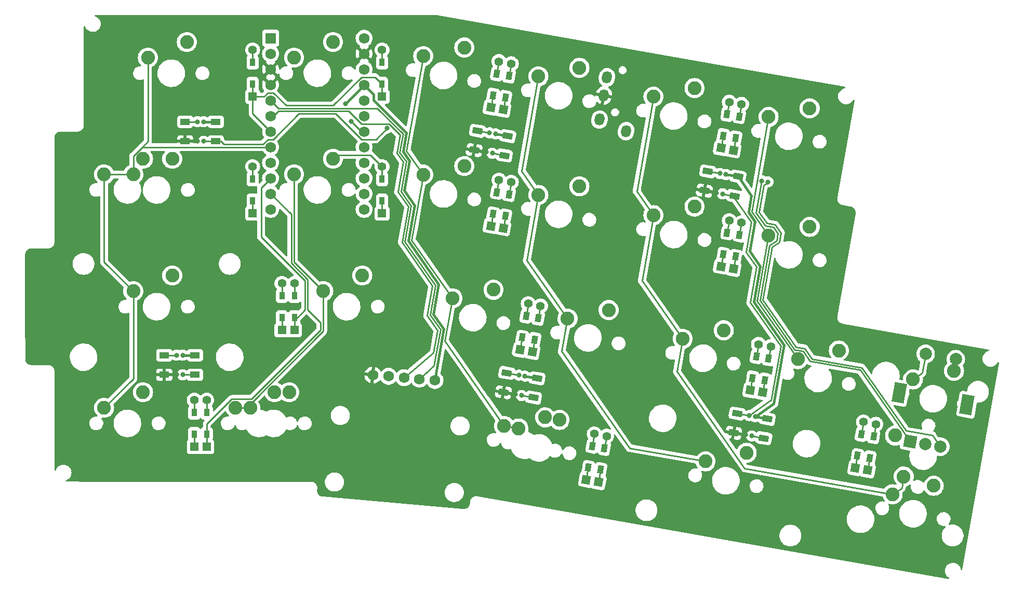
<source format=gbr>
%TF.GenerationSoftware,KiCad,Pcbnew,7.0.6*%
%TF.CreationDate,2024-02-25T17:14:13+01:00*%
%TF.ProjectId,chocobanan_left,63686f63-6f62-4616-9e61-6e5f6c656674,rev?*%
%TF.SameCoordinates,Original*%
%TF.FileFunction,Copper,L2,Bot*%
%TF.FilePolarity,Positive*%
%FSLAX46Y46*%
G04 Gerber Fmt 4.6, Leading zero omitted, Abs format (unit mm)*
G04 Created by KiCad (PCBNEW 7.0.6) date 2024-02-25 17:14:13*
%MOMM*%
%LPD*%
G01*
G04 APERTURE LIST*
G04 Aperture macros list*
%AMHorizOval*
0 Thick line with rounded ends*
0 $1 width*
0 $2 $3 position (X,Y) of the first rounded end (center of the circle)*
0 $4 $5 position (X,Y) of the second rounded end (center of the circle)*
0 Add line between two ends*
20,1,$1,$2,$3,$4,$5,0*
0 Add two circle primitives to create the rounded ends*
1,1,$1,$2,$3*
1,1,$1,$4,$5*%
%AMRotRect*
0 Rectangle, with rotation*
0 The origin of the aperture is its center*
0 $1 length*
0 $2 width*
0 $3 Rotation angle, in degrees counterclockwise*
0 Add horizontal line*
21,1,$1,$2,0,0,$3*%
G04 Aperture macros list end*
%TA.AperFunction,ComponentPad*%
%ADD10RotRect,1.397000X1.397000X80.000000*%
%TD*%
%TA.AperFunction,SMDPad,CuDef*%
%ADD11RotRect,1.300000X0.950000X80.000000*%
%TD*%
%TA.AperFunction,ComponentPad*%
%ADD12C,1.397000*%
%TD*%
%TA.AperFunction,ComponentPad*%
%ADD13C,2.250000*%
%TD*%
%TA.AperFunction,ComponentPad*%
%ADD14R,1.397000X1.397000*%
%TD*%
%TA.AperFunction,SMDPad,CuDef*%
%ADD15R,0.950000X1.300000*%
%TD*%
%TA.AperFunction,ComponentPad*%
%ADD16R,1.752600X1.752600*%
%TD*%
%TA.AperFunction,ComponentPad*%
%ADD17C,1.752600*%
%TD*%
%TA.AperFunction,ComponentPad*%
%ADD18RotRect,3.200000X2.000000X80.000000*%
%TD*%
%TA.AperFunction,ComponentPad*%
%ADD19RotRect,2.000000X2.000000X80.000000*%
%TD*%
%TA.AperFunction,ComponentPad*%
%ADD20C,2.000000*%
%TD*%
%TA.AperFunction,ComponentPad*%
%ADD21HorizOval,1.752600X0.000000X0.000000X0.000000X0.000000X0*%
%TD*%
%TA.AperFunction,SMDPad,CuDef*%
%ADD22R,1.600000X1.000000*%
%TD*%
%TA.AperFunction,SMDPad,CuDef*%
%ADD23RotRect,1.600000X1.000000X170.000000*%
%TD*%
%TA.AperFunction,ComponentPad*%
%ADD24HorizOval,1.600000X0.034730X0.196962X-0.034730X-0.196962X0*%
%TD*%
%TA.AperFunction,ViaPad*%
%ADD25C,0.800000*%
%TD*%
%TA.AperFunction,Conductor*%
%ADD26C,0.250000*%
%TD*%
%TA.AperFunction,Conductor*%
%ADD27C,0.400000*%
%TD*%
G04 APERTURE END LIST*
D10*
%TO.P,D12,1,K*%
%TO.N,ROW3_L*%
X67607479Y-66368679D03*
D11*
X67960853Y-64364595D03*
%TO.P,D12,2,A*%
%TO.N,Net-(D12-A)*%
X68577305Y-60868527D03*
D12*
X68930679Y-58864443D03*
%TD*%
D10*
%TO.P,D16,1,K*%
%TO.N,ROW3_L*%
X69623380Y-66724137D03*
D11*
X69976754Y-64720053D03*
%TO.P,D16,2,A*%
%TO.N,Net-(D16-A)*%
X70593206Y-61223985D03*
D12*
X70946580Y-59219901D03*
%TD*%
D13*
%TO.P,MX19,1,COL*%
%TO.N,COL4*%
X83344417Y-43351690D03*
%TO.P,MX19,2,ROW*%
%TO.N,Net-(D19-A)*%
X90039012Y-41952944D03*
%TD*%
%TO.P,MX1,1,COL*%
%TO.N,COL0*%
X-3810000Y2540000D03*
%TO.P,MX1,2,ROW*%
%TO.N,Net-(D1-A)*%
X2540000Y5080000D03*
%TD*%
D10*
%TO.P,D21,1,K*%
%TO.N,ROW0_L*%
X91619613Y-12571035D03*
D11*
X91972987Y-10566951D03*
%TO.P,D21,2,A*%
%TO.N,Net-(D21-A)*%
X92589439Y-7070883D03*
D12*
X92942813Y-5066799D03*
%TD*%
D13*
%TO.P,MX10,1,COL*%
%TO.N,COL2*%
X41060742Y-16552060D03*
%TO.P,MX10,2,ROW*%
%TO.N,Net-(D10-A)*%
X47755337Y-15153314D03*
%TD*%
%TO.P,MX16,1,COL*%
%TO.N,COL3*%
X87071640Y-63352776D03*
%TO.P,MX16,2,ROW*%
%TO.N,Net-(D16-A)*%
X93766235Y-61954030D03*
%TD*%
%TO.P,MX12.1,1,COL*%
%TO.N,COL2*%
X56585685Y-57977280D03*
%TO.P,MX12.1,2,ROW*%
%TO.N,Net-(D12-A)*%
X63280280Y-56578534D03*
%TD*%
%TO.P,MX24,1,COL*%
%TO.N,COL5*%
X120865593Y-49967685D03*
%TO.P,MX24,2,ROW*%
%TO.N,ENC_S_A*%
X127560188Y-48568939D03*
%TD*%
%TO.P,MX11,1,COL*%
%TO.N,COL2*%
X45823242Y-36735694D03*
%TO.P,MX11,2,ROW*%
%TO.N,Net-(D11-A)*%
X52517837Y-35336948D03*
%TD*%
%TO.P,MX7,1,COL*%
%TO.N,COL1*%
X24765000Y-35560000D03*
%TO.P,MX7,2,ROW*%
%TO.N,Net-(D7-A)*%
X31115000Y-33020000D03*
%TD*%
D10*
%TO.P,D17,1,K*%
%TO.N,ROW0_L*%
X89603711Y-12215577D03*
D11*
X89957085Y-10211493D03*
%TO.P,D17,2,A*%
%TO.N,Net-(D17-A)*%
X90573537Y-6715425D03*
D12*
X90926911Y-4711341D03*
%TD*%
D10*
%TO.P,D14,1,K*%
%TO.N,ROW1_L*%
X54098437Y-25298917D03*
D11*
X54451811Y-23294833D03*
%TO.P,D14,2,A*%
%TO.N,Net-(D14-A)*%
X55068263Y-19798765D03*
D12*
X55421637Y-17794681D03*
%TD*%
D13*
%TO.P,MX21,1,COL*%
%TO.N,COL5*%
X97342505Y-7132176D03*
%TO.P,MX21,2,ROW*%
%TO.N,Net-(D21-A)*%
X104037100Y-5733430D03*
%TD*%
D10*
%TO.P,D23,1,K*%
%TO.N,ROW2_L*%
X96382113Y-52098546D03*
D11*
X96735487Y-50094462D03*
%TO.P,D23,2,A*%
%TO.N,Net-(D23-A)*%
X97351939Y-46598394D03*
D12*
X97705313Y-44594310D03*
%TD*%
D13*
%TO.P,MX13,1,COL*%
%TO.N,COL3*%
X59821329Y-516181D03*
%TO.P,MX13,2,ROW*%
%TO.N,Net-(D13-A)*%
X66515924Y882565D03*
%TD*%
D14*
%TO.P,D3,1,K*%
%TO.N,ROW2_L*%
X18026500Y-41910000D03*
D15*
X18026500Y-39875000D03*
%TO.P,D3,2,A*%
%TO.N,Net-(D3-A)*%
X18026500Y-36325000D03*
D12*
X18026500Y-34290000D03*
%TD*%
D13*
%TO.P,MX15,1,COL*%
%TO.N,COL3*%
X64583829Y-40043692D03*
%TO.P,MX15,2,ROW*%
%TO.N,Net-(D15-A)*%
X71278424Y-38644946D03*
%TD*%
D14*
%TO.P,D4,1,K*%
%TO.N,ROW3_L*%
X3739000Y-60960000D03*
D15*
X3739000Y-58925000D03*
%TO.P,D4,2,A*%
%TO.N,Net-(D4-A)*%
X3739000Y-55375000D03*
D12*
X3739000Y-53340000D03*
%TD*%
D14*
%TO.P,D5,1,K*%
%TO.N,ROW0_L*%
X34361000Y-3810000D03*
D15*
X34361000Y-1775000D03*
%TO.P,D5,2,A*%
%TO.N,Net-(D5-A)*%
X34361000Y1775000D03*
D12*
X34361000Y3810000D03*
%TD*%
D13*
%TO.P,MX20,1,COL*%
%TO.N,COL4*%
X117557595Y-68728273D03*
%TO.P,MX20,2,ROW*%
%TO.N,Net-(D20-A)*%
X124252190Y-67329527D03*
%TD*%
D10*
%TO.P,D10,1,K*%
%TO.N,ROW1_L*%
X52082536Y-24943459D03*
D11*
X52435910Y-22939375D03*
%TO.P,D10,2,A*%
%TO.N,Net-(D10-A)*%
X53052362Y-19443307D03*
D12*
X53405736Y-17439223D03*
%TD*%
D13*
%TO.P,MX23,1,COL*%
%TO.N,COL5*%
X102105005Y-46659687D03*
%TO.P,MX23,2,ROW*%
%TO.N,Net-(D23-A)*%
X108799600Y-45260941D03*
%TD*%
D16*
%TO.P,U1,1,TX0/D3*%
%TO.N,DATA*%
X16192500Y5715000D03*
D17*
%TO.P,U1,2,RX1/D2*%
%TO.N,RGB*%
X16192500Y3175000D03*
%TO.P,U1,3,GND*%
%TO.N,GND*%
X16192500Y635000D03*
%TO.P,U1,4,GND*%
X16192500Y-1905000D03*
%TO.P,U1,5,2/D1/SDA*%
%TO.N,SDA*%
X16192500Y-4445000D03*
%TO.P,U1,6,3/D0/SCL*%
%TO.N,SCL*%
X16192500Y-6985000D03*
%TO.P,U1,7,4/D4*%
%TO.N,ROW0_L*%
X16192500Y-9525000D03*
%TO.P,U1,8,5/C6*%
%TO.N,COL0*%
X16192500Y-12065000D03*
%TO.P,U1,9,6/D7*%
%TO.N,unconnected-(U1-6{slash}D7-Pad9)*%
X16192500Y-14605000D03*
%TO.P,U1,10,7/E6*%
%TO.N,ROW2_L*%
X16192500Y-17145000D03*
%TO.P,U1,11,8/B4*%
%TO.N,ROW3_L*%
X16192500Y-19685000D03*
%TO.P,U1,12,9/B5*%
%TO.N,VCC*%
X16192500Y-22225000D03*
%TO.P,U1,13,B6/10*%
%TO.N,ROW1_L*%
X31432500Y-22225000D03*
%TO.P,U1,14,B2/16*%
%TO.N,COL5*%
X31432500Y-19685000D03*
%TO.P,U1,15,B3/14*%
%TO.N,COL4*%
X31432500Y-17145000D03*
%TO.P,U1,16,B1/15*%
%TO.N,COL3*%
X31432500Y-14605000D03*
%TO.P,U1,17,F7/A0*%
%TO.N,COL2*%
X31432500Y-12065000D03*
%TO.P,U1,18,F6/A1*%
%TO.N,COL1*%
X31432500Y-9525000D03*
%TO.P,U1,19,F5/A2*%
%TO.N,ENC_B*%
X31432500Y-6985000D03*
%TO.P,U1,20,F4/A3*%
%TO.N,ENC_A*%
X31432500Y-4445000D03*
%TO.P,U1,21,VCC*%
%TO.N,VCC*%
X31432500Y-1905000D03*
%TO.P,U1,22,RST*%
%TO.N,unconnected-(U1-RST-Pad22)*%
X31432500Y635000D03*
%TO.P,U1,23,GND*%
%TO.N,GND*%
X31432500Y3175000D03*
%TO.P,U1,24,RAW*%
%TO.N,unconnected-(U1-RAW-Pad24)*%
X31432500Y5715000D03*
%TD*%
D13*
%TO.P,MX8,1,COL*%
%TO.N,COL1*%
X12858750Y-54610000D03*
%TO.P,MX8,2,ROW*%
%TO.N,Net-(D8-A)*%
X19208750Y-52070000D03*
%TD*%
D14*
%TO.P,D7,1,K*%
%TO.N,ROW2_L*%
X20073500Y-41910000D03*
D15*
X20073500Y-39875000D03*
%TO.P,D7,2,A*%
%TO.N,Net-(D7-A)*%
X20073500Y-36325000D03*
D12*
X20073500Y-34290000D03*
%TD*%
D13*
%TO.P,MX2,1,COL*%
%TO.N,COL0*%
X-6191250Y-16510000D03*
%TO.P,MX2,2,ROW*%
%TO.N,Net-(D2-A)*%
X158750Y-13970000D03*
%TD*%
D10*
%TO.P,D15,1,K*%
%TO.N,ROW2_L*%
X58860937Y-45482551D03*
D11*
X59214311Y-43478467D03*
%TO.P,D15,2,A*%
%TO.N,Net-(D15-A)*%
X59830763Y-39982399D03*
D12*
X60184137Y-37978315D03*
%TD*%
D10*
%TO.P,D24,1,K*%
%TO.N,ROW3_L*%
X111472800Y-64431380D03*
D11*
X111826174Y-62427296D03*
%TO.P,D24,2,A*%
%TO.N,ENC_S_A*%
X112442626Y-58931228D03*
D12*
X112796000Y-56927144D03*
%TD*%
D13*
%TO.P,MX3,1,COL*%
%TO.N,COL0*%
X-6191250Y-35560000D03*
%TO.P,MX3,2,ROW*%
%TO.N,Net-(D3-A)*%
X158750Y-33020000D03*
%TD*%
%TO.P,MX2.1,1,COL*%
%TO.N,COL0*%
X-10953750Y-16510000D03*
%TO.P,MX2.1,2,ROW*%
%TO.N,Net-(D2-A)*%
X-4603750Y-13970000D03*
%TD*%
D14*
%TO.P,D6,1,K*%
%TO.N,ROW1_L*%
X34361000Y-22860000D03*
D15*
X34361000Y-20825000D03*
%TO.P,D6,2,A*%
%TO.N,Net-(D6-A)*%
X34361000Y-17275000D03*
D12*
X34361000Y-15240000D03*
%TD*%
D13*
%TO.P,MX20.1,1,COL*%
%TO.N,COL4*%
X119359634Y-65822041D03*
%TO.P,MX20.1,2,ROW*%
%TO.N,Net-(D20-A)*%
X117960888Y-59127446D03*
%TD*%
D10*
%TO.P,D22,1,K*%
%TO.N,ROW1_L*%
X91619613Y-31914912D03*
D11*
X91972987Y-29910828D03*
%TO.P,D22,2,A*%
%TO.N,Net-(D22-A)*%
X92589439Y-26414760D03*
D12*
X92942813Y-24410676D03*
%TD*%
D13*
%TO.P,MX5,1,COL*%
%TO.N,COL1*%
X20002500Y2540000D03*
%TO.P,MX5,2,ROW*%
%TO.N,Net-(D5-A)*%
X26352500Y5080000D03*
%TD*%
%TO.P,MX4,1,COL*%
%TO.N,COL0*%
X-10953750Y-54610000D03*
%TO.P,MX4,2,ROW*%
%TO.N,Net-(D4-A)*%
X-4603750Y-52070000D03*
%TD*%
%TO.P,MX17,1,COL*%
%TO.N,COL4*%
X78581917Y-3824178D03*
%TO.P,MX17,2,ROW*%
%TO.N,Net-(D17-A)*%
X85276512Y-2425432D03*
%TD*%
%TO.P,MX9,1,COL*%
%TO.N,COL2*%
X41060742Y2791817D03*
%TO.P,MX9,2,ROW*%
%TO.N,Net-(D9-A)*%
X47755337Y4190563D03*
%TD*%
%TO.P,MX14,1,COL*%
%TO.N,COL3*%
X59821329Y-19860058D03*
%TO.P,MX14,2,ROW*%
%TO.N,Net-(D14-A)*%
X66515924Y-18461312D03*
%TD*%
D10*
%TO.P,D11,1,K*%
%TO.N,ROW2_L*%
X56845036Y-45127093D03*
D11*
X57198410Y-43123009D03*
%TO.P,D11,2,A*%
%TO.N,Net-(D11-A)*%
X57814862Y-39626941D03*
D12*
X58168236Y-37622857D03*
%TD*%
D13*
%TO.P,MX22,1,COL*%
%TO.N,COL5*%
X97342505Y-26476053D03*
%TO.P,MX22,2,ROW*%
%TO.N,Net-(D22-A)*%
X104037100Y-25077307D03*
%TD*%
D10*
%TO.P,D18,1,K*%
%TO.N,ROW1_L*%
X89603711Y-31559454D03*
D11*
X89957085Y-29555370D03*
%TO.P,D18,2,A*%
%TO.N,Net-(D18-A)*%
X90573537Y-26059302D03*
D12*
X90926911Y-24055218D03*
%TD*%
D18*
%TO.P,SW1,*%
%TO.N,*%
X118661721Y-52158266D03*
X129691567Y-54103126D03*
D19*
%TO.P,SW1,A,A*%
%TO.N,ENC_A*%
X120412263Y-60082634D03*
D20*
%TO.P,SW1,B,B*%
%TO.N,ENC_B*%
X125336302Y-60950875D03*
%TO.P,SW1,C,C*%
%TO.N,GND*%
X122874283Y-60516754D03*
%TO.P,SW1,S1,S1*%
%TO.N,ENC_S_A*%
X127854201Y-46671162D03*
%TO.P,SW1,S2,S2*%
%TO.N,COL5*%
X122930162Y-45802921D03*
%TD*%
D13*
%TO.P,MX8.1,1,COL*%
%TO.N,COL1*%
X10477500Y-54610000D03*
%TO.P,MX8.1,2,ROW*%
%TO.N,Net-(D8-A)*%
X16827500Y-52070000D03*
%TD*%
D10*
%TO.P,D9,1,K*%
%TO.N,ROW0_L*%
X52082536Y-5599582D03*
D11*
X52435910Y-3595498D03*
%TO.P,D9,2,A*%
%TO.N,Net-(D9-A)*%
X53052362Y-99430D03*
D12*
X53405736Y1904654D03*
%TD*%
D14*
%TO.P,D8,1,K*%
%TO.N,ROW3_L*%
X5786000Y-60960000D03*
D15*
X5786000Y-58925000D03*
%TO.P,D8,2,A*%
%TO.N,Net-(D8-A)*%
X5786000Y-55375000D03*
D12*
X5786000Y-53340000D03*
%TD*%
D13*
%TO.P,MX6,1,COL*%
%TO.N,COL1*%
X20002500Y-16510000D03*
%TO.P,MX6,2,ROW*%
%TO.N,Net-(D6-A)*%
X26352500Y-13970000D03*
%TD*%
D14*
%TO.P,D2,1,K*%
%TO.N,ROW1_L*%
X13264000Y-22860000D03*
D15*
X13264000Y-20825000D03*
%TO.P,D2,2,A*%
%TO.N,Net-(D2-A)*%
X13264000Y-17275000D03*
D12*
X13264000Y-15240000D03*
%TD*%
D10*
%TO.P,D20,1,K*%
%TO.N,ROW3_L*%
X113488702Y-64786838D03*
D11*
X113842076Y-62782754D03*
%TO.P,D20,2,A*%
%TO.N,Net-(D20-A)*%
X114458528Y-59286686D03*
D12*
X114811902Y-57282602D03*
%TD*%
D10*
%TO.P,D13,1,K*%
%TO.N,ROW0_L*%
X54098437Y-5955040D03*
D11*
X54451811Y-3950956D03*
%TO.P,D13,2,A*%
%TO.N,Net-(D13-A)*%
X55068263Y-454888D03*
D12*
X55421637Y1549196D03*
%TD*%
D13*
%TO.P,MX18,1,COL*%
%TO.N,COL4*%
X78581917Y-23168055D03*
%TO.P,MX18,2,ROW*%
%TO.N,Net-(D18-A)*%
X85276512Y-21769309D03*
%TD*%
D14*
%TO.P,D1,1,K*%
%TO.N,ROW0_L*%
X13264000Y-3810000D03*
D15*
X13264000Y-1775000D03*
%TO.P,D1,2,A*%
%TO.N,Net-(D1-A)*%
X13264000Y1775000D03*
D12*
X13264000Y3810000D03*
%TD*%
D13*
%TO.P,MX12,1,COL*%
%TO.N,COL2*%
X54240611Y-57563780D03*
%TO.P,MX12,2,ROW*%
%TO.N,Net-(D12-A)*%
X60935206Y-56165034D03*
%TD*%
D21*
%TO.P,U3,1,3-5V*%
%TO.N,VCC*%
X42980372Y-50128555D03*
%TO.P,U3,2,SDA*%
%TO.N,SDA*%
X40450037Y-49907180D03*
%TO.P,U3,3,SCL*%
%TO.N,SCL*%
X37919703Y-49685804D03*
%TO.P,U3,4,INT*%
%TO.N,unconnected-(U3-INT-Pad4)*%
X35389368Y-49464429D03*
%TO.P,U3,5,GND*%
%TO.N,GND*%
X32859034Y-49243053D03*
%TD*%
D10*
%TO.P,D19,1,K*%
%TO.N,ROW2_L*%
X94366211Y-51743089D03*
D11*
X94719585Y-49739005D03*
%TO.P,D19,2,A*%
%TO.N,Net-(D19-A)*%
X95336037Y-46242937D03*
D12*
X95689411Y-44238853D03*
%TD*%
D22*
%TO.P,RGB6,1,VDD*%
%TO.N,VCC*%
X3861625Y-46025000D03*
%TO.P,RGB6,2,DOUT*%
%TO.N,unconnected-(RGB6-DOUT-Pad2)*%
X3861625Y-49225000D03*
%TO.P,RGB6,3,VSS*%
%TO.N,GND*%
X-1138375Y-49225000D03*
%TO.P,RGB6,4,DIN*%
%TO.N,Net-(RGB5-DOUT)*%
X-1138375Y-46025000D03*
%TD*%
D23*
%TO.P,RGB5,1,VDD*%
%TO.N,VCC*%
X59600444Y-49791426D03*
%TO.P,RGB5,2,DOUT*%
%TO.N,Net-(RGB5-DOUT)*%
X59044770Y-52942811D03*
%TO.P,RGB5,3,VSS*%
%TO.N,GND*%
X54120732Y-52074570D03*
%TO.P,RGB5,4,DIN*%
%TO.N,Net-(RGB4-DOUT)*%
X54676406Y-48923185D03*
%TD*%
D24*
%TO.P,U2,1,SLEEVE*%
%TO.N,unconnected-(U2-SLEEVE-Pad1)*%
X74122211Y-9450230D03*
%TO.P,U2,2,TIP*%
%TO.N,VCC*%
X69783108Y-7568160D03*
%TO.P,U2,3,RING1*%
%TO.N,GND*%
X70477701Y-3628929D03*
%TO.P,U2,4,RING2*%
%TO.N,DATA*%
X70998645Y-674506D03*
%TD*%
D23*
%TO.P,RGB3,1,VDD*%
%TO.N,VCC*%
X92359119Y-16879910D03*
%TO.P,RGB3,2,DOUT*%
%TO.N,Net-(RGB3-DOUT)*%
X91803445Y-20031295D03*
%TO.P,RGB3,3,VSS*%
%TO.N,GND*%
X86879407Y-19163054D03*
%TO.P,RGB3,4,DIN*%
%TO.N,Net-(RGB2-DOUT)*%
X87435081Y-16011669D03*
%TD*%
D22*
%TO.P,RGB1,1,VDD*%
%TO.N,VCC*%
X7262500Y-7925000D03*
%TO.P,RGB1,2,DOUT*%
%TO.N,Net-(RGB1-DOUT)*%
X7262500Y-11125000D03*
%TO.P,RGB1,3,VSS*%
%TO.N,GND*%
X2262500Y-11125000D03*
%TO.P,RGB1,4,DIN*%
%TO.N,RGB*%
X2262500Y-7925000D03*
%TD*%
D23*
%TO.P,RGB4,1,VDD*%
%TO.N,VCC*%
X97121619Y-56407421D03*
%TO.P,RGB4,2,DOUT*%
%TO.N,Net-(RGB4-DOUT)*%
X96565945Y-59558806D03*
%TO.P,RGB4,3,VSS*%
%TO.N,GND*%
X91641907Y-58690565D03*
%TO.P,RGB4,4,DIN*%
%TO.N,Net-(RGB3-DOUT)*%
X92197581Y-55539180D03*
%TD*%
%TO.P,RGB2,1,VDD*%
%TO.N,VCC*%
X54837944Y-10263915D03*
%TO.P,RGB2,2,DOUT*%
%TO.N,Net-(RGB2-DOUT)*%
X54282270Y-13415300D03*
%TO.P,RGB2,3,VSS*%
%TO.N,GND*%
X49358232Y-12547059D03*
%TO.P,RGB2,4,DIN*%
%TO.N,Net-(RGB1-DOUT)*%
X49913906Y-9395674D03*
%TD*%
D25*
%TO.N,RGB*%
X4262500Y-7925000D03*
%TO.N,Net-(RGB1-DOUT)*%
X35164152Y-8980000D03*
X5262500Y-11125000D03*
X51883521Y-9742970D03*
%TO.N,GND*%
X13264000Y-9525000D03*
X4262500Y-11125000D03*
X861625Y-49225000D03*
X28892500Y-22225000D03*
X120942758Y-57074046D03*
X88849022Y-19510351D03*
X56090347Y-52421866D03*
X51327847Y-12894355D03*
X17095925Y-25780796D03*
X93611522Y-59037861D03*
%TO.N,VCC*%
X57630829Y-49444130D03*
X1861625Y-46025000D03*
X95152003Y-56060000D03*
X90389504Y-16532614D03*
X28351840Y-4965000D03*
X52868329Y-9916618D03*
X5262500Y-7925000D03*
%TO.N,ENC_A*%
X96239262Y-17564084D03*
%TO.N,Net-(RGB2-DOUT)*%
X89404696Y-16358966D03*
X52312654Y-13068003D03*
%TO.N,ENC_B*%
X97224070Y-17737732D03*
%TO.N,COL1*%
X29323605Y-7845000D03*
%TO.N,Net-(RGB3-DOUT)*%
X89833830Y-19683999D03*
X94167196Y-55886476D03*
%TO.N,Net-(RGB4-DOUT)*%
X94596329Y-59211509D03*
X56646022Y-49270481D03*
%TO.N,Net-(RGB5-DOUT)*%
X57075155Y-52595514D03*
X861625Y-46025000D03*
%TO.N,unconnected-(RGB6-DOUT-Pad2)*%
X1861625Y-49225000D03*
%TD*%
D26*
%TO.N,Net-(D1-A)*%
X13264000Y1775000D02*
X13264000Y3810000D01*
%TO.N,Net-(D2-A)*%
X13264000Y-17275000D02*
X13264000Y-15240000D01*
%TO.N,Net-(D3-A)*%
X18026500Y-36325000D02*
X18026500Y-34290000D01*
%TO.N,ROW2_L*%
X21795000Y-33862792D02*
X14639350Y-26707142D01*
X14639350Y-26707142D02*
X14639350Y-18698150D01*
X94366211Y-51743089D02*
X94719585Y-49739005D01*
X58860937Y-45482551D02*
X59214311Y-43478467D01*
X20073500Y-40339267D02*
X21795000Y-38617767D01*
X96382113Y-52098546D02*
X96735487Y-50094462D01*
X21795000Y-38617767D02*
X21795000Y-33862792D01*
X56845036Y-45127093D02*
X57198410Y-43123009D01*
X18026500Y-39875000D02*
X18026500Y-41910000D01*
X20073500Y-41910000D02*
X20073500Y-40339267D01*
X14639350Y-18698150D02*
X16192500Y-17145000D01*
X20073500Y-39875000D02*
X20073500Y-41910000D01*
%TO.N,Net-(D4-A)*%
X3739000Y-53340000D02*
X3739000Y-55375000D01*
%TO.N,Net-(D5-A)*%
X34361000Y1775000D02*
X34361000Y3810000D01*
%TO.N,Net-(D6-A)*%
X26987500Y-13335000D02*
X26352500Y-13970000D01*
X34361000Y-17275000D02*
X34361000Y-15240000D01*
X34361000Y-15240000D02*
X32456000Y-13335000D01*
X32456000Y-13335000D02*
X26987500Y-13335000D01*
%TO.N,Net-(D7-A)*%
X20073500Y-36325000D02*
X20073500Y-34290000D01*
%TO.N,Net-(D8-A)*%
X5786000Y-55375000D02*
X5786000Y-53340000D01*
%TO.N,Net-(D9-A)*%
X53052362Y-99430D02*
X53405736Y1904654D01*
%TO.N,Net-(D10-A)*%
X53405736Y-17439223D02*
X53052362Y-19443307D01*
%TO.N,Net-(D11-A)*%
X57814862Y-39626941D02*
X58168236Y-37622857D01*
%TO.N,Net-(D12-A)*%
X68930679Y-58864443D02*
X68577305Y-60868527D01*
%TO.N,Net-(D13-A)*%
X55068263Y-454888D02*
X55421637Y1549196D01*
%TO.N,Net-(D14-A)*%
X55421637Y-17794681D02*
X55068263Y-19798765D01*
%TO.N,Net-(D15-A)*%
X59830763Y-39982399D02*
X60184137Y-37978315D01*
%TO.N,Net-(D16-A)*%
X70946580Y-59219901D02*
X70593206Y-61223985D01*
%TO.N,Net-(D17-A)*%
X90573537Y-6715425D02*
X90926911Y-4711341D01*
%TO.N,Net-(D18-A)*%
X90573537Y-26059302D02*
X90926911Y-24055218D01*
%TO.N,Net-(D19-A)*%
X95336037Y-46242937D02*
X95689411Y-44238853D01*
%TO.N,Net-(D20-A)*%
X114458528Y-59286686D02*
X114811902Y-57282602D01*
%TO.N,Net-(D21-A)*%
X92589439Y-7070883D02*
X92942813Y-5066799D01*
%TO.N,Net-(D22-A)*%
X92589439Y-26414760D02*
X92942813Y-24410676D01*
%TO.N,RGB*%
X2262500Y-7925000D02*
X4262500Y-7925000D01*
%TO.N,Net-(D23-A)*%
X97351939Y-46598394D02*
X97705313Y-44594310D01*
%TO.N,Net-(RGB1-DOUT)*%
X31003605Y-10795000D02*
X26823605Y-6615000D01*
X31003605Y-10795000D02*
X33349152Y-10795000D01*
X14943605Y-11615000D02*
X15763605Y-10795000D01*
X49913906Y-9395674D02*
X51883521Y-9742970D01*
X7262500Y-11125000D02*
X8060000Y-11125000D01*
X8060000Y-11125000D02*
X8550000Y-11615000D01*
X16621395Y-10795000D02*
X20801395Y-6615000D01*
X8550000Y-11615000D02*
X14943605Y-11615000D01*
X15763605Y-10795000D02*
X16621395Y-10795000D01*
X33349152Y-10795000D02*
X35164152Y-8980000D01*
X26823605Y-6615000D02*
X20801395Y-6615000D01*
X7262500Y-11125000D02*
X5262500Y-11125000D01*
D27*
%TO.N,GND*%
X86879407Y-19163054D02*
X88849022Y-19510351D01*
X49358232Y-12547059D02*
X51327847Y-12894355D01*
X-1138375Y-49225000D02*
X861625Y-49225000D01*
X54120732Y-52074570D02*
X56090347Y-52421866D01*
X91641907Y-58690565D02*
X93611522Y-59037861D01*
X4262500Y-11125000D02*
X2262500Y-11125000D01*
%TO.N,VCC*%
X94063010Y-22707759D02*
X94541139Y-19996157D01*
X31432500Y-1905000D02*
X28372500Y-4965000D01*
X99871118Y-44384676D02*
X94902767Y-37289136D01*
X39647896Y-21541353D02*
X38621004Y-27365143D01*
X95152003Y-56060125D02*
X98187159Y-53934886D01*
X94902767Y-37289136D02*
X95929659Y-31465346D01*
X3861625Y-46025000D02*
X1861625Y-46025000D01*
X92359119Y-16879910D02*
X94541139Y-19996157D01*
X38826855Y-14277049D02*
X37968795Y-19143349D01*
X38319499Y-9731185D02*
X37781247Y-12783766D01*
X97121619Y-56407421D02*
X95152003Y-56060125D01*
X42980372Y-50128555D02*
X43031337Y-49546016D01*
X95929659Y-31465346D02*
X94250558Y-29067343D01*
X31432500Y-1905000D02*
X32985650Y-3458150D01*
X54837944Y-10263915D02*
X52868329Y-9916618D01*
X37968795Y-19143349D02*
X39647896Y-21541353D01*
X38621004Y-27365143D02*
X43589355Y-34460683D01*
X94250558Y-29067343D02*
X95108618Y-24201042D01*
X32985650Y-3458150D02*
X32985650Y-4397335D01*
X28372500Y-4965000D02*
X28351840Y-4965000D01*
X98187159Y-53934886D02*
X99871118Y-44384676D01*
X42731295Y-39326983D02*
X44410396Y-41724987D01*
X95108618Y-24201042D02*
X94063010Y-22707759D01*
X59600444Y-49791426D02*
X57630829Y-49444130D01*
X5262500Y-7925000D02*
X7262500Y-7925000D01*
X92359119Y-16879910D02*
X90389504Y-16532614D01*
X37781247Y-12783766D02*
X38826855Y-14277049D01*
X32985650Y-4397335D02*
X38319499Y-9731185D01*
X44410396Y-41724987D02*
X43031337Y-49546016D01*
X43589355Y-34460683D02*
X42731295Y-39326983D01*
D26*
%TO.N,ENC_A*%
X102948280Y-45336011D02*
X104124461Y-47015772D01*
X98185780Y-25152376D02*
X96793051Y-24906801D01*
X96793051Y-24906801D02*
X95316396Y-22797919D01*
X96239262Y-17564084D02*
X95316396Y-22797919D01*
X98874771Y-26136358D02*
X98666181Y-27319328D01*
X104124461Y-47015772D02*
X112268221Y-48451736D01*
X95933084Y-37060720D02*
X101555551Y-45090435D01*
X101555551Y-45090435D02*
X102948280Y-45336011D01*
X98666181Y-27319328D02*
X97507725Y-28130487D01*
X97507725Y-28130487D02*
X95933084Y-37060720D01*
X98185780Y-25152376D02*
X98874771Y-26136358D01*
X120412263Y-60082634D02*
X112268221Y-48451736D01*
%TO.N,Net-(RGB2-DOUT)*%
X54282270Y-13415300D02*
X52312654Y-13068003D01*
X87435081Y-16011669D02*
X89404696Y-16358966D01*
%TO.N,COL2*%
X41060742Y-16552060D02*
X39175790Y-27242150D01*
X41060742Y2791817D02*
X38336033Y-12660773D01*
X45823242Y-36735694D02*
X44593234Y-43711413D01*
X54240611Y-57563780D02*
X44593234Y-43711413D01*
X54240611Y-57563780D02*
X56585685Y-57977280D01*
X41060742Y-16552060D02*
X38336033Y-12660773D01*
X45823242Y-36735694D02*
X39175790Y-27242150D01*
%TO.N,COL3*%
X64583829Y-40043692D02*
X63640868Y-45391493D01*
X59821329Y-19860058D02*
X57096621Y-15968770D01*
X59821329Y-516181D02*
X57096621Y-15968770D01*
X59821329Y-19860058D02*
X57936378Y-30550147D01*
X87071640Y-63352776D02*
X74688638Y-61169344D01*
X64583829Y-40043692D02*
X57936378Y-30550147D01*
X63640868Y-45391493D02*
X74688638Y-61169344D01*
%TO.N,COL4*%
X82401455Y-48699491D02*
X93449226Y-64477342D01*
X78581917Y-23168055D02*
X75857208Y-19276768D01*
X83344417Y-43351690D02*
X82401455Y-48699491D01*
X83344417Y-43351690D02*
X76696966Y-33858145D01*
X119359634Y-65822041D02*
X119028834Y-67698100D01*
X117557595Y-68728273D02*
X119028834Y-67698100D01*
X78581917Y-23168055D02*
X76696966Y-33858145D01*
X93449226Y-64477342D02*
X117557595Y-68728273D01*
X78581917Y-3824178D02*
X75857208Y-19276768D01*
%TO.N,COL5*%
X102105005Y-46659687D02*
X95457553Y-37166143D01*
X97342505Y-7132176D02*
X94617796Y-22584766D01*
X97342505Y-26476053D02*
X95457553Y-37166143D01*
X97342505Y-26476053D02*
X94617796Y-22584766D01*
X120865593Y-49967685D02*
X122383170Y-48905065D01*
X122930162Y-45802921D02*
X122383170Y-48905065D01*
%TO.N,ENC_B*%
X125336302Y-60950875D02*
X124046558Y-59108930D01*
X95791927Y-22692496D02*
X97054757Y-24496005D01*
X104386167Y-46604976D02*
X112529927Y-48040940D01*
X97054757Y-24496005D02*
X98447486Y-24741580D01*
X96564107Y-18313245D02*
X95791927Y-22692496D01*
X97224070Y-17737732D02*
X97201258Y-17867107D01*
X99350302Y-26030935D02*
X99076977Y-27581034D01*
X103209986Y-44925215D02*
X104386167Y-46604976D01*
X96408615Y-36955298D02*
X101817257Y-44679639D01*
X101817257Y-44679639D02*
X103209986Y-44925215D01*
X98447486Y-24741580D02*
X99350302Y-26030935D01*
X119749247Y-58351198D02*
X124046558Y-59108930D01*
X99076977Y-27581034D02*
X97918521Y-28392193D01*
X97918521Y-28392193D02*
X96408615Y-36955298D01*
X97201258Y-17867107D02*
X96564107Y-18313245D01*
X112529927Y-48040940D02*
X119749247Y-58351198D01*
%TO.N,COL1*%
X20002500Y-16510000D02*
X20002500Y-30797500D01*
X12858750Y-54610000D02*
X12858750Y-53973604D01*
X20002500Y-30797500D02*
X24765000Y-35560000D01*
X31432500Y-9525000D02*
X31003605Y-9525000D01*
X24765000Y-35560000D02*
X24765000Y-42067354D01*
X10477500Y-54610000D02*
X12858750Y-54610000D01*
X31003605Y-9525000D02*
X29323605Y-7845000D01*
X24765000Y-42067354D02*
X12858750Y-53973604D01*
%TO.N,COL0*%
X-6191250Y-35560000D02*
X-6191250Y-49847500D01*
X-6191250Y-13506890D02*
X-4749360Y-12065000D01*
X-10953750Y-16510000D02*
X-10953750Y-30797500D01*
X-3810000Y-11125640D02*
X-4749360Y-12065000D01*
X-6191250Y-49847500D02*
X-10953750Y-54610000D01*
X-3810000Y2540000D02*
X-3810000Y-11125640D01*
X16192500Y-12065000D02*
X-4749360Y-12065000D01*
X-10953750Y-30797500D02*
X-6191250Y-35560000D01*
X-10953750Y-16510000D02*
X-6191250Y-16510000D01*
X-6191250Y-16510000D02*
X-6191250Y-13506890D01*
%TO.N,ROW0_L*%
X91619613Y-12571035D02*
X91972987Y-10566951D01*
X54098437Y-5955040D02*
X54451811Y-3950956D01*
X34361000Y-3810000D02*
X34361000Y-1775000D01*
X30996300Y-635000D02*
X33221000Y-635000D01*
X13264000Y-3810000D02*
X13264000Y-6596500D01*
X16365000Y-3175000D02*
X16621395Y-3175000D01*
X16365000Y-3175000D02*
X15763605Y-3175000D01*
X52082536Y-5599582D02*
X52435910Y-3595498D01*
X89603711Y-12215577D02*
X89957085Y-10211493D01*
X15763605Y-3175000D02*
X15128605Y-3810000D01*
X15128605Y-3810000D02*
X13264000Y-3810000D01*
X26373605Y-5265000D02*
X18711395Y-5265000D01*
X30996300Y-635000D02*
X26373605Y-5265000D01*
X18711395Y-5265000D02*
X16621395Y-3175000D01*
X13264000Y-6596500D02*
X16192500Y-9525000D01*
X33221000Y-635000D02*
X34361000Y-1775000D01*
X13264000Y-1775000D02*
X13264000Y-3810000D01*
%TO.N,ROW1_L*%
X91619613Y-31914912D02*
X91972987Y-29910828D01*
X89603711Y-31559454D02*
X89957085Y-29555370D01*
X54098437Y-25298917D02*
X54451811Y-23294833D01*
X13264000Y-20825000D02*
X13264000Y-22860000D01*
X34361000Y-20825000D02*
X34361000Y-22860000D01*
X52082536Y-24943459D02*
X52435910Y-22939375D01*
%TO.N,ROW3_L*%
X16192500Y-19685000D02*
X19552500Y-23045000D01*
X67607479Y-66368679D02*
X67960853Y-64364595D01*
X19552500Y-23045000D02*
X19552500Y-30983896D01*
X9876890Y-53160000D02*
X5786000Y-57250890D01*
X24315000Y-41880958D02*
X13035958Y-53160000D01*
X13035958Y-53160000D02*
X9876890Y-53160000D01*
X5786000Y-57250890D02*
X5786000Y-58925000D01*
X69623380Y-66724137D02*
X69976754Y-64720053D01*
X111472800Y-64431380D02*
X111826174Y-62427296D01*
X5786000Y-59632140D02*
X5786000Y-60960000D01*
X5786000Y-58925000D02*
X5786000Y-60960000D01*
X3739000Y-60960000D02*
X3739000Y-58925000D01*
X113488702Y-64786838D02*
X113842076Y-62782754D01*
X24315000Y-40687767D02*
X24315000Y-41880958D01*
X19552500Y-30983896D02*
X22245000Y-33676396D01*
X22245000Y-38617767D02*
X24315000Y-40687767D01*
X22245000Y-33676396D02*
X22245000Y-38617767D01*
%TO.N,SCL*%
X42728075Y-45651101D02*
X43380079Y-41953403D01*
X35464456Y-8255000D02*
X31003605Y-8255000D01*
X37271176Y-10061720D02*
X35464456Y-8255000D01*
X43380079Y-41953403D02*
X41700978Y-39555399D01*
X16192500Y-6985000D02*
X16642500Y-6985000D01*
X16642500Y-6985000D02*
X17462500Y-6165000D01*
X37919703Y-49685804D02*
X42728075Y-45651101D01*
X37590688Y-27593558D02*
X38617579Y-21769769D01*
X17462500Y-6165000D02*
X28913605Y-6165000D01*
X31003605Y-8255000D02*
X28913605Y-6165000D01*
X36750930Y-13012181D02*
X37271176Y-10061720D01*
X37796538Y-14505465D02*
X36750930Y-13012181D01*
X42559038Y-34689099D02*
X37590688Y-27593558D01*
X36938478Y-19371765D02*
X37796538Y-14505465D01*
X41700978Y-39555399D02*
X42559038Y-34689099D01*
X38617579Y-21769769D02*
X36938478Y-19371765D01*
%TO.N,Net-(RGB3-DOUT)*%
X91752064Y-20322695D02*
X94553832Y-24324035D01*
X91803445Y-20031295D02*
X89833830Y-19683999D01*
X94553832Y-24324035D02*
X94553832Y-24326168D01*
X94167196Y-55886476D02*
X94171590Y-55861556D01*
X94347981Y-37412129D02*
X99316332Y-44507670D01*
X95374873Y-31588339D02*
X94347981Y-37412129D01*
X92197581Y-55539180D02*
X94167196Y-55886476D01*
X99316332Y-44507670D02*
X97752618Y-53375937D01*
X93695772Y-29190336D02*
X95374873Y-31588339D01*
X91803445Y-20031295D02*
X91752064Y-20322695D01*
X94553832Y-24326168D02*
X93695772Y-29190336D01*
X94171590Y-55861556D02*
X97757012Y-53351017D01*
%TO.N,SDA*%
X40450037Y-49907180D02*
X42818106Y-47731953D01*
X43855610Y-41847980D02*
X42176509Y-39449977D01*
X37226461Y-12906759D02*
X37755018Y-9909165D01*
X33560852Y-5715000D02*
X17462500Y-5715000D01*
X42818106Y-47731953D02*
X43855610Y-41847980D01*
X38066218Y-27488136D02*
X39093110Y-21664346D01*
X43034569Y-34583676D02*
X38066218Y-27488136D01*
X38272069Y-14400042D02*
X37226461Y-12906759D01*
X37755018Y-9909165D02*
X33560852Y-5715000D01*
X39093110Y-21664346D02*
X37414009Y-19266342D01*
X17462500Y-5715000D02*
X16192500Y-4445000D01*
X37414009Y-19266342D02*
X38272069Y-14400042D01*
X42176509Y-39449977D02*
X43034569Y-34583676D01*
%TO.N,Net-(RGB4-DOUT)*%
X54676406Y-48923185D02*
X56646022Y-49270481D01*
X96565945Y-59558806D02*
X94596329Y-59211509D01*
%TO.N,Net-(RGB5-DOUT)*%
X-1138375Y-46025000D02*
X861625Y-46025000D01*
X59044770Y-52942811D02*
X57075155Y-52595514D01*
%TO.N,unconnected-(RGB6-DOUT-Pad2)*%
X3861625Y-49225000D02*
X1861625Y-49225000D01*
%TO.N,ENC_S_A*%
X112442626Y-58931228D02*
X112796000Y-56927144D01*
%TD*%
%TA.AperFunction,Conductor*%
%TO.N,GND*%
G36*
X17793741Y-22182145D02*
G01*
X18882095Y-23270499D01*
X18916121Y-23332811D01*
X18919000Y-23359594D01*
X18919000Y-29786697D01*
X18898998Y-29854818D01*
X18845342Y-29901311D01*
X18775068Y-29911415D01*
X18710488Y-29881921D01*
X18703905Y-29875792D01*
X15309754Y-26481641D01*
X15275728Y-26419329D01*
X15272849Y-26392555D01*
X15272849Y-23513341D01*
X15292851Y-23445221D01*
X15346507Y-23398728D01*
X15416781Y-23388624D01*
X15458811Y-23402525D01*
X15634326Y-23497509D01*
X15851387Y-23572026D01*
X16077752Y-23609800D01*
X16077756Y-23609800D01*
X16307244Y-23609800D01*
X16307248Y-23609800D01*
X16533613Y-23572026D01*
X16750674Y-23497509D01*
X16952510Y-23388281D01*
X17133614Y-23247322D01*
X17153466Y-23225758D01*
X17289047Y-23078477D01*
X17370330Y-22954064D01*
X17414569Y-22886351D01*
X17506757Y-22676185D01*
X17563094Y-22453712D01*
X17579076Y-22260833D01*
X17604636Y-22194598D01*
X17661947Y-22152695D01*
X17732816Y-22148429D01*
X17793741Y-22182145D01*
G37*
%TD.AperFunction*%
%TA.AperFunction,Conductor*%
G36*
X43046881Y9523499D02*
G01*
X43078466Y9522121D01*
X43120675Y9518427D01*
X43151898Y9514316D01*
X43177049Y9510631D01*
X43186050Y9509313D01*
X43186115Y9509303D01*
X43186256Y9509279D01*
X43186463Y9509242D01*
X89154467Y1403843D01*
X109753591Y-2236065D01*
X109817192Y-2267616D01*
X109853639Y-2328543D01*
X109851361Y-2399503D01*
X109811080Y-2457966D01*
X109749398Y-2483776D01*
X109749540Y-2484580D01*
X109745978Y-2485207D01*
X109745586Y-2485372D01*
X109744355Y-2485493D01*
X109744126Y-2485534D01*
X109524326Y-2544429D01*
X109524321Y-2544431D01*
X109318082Y-2640602D01*
X109131685Y-2771117D01*
X109131675Y-2771126D01*
X108970777Y-2932024D01*
X108970768Y-2932034D01*
X108840253Y-3118431D01*
X108744082Y-3324670D01*
X108744080Y-3324675D01*
X108685185Y-3544473D01*
X108667112Y-3751048D01*
X108665352Y-3771169D01*
X108668049Y-3801994D01*
X108685185Y-3997864D01*
X108744080Y-4217662D01*
X108744082Y-4217667D01*
X108840253Y-4423906D01*
X108970768Y-4610303D01*
X108970777Y-4610313D01*
X109131675Y-4771211D01*
X109131685Y-4771220D01*
X109318082Y-4901735D01*
X109318081Y-4901735D01*
X109381083Y-4931113D01*
X109524324Y-4997908D01*
X109712488Y-5048326D01*
X109725385Y-5051782D01*
X109744128Y-5056804D01*
X109914036Y-5071669D01*
X109914037Y-5071669D01*
X110027603Y-5071669D01*
X110027604Y-5071669D01*
X110197512Y-5056804D01*
X110417316Y-4997908D01*
X110623554Y-4901737D01*
X110666365Y-4871761D01*
X110809954Y-4771220D01*
X110809956Y-4771217D01*
X110809959Y-4771216D01*
X110970867Y-4610308D01*
X110981104Y-4595689D01*
X111101386Y-4423906D01*
X111101388Y-4423903D01*
X111113184Y-4398607D01*
X111160101Y-4345321D01*
X111228378Y-4325860D01*
X111296338Y-4346401D01*
X111342404Y-4400424D01*
X111351950Y-4470776D01*
X111351465Y-4473736D01*
X108565319Y-20274750D01*
X108557674Y-20290173D01*
X108554146Y-20336220D01*
X108553372Y-20342348D01*
X108537780Y-20430784D01*
X108537781Y-20493090D01*
X108534283Y-20505001D01*
X108537328Y-20530249D01*
X108537781Y-20537795D01*
X108537782Y-20605848D01*
X108551827Y-20685492D01*
X108550310Y-20699085D01*
X108556010Y-20716495D01*
X108560348Y-20733813D01*
X108568184Y-20778252D01*
X108568186Y-20778260D01*
X108600971Y-20868332D01*
X108601948Y-20883709D01*
X108609956Y-20897935D01*
X108618556Y-20916643D01*
X108619596Y-20919499D01*
X108628065Y-20942768D01*
X108630391Y-20947755D01*
X108629953Y-20947958D01*
X108636798Y-20963286D01*
X108638195Y-20967554D01*
X108654123Y-20987900D01*
X108682895Y-21037732D01*
X108686926Y-21054348D01*
X108696311Y-21065288D01*
X108709797Y-21084326D01*
X108715598Y-21094373D01*
X108715602Y-21094379D01*
X108723061Y-21103268D01*
X108736339Y-21122452D01*
X108739823Y-21128642D01*
X108757643Y-21144480D01*
X108792459Y-21185971D01*
X108794627Y-21188554D01*
X108802093Y-21205612D01*
X108811840Y-21213262D01*
X108823897Y-21224933D01*
X108824240Y-21224591D01*
X108828131Y-21228482D01*
X108828134Y-21228485D01*
X108849430Y-21246354D01*
X108864066Y-21260831D01*
X108870371Y-21268181D01*
X108888820Y-21279405D01*
X108962245Y-21341015D01*
X109001327Y-21363578D01*
X109016117Y-21373577D01*
X109025843Y-21381210D01*
X109043831Y-21388117D01*
X109096306Y-21418413D01*
X109113858Y-21428546D01*
X109177813Y-21451823D01*
X109184744Y-21454828D01*
X109202553Y-21463853D01*
X109219825Y-21467114D01*
X109278368Y-21488421D01*
X109347884Y-21500677D01*
X109364474Y-21503602D01*
X109364475Y-21503603D01*
X109366528Y-21503965D01*
X109372549Y-21505334D01*
X109408624Y-21515423D01*
X109432405Y-21515580D01*
X110085760Y-21630785D01*
X110700239Y-21739135D01*
X110705609Y-21740325D01*
X110747637Y-21751586D01*
X110868959Y-21785499D01*
X110888260Y-21792642D01*
X110951532Y-21822147D01*
X111037397Y-21865662D01*
X111052701Y-21874834D01*
X111114061Y-21917800D01*
X111116805Y-21919835D01*
X111191049Y-21978103D01*
X111196696Y-21983110D01*
X111227351Y-22013766D01*
X111254150Y-22040565D01*
X111257412Y-22044086D01*
X111284970Y-22076211D01*
X111317771Y-22114448D01*
X111321564Y-22119335D01*
X111368452Y-22186301D01*
X111371748Y-22191536D01*
X111417217Y-22272316D01*
X111419415Y-22276596D01*
X111453750Y-22350230D01*
X111456528Y-22357262D01*
X111485887Y-22446958D01*
X111486865Y-22450246D01*
X111490547Y-22463990D01*
X111506242Y-22522570D01*
X111509628Y-22540096D01*
X111521151Y-22635675D01*
X111527233Y-22705220D01*
X111527345Y-22725812D01*
X111517873Y-22849576D01*
X111513894Y-22895044D01*
X111513176Y-22900493D01*
X108565014Y-39620359D01*
X108557566Y-39635386D01*
X108554124Y-39680360D01*
X108553350Y-39686496D01*
X108537803Y-39774666D01*
X108537803Y-39836939D01*
X108534303Y-39848856D01*
X108537351Y-39874132D01*
X108537804Y-39881680D01*
X108537804Y-39949730D01*
X108551841Y-40029345D01*
X108550324Y-40042945D01*
X108556027Y-40060368D01*
X108560365Y-40077686D01*
X108568202Y-40122134D01*
X108568203Y-40122136D01*
X108600979Y-40212188D01*
X108601956Y-40227575D01*
X108609970Y-40241811D01*
X108618571Y-40260521D01*
X108628078Y-40286642D01*
X108630404Y-40291629D01*
X108629969Y-40291831D01*
X108636809Y-40307159D01*
X108638207Y-40311431D01*
X108654140Y-40331782D01*
X108663935Y-40348748D01*
X108682902Y-40381598D01*
X108686934Y-40398218D01*
X108696322Y-40409162D01*
X108709806Y-40428197D01*
X108715612Y-40438254D01*
X108715615Y-40438259D01*
X108723078Y-40447153D01*
X108736354Y-40466335D01*
X108739838Y-40472525D01*
X108757661Y-40488367D01*
X108779405Y-40514279D01*
X108794637Y-40532432D01*
X108802101Y-40549488D01*
X108811846Y-40557136D01*
X108823912Y-40568812D01*
X108824252Y-40568473D01*
X108828135Y-40572356D01*
X108849433Y-40590227D01*
X108864074Y-40604710D01*
X108870377Y-40612058D01*
X108888832Y-40623287D01*
X108962250Y-40684891D01*
X108962252Y-40684892D01*
X109001335Y-40707457D01*
X109016125Y-40717456D01*
X109025851Y-40725089D01*
X109043840Y-40731997D01*
X109113861Y-40772423D01*
X109177822Y-40795702D01*
X109184746Y-40798704D01*
X109202560Y-40807732D01*
X109219841Y-40810996D01*
X109278369Y-40832298D01*
X109299144Y-40835960D01*
X109327124Y-40847718D01*
X109339999Y-40849999D01*
X109340000Y-40850000D01*
X133226873Y-45083233D01*
X133290456Y-45114815D01*
X133326873Y-45175760D01*
X133324559Y-45246719D01*
X133284249Y-45305162D01*
X133237496Y-45329006D01*
X133047411Y-45379939D01*
X133047409Y-45379940D01*
X132841170Y-45476111D01*
X132654773Y-45606626D01*
X132654763Y-45606635D01*
X132493865Y-45767533D01*
X132493856Y-45767543D01*
X132363341Y-45953940D01*
X132267170Y-46160179D01*
X132267168Y-46160184D01*
X132208273Y-46379982D01*
X132188440Y-46606678D01*
X132208273Y-46833373D01*
X132267168Y-47053171D01*
X132267170Y-47053176D01*
X132363341Y-47259415D01*
X132493856Y-47445812D01*
X132493865Y-47445822D01*
X132654763Y-47606720D01*
X132654773Y-47606729D01*
X132841170Y-47737244D01*
X132841169Y-47737244D01*
X132872314Y-47751767D01*
X133047412Y-47833417D01*
X133241028Y-47885296D01*
X133248473Y-47887291D01*
X133267216Y-47892313D01*
X133437124Y-47907178D01*
X133437125Y-47907178D01*
X133550691Y-47907178D01*
X133550692Y-47907178D01*
X133720600Y-47892313D01*
X133940404Y-47833417D01*
X134146642Y-47737246D01*
X134184470Y-47710759D01*
X134333042Y-47606729D01*
X134333044Y-47606726D01*
X134333047Y-47606725D01*
X134493955Y-47445817D01*
X134498402Y-47439467D01*
X134609202Y-47281226D01*
X134624476Y-47259412D01*
X134636272Y-47234114D01*
X134683187Y-47180830D01*
X134751464Y-47161368D01*
X134819425Y-47181909D01*
X134865491Y-47235931D01*
X134875039Y-47306282D01*
X134874553Y-47309244D01*
X128930338Y-81020560D01*
X128898811Y-81084172D01*
X128837897Y-81120642D01*
X128766936Y-81118389D01*
X128708458Y-81078130D01*
X128681028Y-81012646D01*
X128680736Y-81009713D01*
X128678299Y-80981856D01*
X128619403Y-80762052D01*
X128523232Y-80555814D01*
X128523231Y-80555813D01*
X128523230Y-80555810D01*
X128392715Y-80369413D01*
X128392706Y-80369403D01*
X128231808Y-80208505D01*
X128231798Y-80208496D01*
X128045401Y-80077981D01*
X128045402Y-80077981D01*
X127839162Y-79981810D01*
X127839157Y-79981808D01*
X127619359Y-79922913D01*
X127491925Y-79911764D01*
X127449448Y-79908048D01*
X127335880Y-79908048D01*
X127301898Y-79911021D01*
X127165968Y-79922913D01*
X126946170Y-79981808D01*
X126946165Y-79981810D01*
X126739926Y-80077981D01*
X126553529Y-80208496D01*
X126553519Y-80208505D01*
X126392621Y-80369403D01*
X126392612Y-80369413D01*
X126262097Y-80555810D01*
X126165926Y-80762049D01*
X126165924Y-80762054D01*
X126107029Y-80981852D01*
X126087196Y-81208548D01*
X126107029Y-81435243D01*
X126165924Y-81655041D01*
X126165926Y-81655046D01*
X126262097Y-81861285D01*
X126392612Y-82047682D01*
X126392621Y-82047692D01*
X126553519Y-82208590D01*
X126553529Y-82208599D01*
X126736227Y-82336524D01*
X126780556Y-82391981D01*
X126787865Y-82462600D01*
X126755835Y-82525960D01*
X126694634Y-82561946D01*
X126642128Y-82563832D01*
X87026949Y-75595148D01*
X99120626Y-75595148D01*
X99158324Y-75845259D01*
X99160265Y-75858137D01*
X99160266Y-75858145D01*
X99238660Y-76112287D01*
X99354056Y-76351908D01*
X99354060Y-76351915D01*
X99495096Y-76558775D01*
X99503876Y-76571653D01*
X99684775Y-76766616D01*
X99892711Y-76932440D01*
X99892714Y-76932442D01*
X100123035Y-77065418D01*
X100123039Y-77065419D01*
X100123040Y-77065420D01*
X100370616Y-77162587D01*
X100629909Y-77221769D01*
X100784024Y-77233318D01*
X100828722Y-77236668D01*
X100828725Y-77236668D01*
X100961530Y-77236668D01*
X101003110Y-77233551D01*
X101160343Y-77221769D01*
X101419636Y-77162587D01*
X101667212Y-77065420D01*
X101667214Y-77065418D01*
X101667216Y-77065418D01*
X101782376Y-76998929D01*
X101897541Y-76932440D01*
X102105477Y-76766616D01*
X102286376Y-76571653D01*
X102436197Y-76351906D01*
X102551593Y-76112284D01*
X102629987Y-75858139D01*
X102669626Y-75595148D01*
X102669626Y-75329188D01*
X102629987Y-75066197D01*
X102626012Y-75053312D01*
X102587312Y-74927850D01*
X102551593Y-74812052D01*
X102436197Y-74572430D01*
X102436195Y-74572427D01*
X102436191Y-74572420D01*
X102286380Y-74352689D01*
X102286376Y-74352683D01*
X102105477Y-74157720D01*
X101897541Y-73991896D01*
X101897536Y-73991893D01*
X101897537Y-73991893D01*
X101667216Y-73858917D01*
X101667208Y-73858914D01*
X101560724Y-73817122D01*
X101419636Y-73761749D01*
X101367061Y-73749749D01*
X101160345Y-73702567D01*
X100961530Y-73687668D01*
X100961527Y-73687668D01*
X100828725Y-73687668D01*
X100828722Y-73687668D01*
X100629906Y-73702567D01*
X100370619Y-73761748D01*
X100370617Y-73761748D01*
X100370616Y-73761749D01*
X100326693Y-73778987D01*
X100123043Y-73858914D01*
X100123035Y-73858917D01*
X99892714Y-73991893D01*
X99684774Y-74157720D01*
X99503875Y-74352684D01*
X99503871Y-74352689D01*
X99354060Y-74572420D01*
X99354056Y-74572427D01*
X99238660Y-74812048D01*
X99160266Y-75066190D01*
X99160265Y-75066196D01*
X99160265Y-75066197D01*
X99120626Y-75329188D01*
X99120626Y-75595148D01*
X87026949Y-75595148D01*
X86161453Y-75442899D01*
X63574168Y-71460151D01*
X75669891Y-71460151D01*
X75704323Y-71688594D01*
X75709530Y-71723140D01*
X75709531Y-71723148D01*
X75787925Y-71977290D01*
X75903321Y-72216911D01*
X75903325Y-72216918D01*
X76047755Y-72428756D01*
X76053141Y-72436656D01*
X76234040Y-72631619D01*
X76441976Y-72797443D01*
X76441979Y-72797445D01*
X76672300Y-72930421D01*
X76672304Y-72930422D01*
X76672305Y-72930423D01*
X76919881Y-73027590D01*
X77179174Y-73086772D01*
X77333289Y-73098321D01*
X77377987Y-73101671D01*
X77377990Y-73101671D01*
X77510795Y-73101671D01*
X77552375Y-73098554D01*
X77709608Y-73086772D01*
X77968901Y-73027590D01*
X78216477Y-72930423D01*
X78216479Y-72930421D01*
X78216481Y-72930421D01*
X78307164Y-72878064D01*
X110077391Y-72878064D01*
X110107467Y-73177027D01*
X110107468Y-73177034D01*
X110107469Y-73177037D01*
X110177128Y-73469341D01*
X110285127Y-73749752D01*
X110344951Y-73858917D01*
X110429536Y-74013266D01*
X110607781Y-74255182D01*
X110816681Y-74471183D01*
X110816685Y-74471186D01*
X111052504Y-74657410D01*
X111311045Y-74810544D01*
X111587691Y-74927852D01*
X111877504Y-75007240D01*
X112175313Y-75047292D01*
X112175317Y-75047292D01*
X112400587Y-75047292D01*
X112400591Y-75047292D01*
X112625377Y-75032244D01*
X112919845Y-74972391D01*
X113203709Y-74873823D01*
X113471901Y-74738299D01*
X113719638Y-74568238D01*
X113942497Y-74366674D01*
X114136501Y-74137204D01*
X114298189Y-73883924D01*
X114424676Y-73611352D01*
X114513704Y-73324354D01*
X114563684Y-73028050D01*
X114573725Y-72727728D01*
X114544443Y-72436656D01*
X114543648Y-72428756D01*
X114543647Y-72428755D01*
X114543647Y-72428747D01*
X114473988Y-72136443D01*
X114365989Y-71856032D01*
X114221579Y-71592517D01*
X114043335Y-71350602D01*
X113834437Y-71134603D01*
X113834436Y-71134602D01*
X113834434Y-71134600D01*
X113834430Y-71134597D01*
X113598617Y-70948378D01*
X113598612Y-70948374D01*
X113591946Y-70944426D01*
X113340076Y-70795243D01*
X113340071Y-70795240D01*
X113063425Y-70677932D01*
X112773612Y-70598544D01*
X112475803Y-70558492D01*
X112250525Y-70558492D01*
X112025738Y-70573540D01*
X112025739Y-70573540D01*
X112025730Y-70573541D01*
X111731277Y-70633391D01*
X111731267Y-70633394D01*
X111447407Y-70731960D01*
X111179212Y-70867486D01*
X110931485Y-71037540D01*
X110931479Y-71037545D01*
X110931478Y-71037546D01*
X110903397Y-71062944D01*
X110708620Y-71239108D01*
X110708607Y-71239122D01*
X110514615Y-71468579D01*
X110514609Y-71468587D01*
X110352928Y-71721856D01*
X110226443Y-71994422D01*
X110226440Y-71994429D01*
X110137412Y-72281428D01*
X110087432Y-72577729D01*
X110087432Y-72577733D01*
X110087432Y-72577734D01*
X110078726Y-72838144D01*
X110077391Y-72878064D01*
X78307164Y-72878064D01*
X78331641Y-72863932D01*
X78446806Y-72797443D01*
X78654742Y-72631619D01*
X78835641Y-72436656D01*
X78985462Y-72216909D01*
X79100858Y-71977287D01*
X79179252Y-71723142D01*
X79218891Y-71460151D01*
X79218891Y-71194191D01*
X79179252Y-70931200D01*
X79171602Y-70906401D01*
X79137314Y-70795243D01*
X79100858Y-70677055D01*
X78985462Y-70437433D01*
X78985460Y-70437430D01*
X78985456Y-70437423D01*
X78839259Y-70222992D01*
X78835641Y-70217686D01*
X78654742Y-70022723D01*
X78446806Y-69856899D01*
X78446801Y-69856896D01*
X78446802Y-69856896D01*
X78216481Y-69723920D01*
X78216473Y-69723917D01*
X78090229Y-69674370D01*
X77968901Y-69626752D01*
X77968897Y-69626751D01*
X77709610Y-69567570D01*
X77510795Y-69552671D01*
X77510792Y-69552671D01*
X77377990Y-69552671D01*
X77377987Y-69552671D01*
X77179171Y-69567570D01*
X76919884Y-69626751D01*
X76672308Y-69723917D01*
X76672300Y-69723920D01*
X76441979Y-69856896D01*
X76234039Y-70022723D01*
X76053140Y-70217687D01*
X76053136Y-70217692D01*
X75903325Y-70437423D01*
X75903321Y-70437430D01*
X75787925Y-70677051D01*
X75709531Y-70931193D01*
X75709530Y-70931199D01*
X75709530Y-70931200D01*
X75669891Y-71194191D01*
X75669891Y-71460151D01*
X63574168Y-71460151D01*
X49939971Y-69056074D01*
X49922661Y-69047495D01*
X49873956Y-69044021D01*
X49867480Y-69043220D01*
X49774266Y-69026762D01*
X49703134Y-69027456D01*
X49691572Y-69024183D01*
X49668980Y-69027284D01*
X49661020Y-69027867D01*
X49604935Y-69028413D01*
X49589424Y-69028565D01*
X49589419Y-69028565D01*
X49499744Y-69046181D01*
X49486872Y-69044998D01*
X49472769Y-69050045D01*
X49454606Y-69055048D01*
X49408037Y-69064196D01*
X49308116Y-69103897D01*
X49293704Y-69105235D01*
X49282776Y-69111949D01*
X49263348Y-69121685D01*
X49236244Y-69132454D01*
X49231068Y-69135086D01*
X49230818Y-69134594D01*
X49215032Y-69142275D01*
X49213784Y-69142721D01*
X49195266Y-69158284D01*
X49132802Y-69197656D01*
X49117400Y-69202031D01*
X49109539Y-69209476D01*
X49090096Y-69224575D01*
X49079862Y-69231025D01*
X49079862Y-69231026D01*
X49070976Y-69239248D01*
X49051365Y-69254118D01*
X49048020Y-69256172D01*
X49033929Y-69273530D01*
X48979736Y-69323677D01*
X48964149Y-69331419D01*
X48959165Y-69338621D01*
X48947658Y-69351887D01*
X48948067Y-69352254D01*
X48944185Y-69356573D01*
X48926764Y-69379975D01*
X48912333Y-69396221D01*
X48907599Y-69400703D01*
X48898008Y-69418602D01*
X48833805Y-69504848D01*
X48833800Y-69504856D01*
X48812922Y-69547454D01*
X48803389Y-69563703D01*
X48798102Y-69571342D01*
X48792678Y-69588758D01*
X48752449Y-69670839D01*
X48752446Y-69670846D01*
X48733246Y-69739827D01*
X48730624Y-69747365D01*
X48723862Y-69763440D01*
X48721958Y-69780378D01*
X48702877Y-69848929D01*
X48694717Y-69942510D01*
X48693811Y-69948993D01*
X48686692Y-69985835D01*
X48688690Y-70011393D01*
X48672342Y-70198255D01*
X48671624Y-70203706D01*
X48664215Y-70245730D01*
X48640784Y-70370590D01*
X48635347Y-70390446D01*
X48611959Y-70454704D01*
X48575546Y-70545400D01*
X48567737Y-70561455D01*
X48530784Y-70625459D01*
X48528986Y-70628387D01*
X48476855Y-70708282D01*
X48472351Y-70714356D01*
X48420673Y-70775944D01*
X48417442Y-70779509D01*
X48351966Y-70846430D01*
X48347428Y-70850634D01*
X48285424Y-70902662D01*
X48280496Y-70906401D01*
X48203235Y-70959253D01*
X48199163Y-70961817D01*
X48129522Y-71002024D01*
X48122759Y-71005404D01*
X48035032Y-71042870D01*
X48031835Y-71044134D01*
X47962389Y-71069410D01*
X47945224Y-71074311D01*
X47849601Y-71094420D01*
X47782235Y-71106298D01*
X47761731Y-71108204D01*
X47636087Y-71109575D01*
X47633879Y-71109600D01*
X47592267Y-71109600D01*
X47586560Y-71109341D01*
X47460260Y-71097859D01*
X47458393Y-71098136D01*
X24679546Y-69105244D01*
X24674096Y-69104527D01*
X24630304Y-69096806D01*
X24520918Y-69076329D01*
X24507716Y-69073857D01*
X24487810Y-69068411D01*
X24423481Y-69044998D01*
X24420688Y-69043981D01*
X24419232Y-69043397D01*
X24409615Y-69039535D01*
X24332940Y-69008750D01*
X24316885Y-69000941D01*
X24251024Y-68962914D01*
X24248097Y-68961116D01*
X24199615Y-68929481D01*
X24170092Y-68910216D01*
X24164032Y-68905722D01*
X24140056Y-68885603D01*
X24101030Y-68852853D01*
X24097465Y-68849623D01*
X24069209Y-68821975D01*
X24031968Y-68785535D01*
X24027772Y-68781005D01*
X23974620Y-68717656D01*
X23970897Y-68712749D01*
X23919139Y-68637080D01*
X23916589Y-68633027D01*
X23911379Y-68624002D01*
X23875471Y-68561801D01*
X23872110Y-68555077D01*
X23835527Y-68469399D01*
X23834266Y-68466205D01*
X23818043Y-68421627D01*
X44554646Y-68421627D01*
X44556701Y-68447756D01*
X44556845Y-68455237D01*
X44555663Y-68484579D01*
X44555663Y-68484589D01*
X44558519Y-68508106D01*
X44566855Y-68576760D01*
X44573893Y-68666182D01*
X44573893Y-68666185D01*
X44573894Y-68666187D01*
X44580776Y-68694855D01*
X44582058Y-68701972D01*
X44585993Y-68734377D01*
X44610549Y-68819155D01*
X44611295Y-68821975D01*
X44631160Y-68904719D01*
X44631161Y-68904721D01*
X44643699Y-68934991D01*
X44646008Y-68941574D01*
X44656002Y-68976076D01*
X44656003Y-68976080D01*
X44692439Y-69052866D01*
X44693719Y-69055749D01*
X44709744Y-69094435D01*
X44725038Y-69131358D01*
X44743865Y-69162079D01*
X44747067Y-69167992D01*
X44761144Y-69197656D01*
X44763874Y-69203410D01*
X44810300Y-69270671D01*
X44812146Y-69273507D01*
X44812161Y-69273530D01*
X44853211Y-69340519D01*
X44878741Y-69370410D01*
X44882686Y-69375541D01*
X44906812Y-69410493D01*
X44906817Y-69410499D01*
X44961167Y-69467084D01*
X44963637Y-69469810D01*
X45012532Y-69527058D01*
X45044916Y-69554716D01*
X45049428Y-69558973D01*
X45057686Y-69567570D01*
X45081126Y-69591974D01*
X45141248Y-69637153D01*
X45144292Y-69639593D01*
X45199069Y-69686377D01*
X45238195Y-69710353D01*
X45243083Y-69713677D01*
X45282290Y-69743139D01*
X45282294Y-69743141D01*
X45345970Y-69776561D01*
X45349600Y-69778622D01*
X45408233Y-69814552D01*
X45453627Y-69833354D01*
X45458793Y-69835774D01*
X45505098Y-69860077D01*
X45570224Y-69881818D01*
X45574350Y-69883359D01*
X45634873Y-69908430D01*
X45663823Y-69915380D01*
X45685841Y-69920666D01*
X45691080Y-69922166D01*
X45743778Y-69939760D01*
X45808314Y-69950248D01*
X45812885Y-69951166D01*
X45873408Y-69965697D01*
X45928942Y-69970067D01*
X45934064Y-69970684D01*
X45992150Y-69980125D01*
X46054252Y-69980125D01*
X46059197Y-69980319D01*
X46067756Y-69980992D01*
X46117965Y-69984944D01*
X46177572Y-69980252D01*
X46180758Y-69980125D01*
X46180768Y-69980125D01*
X46180777Y-69980124D01*
X46180783Y-69980124D01*
X46241764Y-69975200D01*
X46241763Y-69975200D01*
X46362522Y-69965697D01*
X46362535Y-69965693D01*
X46363274Y-69965577D01*
X46368054Y-69965005D01*
X46368779Y-69964947D01*
X46486324Y-69935974D01*
X46601057Y-69908430D01*
X46601071Y-69908424D01*
X46605761Y-69906901D01*
X46605872Y-69907242D01*
X46608323Y-69906434D01*
X46608290Y-69906333D01*
X46613090Y-69904729D01*
X46613098Y-69904728D01*
X46721617Y-69858491D01*
X46827697Y-69814552D01*
X46827702Y-69814548D01*
X46832108Y-69812304D01*
X46832143Y-69812373D01*
X46842970Y-69806787D01*
X46844592Y-69806097D01*
X46941638Y-69744728D01*
X47036861Y-69686377D01*
X47038384Y-69685075D01*
X47052891Y-69674377D01*
X47057268Y-69671610D01*
X47140895Y-69597522D01*
X47223398Y-69527058D01*
X47229768Y-69519598D01*
X47235894Y-69513360D01*
X47245616Y-69504748D01*
X47314278Y-69420651D01*
X47382717Y-69340521D01*
X47389562Y-69329349D01*
X47394472Y-69322431D01*
X47404758Y-69309834D01*
X47457467Y-69218538D01*
X47510892Y-69131357D01*
X47517157Y-69116228D01*
X47520804Y-69108833D01*
X47530573Y-69091916D01*
X47566838Y-68996290D01*
X47604770Y-68904717D01*
X47609361Y-68885592D01*
X47611710Y-68877970D01*
X47619802Y-68856637D01*
X47639630Y-68759513D01*
X47662037Y-68666182D01*
X47663836Y-68643316D01*
X47664917Y-68635651D01*
X47670134Y-68610097D01*
X47670135Y-68610093D01*
X47674000Y-68514171D01*
X47681284Y-68421625D01*
X47679226Y-68395489D01*
X47679083Y-68388029D01*
X47680267Y-68358666D01*
X47669074Y-68266489D01*
X47662037Y-68177068D01*
X47655148Y-68148377D01*
X47653872Y-68141292D01*
X47649936Y-68108871D01*
X47625386Y-68024115D01*
X47624641Y-68021301D01*
X47616313Y-67986613D01*
X47604770Y-67938533D01*
X47592224Y-67908245D01*
X47589924Y-67901686D01*
X47579928Y-67867175D01*
X47579924Y-67867165D01*
X47543494Y-67790392D01*
X47542217Y-67787518D01*
X47510892Y-67711893D01*
X47492054Y-67681153D01*
X47488861Y-67675257D01*
X47472056Y-67639840D01*
X47472055Y-67639839D01*
X47472054Y-67639836D01*
X47472053Y-67639835D01*
X47454336Y-67614168D01*
X47425622Y-67572568D01*
X47423771Y-67569724D01*
X47423720Y-67569641D01*
X47393804Y-67520821D01*
X47382717Y-67502728D01*
X47357185Y-67472835D01*
X47353240Y-67467704D01*
X47339213Y-67447383D01*
X47329114Y-67432752D01*
X47301652Y-67404161D01*
X47274761Y-67376164D01*
X47272291Y-67373438D01*
X47270907Y-67371818D01*
X47223398Y-67316192D01*
X47191024Y-67288542D01*
X47186504Y-67284280D01*
X47154804Y-67251276D01*
X47154803Y-67251275D01*
X47154802Y-67251274D01*
X47122152Y-67226739D01*
X47094684Y-67206098D01*
X47091625Y-67203646D01*
X47036861Y-67156873D01*
X47036854Y-67156869D01*
X46997758Y-67132910D01*
X46992828Y-67129558D01*
X46953646Y-67100115D01*
X46953641Y-67100112D01*
X46953642Y-67100112D01*
X46953640Y-67100111D01*
X46889955Y-67066686D01*
X46886322Y-67064623D01*
X46855948Y-67046010D01*
X46827697Y-67028698D01*
X46827692Y-67028696D01*
X46827687Y-67028693D01*
X46782298Y-67009893D01*
X46777128Y-67007471D01*
X46730834Y-66983174D01*
X46730829Y-66983171D01*
X46665720Y-66961434D01*
X46661561Y-66959881D01*
X46651325Y-66955641D01*
X66284971Y-66955641D01*
X66284972Y-66955649D01*
X66309712Y-67089722D01*
X66311506Y-67099442D01*
X66377476Y-67229937D01*
X66477538Y-67336560D01*
X66603586Y-67410674D01*
X66662098Y-67427603D01*
X68133673Y-67687081D01*
X68166821Y-67689320D01*
X68194441Y-67691186D01*
X68194442Y-67691185D01*
X68194446Y-67691186D01*
X68338242Y-67664652D01*
X68341902Y-67662801D01*
X68345935Y-67662057D01*
X68346781Y-67661772D01*
X68346821Y-67661893D01*
X68411718Y-67649916D01*
X68477419Y-67676821D01*
X68490624Y-67689019D01*
X68493439Y-67692018D01*
X68619487Y-67766132D01*
X68677999Y-67783061D01*
X70149574Y-68042539D01*
X70182722Y-68044778D01*
X70210342Y-68046644D01*
X70210343Y-68046643D01*
X70210347Y-68046644D01*
X70354143Y-68020110D01*
X70484638Y-67954140D01*
X70591261Y-67854078D01*
X70665375Y-67728030D01*
X70682304Y-67669518D01*
X70941782Y-66197943D01*
X70944418Y-66158913D01*
X70945887Y-66137174D01*
X70945886Y-66137166D01*
X70940940Y-66110361D01*
X70919353Y-65993374D01*
X70853383Y-65862879D01*
X70838100Y-65846594D01*
X70807934Y-65814449D01*
X70775904Y-65751089D01*
X70783213Y-65680469D01*
X70791197Y-65664360D01*
X70807066Y-65637372D01*
X70823995Y-65578860D01*
X71066630Y-64202812D01*
X71070734Y-64142038D01*
X71044201Y-63998243D01*
X70978231Y-63867748D01*
X70878169Y-63761125D01*
X70752120Y-63687011D01*
X70693608Y-63670082D01*
X70693609Y-63670082D01*
X70693605Y-63670081D01*
X69798733Y-63512291D01*
X69662243Y-63488224D01*
X69601469Y-63484120D01*
X69457676Y-63510652D01*
X69327180Y-63576622D01*
X69224519Y-63672966D01*
X69161158Y-63704996D01*
X69090539Y-63697687D01*
X69035082Y-63653358D01*
X69025851Y-63637940D01*
X68962330Y-63512290D01*
X68862268Y-63405667D01*
X68736219Y-63331553D01*
X68677707Y-63314624D01*
X68677708Y-63314624D01*
X68677704Y-63314623D01*
X67732420Y-63147944D01*
X67646342Y-63132766D01*
X67585568Y-63128662D01*
X67441775Y-63155194D01*
X67311279Y-63221164D01*
X67204655Y-63321226D01*
X67130542Y-63447274D01*
X67113611Y-63505790D01*
X66875017Y-64858923D01*
X66870977Y-64881836D01*
X66870206Y-64893255D01*
X66866873Y-64942611D01*
X66872554Y-64973403D01*
X66865243Y-65044022D01*
X66820914Y-65099478D01*
X66805493Y-65108711D01*
X66746222Y-65138674D01*
X66639598Y-65238737D01*
X66565485Y-65364784D01*
X66548554Y-65423300D01*
X66289077Y-66894872D01*
X66289076Y-66894879D01*
X66284971Y-66955641D01*
X46651325Y-66955641D01*
X46601058Y-66934820D01*
X46585996Y-66931204D01*
X46550084Y-66922582D01*
X46544859Y-66921085D01*
X46492152Y-66903490D01*
X46492151Y-66903489D01*
X46492149Y-66903489D01*
X46449078Y-66896489D01*
X46427620Y-66893001D01*
X46423026Y-66892078D01*
X46414045Y-66889922D01*
X46362522Y-66877553D01*
X46362518Y-66877552D01*
X46362514Y-66877552D01*
X46307005Y-66873182D01*
X46301851Y-66872562D01*
X46276904Y-66868508D01*
X46243790Y-66863126D01*
X46243783Y-66863125D01*
X46243780Y-66863125D01*
X46243776Y-66863125D01*
X46181678Y-66863125D01*
X46176733Y-66862931D01*
X46147380Y-66860621D01*
X46117965Y-66858306D01*
X46117964Y-66858306D01*
X46117963Y-66858306D01*
X46058382Y-66862994D01*
X46055169Y-66863124D01*
X45994165Y-66868049D01*
X45873393Y-66877554D01*
X45872604Y-66877679D01*
X45867863Y-66878245D01*
X45867151Y-66878303D01*
X45749605Y-66907275D01*
X45634872Y-66934819D01*
X45630161Y-66936350D01*
X45630061Y-66936042D01*
X45627619Y-66936838D01*
X45627645Y-66936915D01*
X45622828Y-66938523D01*
X45514312Y-66984758D01*
X45408229Y-67028699D01*
X45403827Y-67030942D01*
X45403793Y-67030875D01*
X45392989Y-67036449D01*
X45391343Y-67037150D01*
X45391327Y-67037158D01*
X45294291Y-67098521D01*
X45199074Y-67156869D01*
X45199055Y-67156883D01*
X45197511Y-67158202D01*
X45183052Y-67168863D01*
X45178660Y-67171640D01*
X45095034Y-67245727D01*
X45012533Y-67316190D01*
X45006160Y-67323651D01*
X45000031Y-67329891D01*
X44990318Y-67338497D01*
X44990311Y-67338504D01*
X44947325Y-67391153D01*
X44921651Y-67422598D01*
X44912979Y-67432752D01*
X44853212Y-67502728D01*
X44853212Y-67502729D01*
X44846367Y-67513898D01*
X44841453Y-67520821D01*
X44831171Y-67533416D01*
X44778462Y-67624711D01*
X44725039Y-67711891D01*
X44725034Y-67711901D01*
X44718768Y-67727026D01*
X44715123Y-67734417D01*
X44705355Y-67751336D01*
X44669091Y-67846959D01*
X44631159Y-67938535D01*
X44626569Y-67957648D01*
X44624216Y-67965281D01*
X44616131Y-67986603D01*
X44616126Y-67986619D01*
X44596299Y-68083736D01*
X44573893Y-68177068D01*
X44573891Y-68177077D01*
X44572092Y-68199929D01*
X44571013Y-68207590D01*
X44565796Y-68233150D01*
X44565795Y-68233155D01*
X44563705Y-68285017D01*
X44561929Y-68329078D01*
X44556997Y-68391758D01*
X44554646Y-68421627D01*
X23818043Y-68421627D01*
X23811212Y-68402855D01*
X23808253Y-68394724D01*
X23803358Y-68377576D01*
X23783906Y-68285038D01*
X23771498Y-68214639D01*
X23769593Y-68194148D01*
X23768298Y-68074488D01*
X23768303Y-68024122D01*
X23768547Y-68018600D01*
X23770720Y-67994010D01*
X23770705Y-67993897D01*
X23771343Y-67986613D01*
X23784723Y-67833675D01*
X23791366Y-67816692D01*
X23790612Y-67770412D01*
X23790846Y-67763872D01*
X23790993Y-67762201D01*
X23799074Y-67670129D01*
X23792187Y-67599327D01*
X23794439Y-67587529D01*
X23789385Y-67565305D01*
X23788113Y-67557436D01*
X23781179Y-67486146D01*
X23755819Y-67398349D01*
X23755875Y-67385422D01*
X23749622Y-67371818D01*
X23743055Y-67354161D01*
X23729882Y-67308555D01*
X23681632Y-67212483D01*
X23679043Y-67198246D01*
X23671409Y-67187952D01*
X23660017Y-67169444D01*
X23649440Y-67148385D01*
X23646920Y-67143367D01*
X23646916Y-67143362D01*
X23643845Y-67138435D01*
X23644314Y-67138142D01*
X23635280Y-67123079D01*
X23634729Y-67121881D01*
X23617614Y-67104789D01*
X23606168Y-67089722D01*
X23572960Y-67046008D01*
X23567258Y-67031044D01*
X23559160Y-67023864D01*
X23542417Y-67005802D01*
X23535099Y-66996169D01*
X23526133Y-66988032D01*
X23509606Y-66969785D01*
X23507273Y-66966640D01*
X23488754Y-66954114D01*
X23434078Y-66904499D01*
X23425007Y-66889646D01*
X23417403Y-66885311D01*
X23403183Y-66875000D01*
X23402852Y-66875441D01*
X23398213Y-66871952D01*
X23373377Y-66856634D01*
X23355929Y-66843670D01*
X23351051Y-66839345D01*
X23332383Y-66831348D01*
X23240878Y-66774909D01*
X23240875Y-66774907D01*
X23238605Y-66774031D01*
X23236780Y-66772876D01*
X23235678Y-66772329D01*
X23235735Y-66772214D01*
X23206178Y-66753503D01*
X23189495Y-66749059D01*
X23153693Y-66741249D01*
X23094705Y-66718476D01*
X23081493Y-66713375D01*
X25029230Y-66713375D01*
X25031285Y-66739504D01*
X25031429Y-66746985D01*
X25030247Y-66776327D01*
X25030247Y-66776337D01*
X25033839Y-66805918D01*
X25041439Y-66868508D01*
X25048477Y-66957930D01*
X25048477Y-66957933D01*
X25048478Y-66957935D01*
X25055360Y-66986603D01*
X25056642Y-66993720D01*
X25058836Y-67011783D01*
X25060578Y-67026127D01*
X25083362Y-67104789D01*
X25085133Y-67110903D01*
X25085876Y-67113714D01*
X25088125Y-67123079D01*
X25105744Y-67196467D01*
X25105745Y-67196469D01*
X25118283Y-67226739D01*
X25120592Y-67233322D01*
X25130586Y-67267824D01*
X25130587Y-67267828D01*
X25167023Y-67344614D01*
X25168303Y-67347497D01*
X25184013Y-67385422D01*
X25199622Y-67423106D01*
X25218449Y-67453827D01*
X25221651Y-67459740D01*
X25234179Y-67486140D01*
X25238458Y-67495158D01*
X25284884Y-67562419D01*
X25286730Y-67565255D01*
X25294686Y-67578237D01*
X25327795Y-67632267D01*
X25353325Y-67662158D01*
X25357270Y-67667289D01*
X25381396Y-67702241D01*
X25381401Y-67702247D01*
X25435751Y-67758832D01*
X25438221Y-67761558D01*
X25487116Y-67818806D01*
X25519500Y-67846464D01*
X25524012Y-67850721D01*
X25540220Y-67867595D01*
X25555710Y-67883722D01*
X25615832Y-67928901D01*
X25618876Y-67931341D01*
X25673653Y-67978125D01*
X25712779Y-68002101D01*
X25717667Y-68005425D01*
X25756874Y-68034887D01*
X25756878Y-68034889D01*
X25820554Y-68068309D01*
X25824184Y-68070370D01*
X25882817Y-68106300D01*
X25928211Y-68125102D01*
X25933377Y-68127522D01*
X25979682Y-68151825D01*
X26044808Y-68173566D01*
X26048934Y-68175107D01*
X26109457Y-68200178D01*
X26160425Y-68212414D01*
X26165664Y-68213914D01*
X26218362Y-68231508D01*
X26282898Y-68241996D01*
X26287469Y-68242914D01*
X26347992Y-68257445D01*
X26403526Y-68261815D01*
X26408648Y-68262432D01*
X26466734Y-68271873D01*
X26528836Y-68271873D01*
X26533781Y-68272067D01*
X26542340Y-68272740D01*
X26592549Y-68276692D01*
X26652156Y-68272000D01*
X26655342Y-68271873D01*
X26655352Y-68271873D01*
X26655361Y-68271872D01*
X26655367Y-68271872D01*
X26716348Y-68266948D01*
X26716348Y-68266947D01*
X26837106Y-68257445D01*
X26837119Y-68257441D01*
X26837858Y-68257325D01*
X26842638Y-68256753D01*
X26843363Y-68256695D01*
X26960908Y-68227722D01*
X27075641Y-68200178D01*
X27075655Y-68200172D01*
X27080345Y-68198649D01*
X27080456Y-68198990D01*
X27082907Y-68198182D01*
X27082874Y-68198081D01*
X27087674Y-68196477D01*
X27087682Y-68196476D01*
X27196201Y-68150239D01*
X27294242Y-68109630D01*
X27302274Y-68106303D01*
X27302275Y-68106302D01*
X27302281Y-68106300D01*
X27302286Y-68106296D01*
X27306692Y-68104052D01*
X27306727Y-68104121D01*
X27317554Y-68098535D01*
X27319176Y-68097845D01*
X27416222Y-68036476D01*
X27436347Y-68024144D01*
X27511432Y-67978133D01*
X27511432Y-67978132D01*
X27511445Y-67978125D01*
X27512968Y-67976823D01*
X27527475Y-67966125D01*
X27531852Y-67963358D01*
X27615479Y-67889270D01*
X27697982Y-67818806D01*
X27704352Y-67811346D01*
X27710478Y-67805108D01*
X27720200Y-67796496D01*
X27788862Y-67712399D01*
X27857301Y-67632269D01*
X27864146Y-67621097D01*
X27869056Y-67614179D01*
X27879342Y-67601582D01*
X27932051Y-67510286D01*
X27985476Y-67423105D01*
X27991741Y-67407976D01*
X27995388Y-67400581D01*
X28005157Y-67383664D01*
X28041422Y-67288038D01*
X28079354Y-67196465D01*
X28083945Y-67177340D01*
X28086294Y-67169718D01*
X28094386Y-67148385D01*
X28114214Y-67051261D01*
X28136621Y-66957930D01*
X28138420Y-66935064D01*
X28139501Y-66927399D01*
X28141749Y-66916387D01*
X28144719Y-66901841D01*
X28148584Y-66805919D01*
X28155868Y-66713373D01*
X28153810Y-66687237D01*
X28153667Y-66679777D01*
X28154851Y-66650414D01*
X28143658Y-66558237D01*
X28136621Y-66468816D01*
X28129732Y-66440125D01*
X28128456Y-66433040D01*
X28124520Y-66400619D01*
X28124303Y-66399871D01*
X28099970Y-66315862D01*
X28099223Y-66313041D01*
X28090897Y-66278361D01*
X28079354Y-66230281D01*
X28066808Y-66199993D01*
X28064508Y-66193434D01*
X28054512Y-66158923D01*
X28054508Y-66158913D01*
X28018078Y-66082140D01*
X28016801Y-66079266D01*
X27985476Y-66003641D01*
X27966638Y-65972901D01*
X27963445Y-65967005D01*
X27946640Y-65931588D01*
X27946639Y-65931587D01*
X27946638Y-65931584D01*
X27946637Y-65931583D01*
X27924980Y-65900208D01*
X27900206Y-65864316D01*
X27898355Y-65861472D01*
X27890919Y-65849338D01*
X27868388Y-65812569D01*
X27857301Y-65794476D01*
X27831769Y-65764583D01*
X27827824Y-65759452D01*
X27804390Y-65725503D01*
X27803698Y-65724500D01*
X27761406Y-65680469D01*
X27749345Y-65667912D01*
X27746875Y-65665186D01*
X27723119Y-65637372D01*
X27697982Y-65607940D01*
X27665608Y-65580290D01*
X27661088Y-65576028D01*
X27629388Y-65543024D01*
X27629387Y-65543023D01*
X27629386Y-65543022D01*
X27597883Y-65519349D01*
X27569268Y-65497846D01*
X27566209Y-65495394D01*
X27511445Y-65448621D01*
X27511438Y-65448617D01*
X27472342Y-65424658D01*
X27467412Y-65421306D01*
X27428230Y-65391863D01*
X27428225Y-65391860D01*
X27428226Y-65391860D01*
X27428224Y-65391859D01*
X27364539Y-65358434D01*
X27360906Y-65356371D01*
X27360641Y-65356209D01*
X27302281Y-65320446D01*
X27302276Y-65320444D01*
X27302271Y-65320441D01*
X27256882Y-65301641D01*
X27251712Y-65299219D01*
X27205418Y-65274922D01*
X27205413Y-65274919D01*
X27140304Y-65253182D01*
X27136145Y-65251629D01*
X27075642Y-65226568D01*
X27061214Y-65223104D01*
X27024668Y-65214330D01*
X27019443Y-65212833D01*
X26966736Y-65195238D01*
X26966735Y-65195237D01*
X26966733Y-65195237D01*
X26923662Y-65188237D01*
X26902204Y-65184749D01*
X26897610Y-65183826D01*
X26887817Y-65181475D01*
X26837106Y-65169301D01*
X26837102Y-65169300D01*
X26837098Y-65169300D01*
X26781589Y-65164930D01*
X26776435Y-65164310D01*
X26752404Y-65160404D01*
X26718374Y-65154874D01*
X26718367Y-65154873D01*
X26718364Y-65154873D01*
X26718360Y-65154873D01*
X26656262Y-65154873D01*
X26651317Y-65154679D01*
X26621964Y-65152369D01*
X26592549Y-65150054D01*
X26592548Y-65150054D01*
X26592547Y-65150054D01*
X26532966Y-65154742D01*
X26529753Y-65154872D01*
X26468749Y-65159797D01*
X26347977Y-65169302D01*
X26347188Y-65169427D01*
X26342447Y-65169993D01*
X26341735Y-65170051D01*
X26224189Y-65199023D01*
X26109456Y-65226567D01*
X26104745Y-65228098D01*
X26104645Y-65227790D01*
X26102203Y-65228586D01*
X26102229Y-65228663D01*
X26097412Y-65230271D01*
X25988896Y-65276506D01*
X25882813Y-65320447D01*
X25878411Y-65322690D01*
X25878377Y-65322623D01*
X25867573Y-65328197D01*
X25865927Y-65328898D01*
X25865911Y-65328906D01*
X25768875Y-65390269D01*
X25673658Y-65448617D01*
X25673639Y-65448631D01*
X25672095Y-65449950D01*
X25657636Y-65460611D01*
X25653244Y-65463388D01*
X25569618Y-65537475D01*
X25487117Y-65607938D01*
X25480744Y-65615399D01*
X25474615Y-65621639D01*
X25464902Y-65630245D01*
X25464895Y-65630252D01*
X25428360Y-65675000D01*
X25396235Y-65714346D01*
X25385126Y-65727353D01*
X25327796Y-65794476D01*
X25327796Y-65794477D01*
X25320951Y-65805646D01*
X25316037Y-65812569D01*
X25305755Y-65825164D01*
X25253046Y-65916459D01*
X25199623Y-66003639D01*
X25199618Y-66003649D01*
X25193352Y-66018774D01*
X25189707Y-66026165D01*
X25179939Y-66043084D01*
X25143675Y-66138707D01*
X25105743Y-66230283D01*
X25101153Y-66249396D01*
X25098800Y-66257029D01*
X25090715Y-66278351D01*
X25090710Y-66278367D01*
X25070883Y-66375484D01*
X25048477Y-66468816D01*
X25048475Y-66468825D01*
X25046676Y-66491677D01*
X25045597Y-66499338D01*
X25040894Y-66522380D01*
X25040379Y-66524905D01*
X25036513Y-66620826D01*
X25029627Y-66708335D01*
X25029230Y-66713375D01*
X23081493Y-66713375D01*
X23068433Y-66708333D01*
X23068428Y-66708332D01*
X22998045Y-66695217D01*
X22990308Y-66693261D01*
X22973691Y-66687922D01*
X22956628Y-66687500D01*
X22915100Y-66679762D01*
X22886706Y-66674471D01*
X22792768Y-66674500D01*
X22786229Y-66674162D01*
X22748864Y-66670276D01*
X22723546Y-66674500D01*
X-12922295Y-66674500D01*
X-17080433Y-66664660D01*
X-17148506Y-66644496D01*
X-17194872Y-66590731D01*
X-17204810Y-66520433D01*
X-17175164Y-66455922D01*
X-17126147Y-66422264D01*
X-17126320Y-66421894D01*
X-17124102Y-66420860D01*
X-17123223Y-66420256D01*
X-17121339Y-66419570D01*
X-17121334Y-66419569D01*
X-16915096Y-66323398D01*
X-16915095Y-66323397D01*
X-16915092Y-66323396D01*
X-16728695Y-66192881D01*
X-16728685Y-66192872D01*
X-16567787Y-66031974D01*
X-16567778Y-66031964D01*
X-16437263Y-65845567D01*
X-16341092Y-65639328D01*
X-16341090Y-65639323D01*
X-16282195Y-65419525D01*
X-16262362Y-65192830D01*
X-16282195Y-64966134D01*
X-16341090Y-64746336D01*
X-16341092Y-64746331D01*
X-16437263Y-64540092D01*
X-16567778Y-64353695D01*
X-16567787Y-64353685D01*
X-16728685Y-64192787D01*
X-16728695Y-64192778D01*
X-16915092Y-64062263D01*
X-16915091Y-64062263D01*
X-17121331Y-63966092D01*
X-17121336Y-63966090D01*
X-17341134Y-63907195D01*
X-17477064Y-63895303D01*
X-17511046Y-63892330D01*
X-17624614Y-63892330D01*
X-17667090Y-63896046D01*
X-17794525Y-63907195D01*
X-18014323Y-63966090D01*
X-18014328Y-63966092D01*
X-18220567Y-64062263D01*
X-18406964Y-64192778D01*
X-18406974Y-64192787D01*
X-18567872Y-64353685D01*
X-18567881Y-64353695D01*
X-18698396Y-64540092D01*
X-18698397Y-64540095D01*
X-18698398Y-64540096D01*
X-18794569Y-64746334D01*
X-18801450Y-64772014D01*
X-18801792Y-64773291D01*
X-18838742Y-64833915D01*
X-18902602Y-64864938D01*
X-18973096Y-64856511D01*
X-19027844Y-64811309D01*
X-19049463Y-64743684D01*
X-19049499Y-64740683D01*
X-19049499Y-57096203D01*
X-13353089Y-57096203D01*
X-13342862Y-57310904D01*
X-13292187Y-57519790D01*
X-13202896Y-57715310D01*
X-13078216Y-57890399D01*
X-12922653Y-58038727D01*
X-12741830Y-58154935D01*
X-12542282Y-58234822D01*
X-12331222Y-58275500D01*
X-12331218Y-58275500D01*
X-12170134Y-58275500D01*
X-12170132Y-58275500D01*
X-12170130Y-58275499D01*
X-12170112Y-58275499D01*
X-12009789Y-58260189D01*
X-12009788Y-58260188D01*
X-12009779Y-58260188D01*
X-11803541Y-58199631D01*
X-11803540Y-58199630D01*
X-11803538Y-58199630D01*
X-11612491Y-58101138D01*
X-11592776Y-58085634D01*
X-11443533Y-57968268D01*
X-11443529Y-57968264D01*
X-11443527Y-57968262D01*
X-11369199Y-57882482D01*
X-11302774Y-57805824D01*
X-11301480Y-57803584D01*
X-11195302Y-57619677D01*
X-11195301Y-57619675D01*
X-11125001Y-57416558D01*
X-11124567Y-57413545D01*
X-11107052Y-57291717D01*
X-11097483Y-57225164D01*
X-9391917Y-57225164D01*
X-9361839Y-57524145D01*
X-9292180Y-57816449D01*
X-9184181Y-58096860D01*
X-9039771Y-58360375D01*
X-8861527Y-58602290D01*
X-8652629Y-58818289D01*
X-8416804Y-59004518D01*
X-8158263Y-59157652D01*
X-7881617Y-59274960D01*
X-7591804Y-59354348D01*
X-7293995Y-59394400D01*
X-7293991Y-59394400D01*
X-7068721Y-59394400D01*
X-7068717Y-59394400D01*
X-6843931Y-59379352D01*
X-6549463Y-59319499D01*
X-6265599Y-59220931D01*
X-5997407Y-59085407D01*
X-5991331Y-59081236D01*
X-5749677Y-58915351D01*
X-5749676Y-58915350D01*
X-5749670Y-58915346D01*
X-5526811Y-58713782D01*
X-5526810Y-58713781D01*
X-5526799Y-58713769D01*
X-5332807Y-58484312D01*
X-5332801Y-58484304D01*
X-5171120Y-58231035D01*
X-5044635Y-57958469D01*
X-5044632Y-57958462D01*
X-4955604Y-57671463D01*
X-4905624Y-57375162D01*
X-4905624Y-57375158D01*
X-4903666Y-57316594D01*
X-4896297Y-57096203D01*
X-3193089Y-57096203D01*
X-3182862Y-57310904D01*
X-3132187Y-57519790D01*
X-3042896Y-57715310D01*
X-2918216Y-57890399D01*
X-2762653Y-58038727D01*
X-2581830Y-58154935D01*
X-2382282Y-58234822D01*
X-2171222Y-58275500D01*
X-2171218Y-58275500D01*
X-2010134Y-58275500D01*
X-2010132Y-58275500D01*
X-2010130Y-58275499D01*
X-2010112Y-58275499D01*
X-1849789Y-58260189D01*
X-1849788Y-58260188D01*
X-1849779Y-58260188D01*
X-1643541Y-58199631D01*
X-1643540Y-58199630D01*
X-1643538Y-58199630D01*
X-1452491Y-58101138D01*
X-1432776Y-58085634D01*
X-1283533Y-57968268D01*
X-1283529Y-57968264D01*
X-1283527Y-57968262D01*
X-1209199Y-57882482D01*
X-1142774Y-57805824D01*
X-1141480Y-57803584D01*
X-1035302Y-57619677D01*
X-1035301Y-57619675D01*
X-965001Y-57416558D01*
X-964567Y-57413545D01*
X-947052Y-57291717D01*
X-934410Y-57203793D01*
X-944637Y-56989104D01*
X-944638Y-56989093D01*
X-995312Y-56780211D01*
X-1084605Y-56584688D01*
X-1209284Y-56409601D01*
X-1209287Y-56409597D01*
X-1364846Y-56261273D01*
X-1535858Y-56151371D01*
X-1545670Y-56145065D01*
X-1548177Y-56144061D01*
X-1745220Y-56065177D01*
X-1956273Y-56024500D01*
X-1956278Y-56024500D01*
X-2117368Y-56024500D01*
X-2117387Y-56024500D01*
X-2277710Y-56039810D01*
X-2277719Y-56039811D01*
X-2277721Y-56039812D01*
X-2277723Y-56039812D01*
X-2277725Y-56039813D01*
X-2483961Y-56100369D01*
X-2675008Y-56198861D01*
X-2684214Y-56206101D01*
X-2843967Y-56331732D01*
X-2843969Y-56331734D01*
X-2843972Y-56331737D01*
X-2878377Y-56371443D01*
X-2984726Y-56494176D01*
X-3092198Y-56680323D01*
X-3162500Y-56883446D01*
X-3193089Y-57096203D01*
X-4896297Y-57096203D01*
X-4895583Y-57074836D01*
X-4895583Y-57074834D01*
X-4895583Y-57074828D01*
X-4895583Y-57074827D01*
X-4925659Y-56775864D01*
X-4930993Y-56753483D01*
X-4967431Y-56600578D01*
X-4995320Y-56483550D01*
X-5103318Y-56203142D01*
X-5247728Y-55939625D01*
X-5425973Y-55697709D01*
X-5634873Y-55481708D01*
X-5634877Y-55481705D01*
X-5870690Y-55295486D01*
X-5870700Y-55295479D01*
X-6129231Y-55142351D01*
X-6129235Y-55142349D01*
X-6129237Y-55142348D01*
X-6405883Y-55025040D01*
X-6405890Y-55025038D01*
X-6695692Y-54945653D01*
X-6695692Y-54945652D01*
X-6695696Y-54945652D01*
X-6993505Y-54905600D01*
X-7218783Y-54905600D01*
X-7443569Y-54920648D01*
X-7443570Y-54920648D01*
X-7443577Y-54920649D01*
X-7738030Y-54980499D01*
X-7738040Y-54980502D01*
X-8021900Y-55079068D01*
X-8290095Y-55214594D01*
X-8537822Y-55384648D01*
X-8537824Y-55384650D01*
X-8537830Y-55384654D01*
X-8676684Y-55510240D01*
X-8760687Y-55586216D01*
X-8760700Y-55586230D01*
X-8870018Y-55715533D01*
X-8939094Y-55797238D01*
X-8954692Y-55815687D01*
X-8954698Y-55815695D01*
X-9116379Y-56068964D01*
X-9116380Y-56068967D01*
X-9116381Y-56068968D01*
X-9128153Y-56094337D01*
X-9242864Y-56341530D01*
X-9242867Y-56341537D01*
X-9242868Y-56341540D01*
X-9331896Y-56628538D01*
X-9381876Y-56924842D01*
X-9391917Y-57225164D01*
X-11097483Y-57225164D01*
X-11094410Y-57203793D01*
X-11104637Y-56989104D01*
X-11104638Y-56989093D01*
X-11155312Y-56780211D01*
X-11244605Y-56584687D01*
X-11362531Y-56419084D01*
X-11385751Y-56351992D01*
X-11369013Y-56282997D01*
X-11317630Y-56234004D01*
X-11247916Y-56220568D01*
X-11230492Y-56223476D01*
X-11210076Y-56228378D01*
X-10953750Y-56248551D01*
X-10697424Y-56228378D01*
X-10447410Y-56168355D01*
X-10209863Y-56069960D01*
X-9990634Y-55935616D01*
X-9990630Y-55935613D01*
X-9795118Y-55768631D01*
X-9628136Y-55573119D01*
X-9628135Y-55573117D01*
X-9621081Y-55561607D01*
X-9493790Y-55353887D01*
X-9488656Y-55341494D01*
X-9395394Y-55116338D01*
X-9342837Y-54897418D01*
X-9335372Y-54866326D01*
X-9315199Y-54610000D01*
X-9316766Y-54590095D01*
X-9335372Y-54353674D01*
X-9358023Y-54259325D01*
X-9395395Y-54103660D01*
X-9395395Y-54103659D01*
X-9395396Y-54103656D01*
X-9408901Y-54071051D01*
X-9416489Y-54000461D01*
X-9384708Y-53936974D01*
X-9381586Y-53933740D01*
X-7606919Y-52159074D01*
X-7517845Y-52070000D01*
X-6242301Y-52070000D01*
X-6222128Y-52326326D01*
X-6162105Y-52576340D01*
X-6063710Y-52813887D01*
X-5929366Y-53033116D01*
X-5762381Y-53228631D01*
X-5566866Y-53395616D01*
X-5347637Y-53529960D01*
X-5110090Y-53628355D01*
X-4860076Y-53688378D01*
X-4603750Y-53708551D01*
X-4347424Y-53688378D01*
X-4097410Y-53628355D01*
X-3859863Y-53529960D01*
X-3640634Y-53395616D01*
X-3630115Y-53386632D01*
X-3445118Y-53228631D01*
X-3278136Y-53033119D01*
X-3278135Y-53033117D01*
X-3272747Y-53024326D01*
X-3143790Y-52813887D01*
X-3138871Y-52802013D01*
X-3045394Y-52576338D01*
X-2986268Y-52330059D01*
X-2985372Y-52326326D01*
X-2965199Y-52070000D01*
X-2966099Y-52058570D01*
X-2985372Y-51813674D01*
X-3045394Y-51563661D01*
X-3143789Y-51326114D01*
X-3278135Y-51106882D01*
X-3278136Y-51106880D01*
X-3445118Y-50911368D01*
X-3640630Y-50744386D01*
X-3640632Y-50744385D01*
X-3859864Y-50610039D01*
X-4097411Y-50511644D01*
X-4347424Y-50451622D01*
X-4603750Y-50431449D01*
X-4860076Y-50451622D01*
X-4939060Y-50470584D01*
X-5110088Y-50511644D01*
X-5298273Y-50589593D01*
X-5347637Y-50610040D01*
X-5566866Y-50744384D01*
X-5566867Y-50744385D01*
X-5566869Y-50744386D01*
X-5762381Y-50911368D01*
X-5901811Y-51074621D01*
X-5929366Y-51106884D01*
X-6063710Y-51326113D01*
X-6162105Y-51563660D01*
X-6222128Y-51813674D01*
X-6242301Y-52070000D01*
X-7517845Y-52070000D01*
X-5802589Y-50354744D01*
X-5790151Y-50344779D01*
X-5790340Y-50344552D01*
X-5784234Y-50339501D01*
X-5784232Y-50339500D01*
X-5736266Y-50288421D01*
X-5727741Y-50279896D01*
X-5715121Y-50267277D01*
X-5715116Y-50267272D01*
X-5710813Y-50261725D01*
X-5706962Y-50257217D01*
X-5674667Y-50222825D01*
X-5674663Y-50222819D01*
X-5664901Y-50205063D01*
X-5654052Y-50188547D01*
X-5641636Y-50172541D01*
X-5626467Y-50137487D01*
X-5622898Y-50129240D01*
X-5620286Y-50123908D01*
X-5597555Y-50082562D01*
X-5597555Y-50082560D01*
X-5592516Y-50062936D01*
X-5586114Y-50044236D01*
X-5578069Y-50025644D01*
X-5578068Y-50025642D01*
X-5570687Y-49979042D01*
X-5569483Y-49973229D01*
X-5557750Y-49927529D01*
X-5557750Y-49907275D01*
X-5556199Y-49887563D01*
X-5556041Y-49886568D01*
X-5553030Y-49867557D01*
X-5553886Y-49858500D01*
X-5557470Y-49820580D01*
X-5557750Y-49814648D01*
X-5557750Y-49479000D01*
X-2446375Y-49479000D01*
X-2446375Y-49773585D01*
X-2446374Y-49773597D01*
X-2439869Y-49834093D01*
X-2388819Y-49970964D01*
X-2388819Y-49970965D01*
X-2301279Y-50087904D01*
X-2184340Y-50175444D01*
X-2047468Y-50226494D01*
X-1986972Y-50232999D01*
X-1986960Y-50233000D01*
X-1392375Y-50233000D01*
X-1392375Y-49479000D01*
X-884375Y-49479000D01*
X-884375Y-50233000D01*
X-289790Y-50233000D01*
X-289777Y-50232999D01*
X-229281Y-50226494D01*
X-92410Y-50175444D01*
X-92409Y-50175444D01*
X24529Y-50087904D01*
X112069Y-49970965D01*
X112069Y-49970964D01*
X163119Y-49834093D01*
X169624Y-49773597D01*
X169625Y-49773585D01*
X169625Y-49479000D01*
X-884375Y-49479000D01*
X-1392375Y-49479000D01*
X-2446375Y-49479000D01*
X-5557750Y-49479000D01*
X-5557750Y-49225000D01*
X948121Y-49225000D01*
X968082Y-49414927D01*
X988901Y-49479000D01*
X1027098Y-49596556D01*
X1027101Y-49596561D01*
X1122583Y-49761941D01*
X1122590Y-49761951D01*
X1250369Y-49903864D01*
X1283248Y-49927752D01*
X1404873Y-50016118D01*
X1579337Y-50093794D01*
X1766138Y-50133500D01*
X1957112Y-50133500D01*
X2143913Y-50093794D01*
X2318377Y-50016118D01*
X2429296Y-49935529D01*
X2496163Y-49911672D01*
X2565315Y-49927752D01*
X2602862Y-49965840D01*
X2605335Y-49963990D01*
X2698363Y-50088261D01*
X2815417Y-50175887D01*
X2815419Y-50175888D01*
X2815421Y-50175889D01*
X2871600Y-50196843D01*
X2952420Y-50226988D01*
X2952428Y-50226990D01*
X3012975Y-50233499D01*
X3012980Y-50233499D01*
X3012987Y-50233500D01*
X3012993Y-50233500D01*
X4710257Y-50233500D01*
X4710263Y-50233500D01*
X4710270Y-50233499D01*
X4710274Y-50233499D01*
X4770821Y-50226990D01*
X4770824Y-50226989D01*
X4770826Y-50226989D01*
X4907829Y-50175889D01*
X4908424Y-50175444D01*
X5024886Y-50088261D01*
X5112512Y-49971207D01*
X5112512Y-49971206D01*
X5112514Y-49971204D01*
X5163614Y-49834201D01*
X5165079Y-49820580D01*
X5170124Y-49773649D01*
X5170125Y-49773632D01*
X5170125Y-48676367D01*
X5170124Y-48676350D01*
X5163615Y-48615803D01*
X5163613Y-48615795D01*
X5129561Y-48524500D01*
X5112514Y-48478796D01*
X5112513Y-48478794D01*
X5112512Y-48478792D01*
X5024886Y-48361738D01*
X4907832Y-48274112D01*
X4907827Y-48274110D01*
X4770829Y-48223011D01*
X4770821Y-48223009D01*
X4710274Y-48216500D01*
X4710263Y-48216500D01*
X3012987Y-48216500D01*
X3012975Y-48216500D01*
X2952428Y-48223009D01*
X2952420Y-48223011D01*
X2815422Y-48274110D01*
X2815417Y-48274112D01*
X2698363Y-48361738D01*
X2605335Y-48486010D01*
X2602774Y-48484093D01*
X2563724Y-48523131D01*
X2494347Y-48538210D01*
X2429296Y-48514469D01*
X2318377Y-48433882D01*
X2143913Y-48356206D01*
X1957112Y-48316500D01*
X1766138Y-48316500D01*
X1579336Y-48356206D01*
X1404872Y-48433882D01*
X1250369Y-48546135D01*
X1122590Y-48688048D01*
X1122583Y-48688058D01*
X1030545Y-48847473D01*
X1027098Y-48853444D01*
X1016825Y-48885061D01*
X968082Y-49035072D01*
X948121Y-49225000D01*
X-5557750Y-49225000D01*
X-5557750Y-48971000D01*
X-2446375Y-48971000D01*
X-1392375Y-48971000D01*
X-1392375Y-48217000D01*
X-884375Y-48217000D01*
X-884375Y-48971000D01*
X169625Y-48971000D01*
X169625Y-48676414D01*
X169624Y-48676402D01*
X163119Y-48615906D01*
X112069Y-48479035D01*
X112069Y-48479034D01*
X24529Y-48362095D01*
X-92409Y-48274555D01*
X-229281Y-48223505D01*
X-289777Y-48217000D01*
X-884375Y-48217000D01*
X-1392375Y-48217000D01*
X-1986972Y-48217000D01*
X-2047468Y-48223505D01*
X-2184339Y-48274555D01*
X-2184340Y-48274555D01*
X-2301279Y-48362095D01*
X-2388819Y-48479034D01*
X-2388819Y-48479035D01*
X-2439869Y-48615906D01*
X-2446374Y-48676402D01*
X-2446375Y-48676414D01*
X-2446375Y-48971000D01*
X-5557750Y-48971000D01*
X-5557750Y-46573632D01*
X-2446875Y-46573632D01*
X-2446874Y-46573649D01*
X-2440365Y-46634196D01*
X-2440363Y-46634204D01*
X-2433335Y-46653045D01*
X-2389264Y-46771204D01*
X-2389262Y-46771206D01*
X-2389262Y-46771207D01*
X-2301636Y-46888261D01*
X-2249679Y-46927156D01*
X-2184579Y-46975889D01*
X-2047576Y-47026989D01*
X-2047574Y-47026989D01*
X-2047571Y-47026990D01*
X-1987024Y-47033499D01*
X-1987020Y-47033499D01*
X-1987013Y-47033500D01*
X-1987007Y-47033500D01*
X-289743Y-47033500D01*
X-289737Y-47033500D01*
X-289730Y-47033499D01*
X-289725Y-47033499D01*
X-229178Y-47026990D01*
X-229170Y-47026988D01*
X-138307Y-46993097D01*
X-92171Y-46975889D01*
X-92169Y-46975888D01*
X-92167Y-46975887D01*
X24886Y-46888261D01*
X117915Y-46763990D01*
X120483Y-46765912D01*
X159460Y-46726904D01*
X228828Y-46711783D01*
X293953Y-46735530D01*
X360654Y-46783991D01*
X404873Y-46816118D01*
X579337Y-46893794D01*
X766138Y-46933500D01*
X957112Y-46933500D01*
X1143913Y-46893794D01*
X1310377Y-46819679D01*
X1380741Y-46810245D01*
X1412867Y-46819677D01*
X1579337Y-46893794D01*
X1766138Y-46933500D01*
X1957112Y-46933500D01*
X2143913Y-46893794D01*
X2318377Y-46816118D01*
X2398969Y-46757563D01*
X2465837Y-46733706D01*
X2473030Y-46733500D01*
X2519440Y-46733500D01*
X2587561Y-46753502D01*
X2620308Y-46783991D01*
X2698363Y-46888261D01*
X2815417Y-46975887D01*
X2815419Y-46975888D01*
X2815421Y-46975889D01*
X2861557Y-46993097D01*
X2952420Y-47026988D01*
X2952428Y-47026990D01*
X3012975Y-47033499D01*
X3012980Y-47033499D01*
X3012987Y-47033500D01*
X3012993Y-47033500D01*
X4710257Y-47033500D01*
X4710263Y-47033500D01*
X4710270Y-47033499D01*
X4710274Y-47033499D01*
X4770821Y-47026990D01*
X4770824Y-47026989D01*
X4770826Y-47026989D01*
X4907829Y-46975889D01*
X4972929Y-46927156D01*
X5024886Y-46888261D01*
X5112512Y-46771207D01*
X5112512Y-46771206D01*
X5112514Y-46771204D01*
X5156585Y-46653045D01*
X5163613Y-46634204D01*
X5163615Y-46634196D01*
X5170124Y-46573649D01*
X5170125Y-46573632D01*
X5170125Y-46430172D01*
X7276833Y-46430172D01*
X7306909Y-46729135D01*
X7306910Y-46729142D01*
X7306911Y-46729145D01*
X7376570Y-47021449D01*
X7484569Y-47301860D01*
X7547531Y-47416751D01*
X7628978Y-47565374D01*
X7807223Y-47807290D01*
X8016123Y-48023291D01*
X8016127Y-48023294D01*
X8059259Y-48057355D01*
X8251946Y-48209518D01*
X8510487Y-48362652D01*
X8787133Y-48479960D01*
X9076946Y-48559348D01*
X9374755Y-48599400D01*
X9374759Y-48599400D01*
X9600029Y-48599400D01*
X9600033Y-48599400D01*
X9824819Y-48584352D01*
X10119287Y-48524499D01*
X10403151Y-48425931D01*
X10671343Y-48290407D01*
X10919080Y-48120346D01*
X11141939Y-47918782D01*
X11335943Y-47689312D01*
X11497631Y-47436032D01*
X11615909Y-47181150D01*
X11624114Y-47163469D01*
X11624117Y-47163462D01*
X11627933Y-47151161D01*
X11713146Y-46876462D01*
X11763126Y-46580158D01*
X11773167Y-46279836D01*
X11743426Y-45984200D01*
X11743090Y-45980864D01*
X11743089Y-45980863D01*
X11743089Y-45980855D01*
X11673430Y-45688551D01*
X11565431Y-45408140D01*
X11421021Y-45144625D01*
X11242777Y-44902710D01*
X11033879Y-44686711D01*
X11033878Y-44686710D01*
X11033876Y-44686708D01*
X11033872Y-44686705D01*
X10819039Y-44517054D01*
X10798054Y-44500482D01*
X10539513Y-44347348D01*
X10262867Y-44230040D01*
X9973054Y-44150652D01*
X9675245Y-44110600D01*
X9449967Y-44110600D01*
X9225180Y-44125648D01*
X9225181Y-44125648D01*
X9225172Y-44125649D01*
X8930719Y-44185499D01*
X8930709Y-44185502D01*
X8646849Y-44284068D01*
X8378654Y-44419594D01*
X8130927Y-44589648D01*
X8130921Y-44589653D01*
X8130920Y-44589654D01*
X8101010Y-44616706D01*
X7908062Y-44791216D01*
X7908049Y-44791230D01*
X7714057Y-45020687D01*
X7714051Y-45020695D01*
X7552370Y-45273964D01*
X7425885Y-45546530D01*
X7425882Y-45546537D01*
X7336854Y-45833536D01*
X7286874Y-46129837D01*
X7286874Y-46129841D01*
X7286874Y-46129842D01*
X7277029Y-46424319D01*
X7276833Y-46430172D01*
X5170125Y-46430172D01*
X5170125Y-45476367D01*
X5170124Y-45476350D01*
X5163615Y-45415803D01*
X5163613Y-45415795D01*
X5131876Y-45330708D01*
X5112514Y-45278796D01*
X5112513Y-45278794D01*
X5112512Y-45278792D01*
X5024886Y-45161738D01*
X4907832Y-45074112D01*
X4907827Y-45074110D01*
X4770829Y-45023011D01*
X4770821Y-45023009D01*
X4710274Y-45016500D01*
X4710263Y-45016500D01*
X3012987Y-45016500D01*
X3012975Y-45016500D01*
X2952428Y-45023009D01*
X2952420Y-45023011D01*
X2815422Y-45074110D01*
X2815417Y-45074112D01*
X2698363Y-45161738D01*
X2620308Y-45266009D01*
X2563472Y-45308556D01*
X2519440Y-45316500D01*
X2473030Y-45316500D01*
X2404909Y-45296498D01*
X2398969Y-45292436D01*
X2318377Y-45233882D01*
X2143913Y-45156206D01*
X1957112Y-45116500D01*
X1766138Y-45116500D01*
X1579334Y-45156206D01*
X1412872Y-45230320D01*
X1342505Y-45239754D01*
X1310379Y-45230321D01*
X1143913Y-45156206D01*
X957112Y-45116500D01*
X766138Y-45116500D01*
X579336Y-45156206D01*
X404873Y-45233882D01*
X293952Y-45314470D01*
X227084Y-45338328D01*
X157933Y-45322247D01*
X120391Y-45284156D01*
X117915Y-45286010D01*
X24886Y-45161738D01*
X-92167Y-45074112D01*
X-92172Y-45074110D01*
X-229170Y-45023011D01*
X-229178Y-45023009D01*
X-289725Y-45016500D01*
X-289737Y-45016500D01*
X-1987013Y-45016500D01*
X-1987024Y-45016500D01*
X-2047571Y-45023009D01*
X-2047579Y-45023011D01*
X-2184577Y-45074110D01*
X-2184582Y-45074112D01*
X-2301636Y-45161738D01*
X-2389262Y-45278792D01*
X-2389263Y-45278794D01*
X-2389264Y-45278796D01*
X-2408626Y-45330708D01*
X-2440363Y-45415795D01*
X-2440365Y-45415803D01*
X-2446874Y-45476350D01*
X-2446875Y-45476367D01*
X-2446875Y-46573632D01*
X-5557750Y-46573632D01*
X-5557750Y-38175164D01*
X-4629417Y-38175164D01*
X-4599339Y-38474145D01*
X-4529680Y-38766449D01*
X-4421681Y-39046860D01*
X-4277271Y-39310375D01*
X-4099027Y-39552290D01*
X-3890129Y-39768289D01*
X-3654304Y-39954518D01*
X-3395763Y-40107652D01*
X-3119117Y-40224960D01*
X-2829304Y-40304348D01*
X-2531495Y-40344400D01*
X-2531491Y-40344400D01*
X-2306221Y-40344400D01*
X-2306217Y-40344400D01*
X-2081431Y-40329352D01*
X-1786963Y-40269499D01*
X-1503099Y-40170931D01*
X-1234907Y-40035407D01*
X-1128801Y-39962570D01*
X-987177Y-39865351D01*
X-987176Y-39865350D01*
X-987170Y-39865346D01*
X-764311Y-39663782D01*
X-764310Y-39663781D01*
X-764299Y-39663769D01*
X-570307Y-39434312D01*
X-570301Y-39434304D01*
X-408620Y-39181035D01*
X-282135Y-38908469D01*
X-282132Y-38908462D01*
X-193104Y-38621463D01*
X-143124Y-38325162D01*
X-143124Y-38325158D01*
X-136887Y-38138606D01*
X-133797Y-38046203D01*
X1569411Y-38046203D01*
X1579637Y-38260895D01*
X1579638Y-38260906D01*
X1630312Y-38469788D01*
X1630313Y-38469790D01*
X1719604Y-38665310D01*
X1844284Y-38840399D01*
X1999847Y-38988727D01*
X2180670Y-39104935D01*
X2380218Y-39184822D01*
X2591278Y-39225500D01*
X2591282Y-39225500D01*
X2752366Y-39225500D01*
X2752368Y-39225500D01*
X2752369Y-39225499D01*
X2752387Y-39225499D01*
X2903368Y-39211081D01*
X2912721Y-39210188D01*
X3118959Y-39149631D01*
X3310009Y-39051138D01*
X3478967Y-38918268D01*
X3619726Y-38755824D01*
X3727198Y-38569677D01*
X3797500Y-38366554D01*
X3828089Y-38153797D01*
X3827365Y-38138607D01*
X3824680Y-38082229D01*
X3817862Y-37939096D01*
X3767187Y-37730210D01*
X3677896Y-37534690D01*
X3553216Y-37359601D01*
X3541440Y-37348373D01*
X3397653Y-37211273D01*
X3379343Y-37199506D01*
X3216830Y-37095065D01*
X3017282Y-37015178D01*
X3017281Y-37015177D01*
X3017279Y-37015177D01*
X2806226Y-36974500D01*
X2806222Y-36974500D01*
X2645132Y-36974500D01*
X2645112Y-36974500D01*
X2484789Y-36989810D01*
X2484774Y-36989813D01*
X2278538Y-37050369D01*
X2087491Y-37148861D01*
X1918533Y-37281732D01*
X1918527Y-37281737D01*
X1777773Y-37444177D01*
X1777772Y-37444178D01*
X1670302Y-37630322D01*
X1670301Y-37630324D01*
X1600001Y-37833441D01*
X1600000Y-37833444D01*
X1600000Y-37833446D01*
X1569701Y-38044184D01*
X1569411Y-38046203D01*
X-133797Y-38046203D01*
X-133083Y-38024836D01*
X-133083Y-38024834D01*
X-133083Y-38024828D01*
X-133083Y-38024827D01*
X-163159Y-37725864D01*
X-232820Y-37433550D01*
X-340818Y-37153142D01*
X-485228Y-36889625D01*
X-663473Y-36647709D01*
X-872373Y-36431708D01*
X-872377Y-36431705D01*
X-1108190Y-36245486D01*
X-1108200Y-36245479D01*
X-1366731Y-36092351D01*
X-1366735Y-36092349D01*
X-1366737Y-36092348D01*
X-1643383Y-35975040D01*
X-1805973Y-35930502D01*
X-1933192Y-35895653D01*
X-1933192Y-35895652D01*
X-1933196Y-35895652D01*
X-2231005Y-35855600D01*
X-2456283Y-35855600D01*
X-2681069Y-35870648D01*
X-2681070Y-35870648D01*
X-2681077Y-35870649D01*
X-2975530Y-35930499D01*
X-2975540Y-35930502D01*
X-3259400Y-36029068D01*
X-3527595Y-36164594D01*
X-3775322Y-36334648D01*
X-3775324Y-36334650D01*
X-3775330Y-36334654D01*
X-3967374Y-36508348D01*
X-3998187Y-36536216D01*
X-3998200Y-36536230D01*
X-4192192Y-36765687D01*
X-4192198Y-36765695D01*
X-4353879Y-37018964D01*
X-4480364Y-37291530D01*
X-4480367Y-37291537D01*
X-4480368Y-37291540D01*
X-4569396Y-37578538D01*
X-4619376Y-37874842D01*
X-4629417Y-38175164D01*
X-5557750Y-38175164D01*
X-5557750Y-37149874D01*
X-5537748Y-37081753D01*
X-5484092Y-37035260D01*
X-5479983Y-37033471D01*
X-5451221Y-37021558D01*
X-5447365Y-37019961D01*
X-5446237Y-37019270D01*
X-5228134Y-36885616D01*
X-5228130Y-36885613D01*
X-5032618Y-36718631D01*
X-4865636Y-36523119D01*
X-4865635Y-36523117D01*
X-4848759Y-36495579D01*
X-4731290Y-36303887D01*
X-4707099Y-36245486D01*
X-4632894Y-36066338D01*
X-4572872Y-35816325D01*
X-4571423Y-35797920D01*
X-4552699Y-35560000D01*
X-4572872Y-35303674D01*
X-4586935Y-35245097D01*
X-4632894Y-35053661D01*
X-4731289Y-34816114D01*
X-4865635Y-34596882D01*
X-4865636Y-34596880D01*
X-5032618Y-34401368D01*
X-5228130Y-34234386D01*
X-5228132Y-34234385D01*
X-5447364Y-34100039D01*
X-5684911Y-34001644D01*
X-5934924Y-33941622D01*
X-6191250Y-33921449D01*
X-6447576Y-33941622D01*
X-6697590Y-34001645D01*
X-6697591Y-34001645D01*
X-6697593Y-34001646D01*
X-6730195Y-34015150D01*
X-6800785Y-34022739D01*
X-6864272Y-33990960D01*
X-6867508Y-33987836D01*
X-7835344Y-33020000D01*
X-1479801Y-33020000D01*
X-1459628Y-33276326D01*
X-1399605Y-33526340D01*
X-1301210Y-33763887D01*
X-1166866Y-33983116D01*
X-999881Y-34178631D01*
X-804366Y-34345616D01*
X-585137Y-34479960D01*
X-347590Y-34578355D01*
X-97576Y-34638378D01*
X158750Y-34658551D01*
X415076Y-34638378D01*
X665090Y-34578355D01*
X902637Y-34479960D01*
X1121866Y-34345616D01*
X1317381Y-34178631D01*
X1484366Y-33983116D01*
X1618710Y-33763887D01*
X1717105Y-33526340D01*
X1777128Y-33276326D01*
X1797301Y-33020000D01*
X1777128Y-32763674D01*
X1717105Y-32513660D01*
X1618710Y-32276113D01*
X1484366Y-32056884D01*
X1439837Y-32004747D01*
X1317381Y-31861368D01*
X1121869Y-31694386D01*
X1121867Y-31694385D01*
X1121866Y-31694384D01*
X902637Y-31560040D01*
X784189Y-31510977D01*
X665088Y-31461644D01*
X449652Y-31409923D01*
X415076Y-31401622D01*
X158750Y-31381449D01*
X158749Y-31381449D01*
X66476Y-31388711D01*
X-97576Y-31401622D01*
X-132152Y-31409923D01*
X-347588Y-31461644D01*
X-466688Y-31510977D01*
X-585137Y-31560040D01*
X-804366Y-31694384D01*
X-804367Y-31694385D01*
X-804369Y-31694386D01*
X-999881Y-31861368D01*
X-1122337Y-32004747D01*
X-1166866Y-32056884D01*
X-1301210Y-32276113D01*
X-1399605Y-32513660D01*
X-1459628Y-32763674D01*
X-1479801Y-33020000D01*
X-7835344Y-33020000D01*
X-9607365Y-31247980D01*
X7750500Y-31247980D01*
X7790139Y-31510969D01*
X7790140Y-31510977D01*
X7851530Y-31709995D01*
X7868196Y-31764025D01*
X7868534Y-31765119D01*
X7983930Y-32004740D01*
X7983934Y-32004747D01*
X8133745Y-32224478D01*
X8133750Y-32224485D01*
X8314649Y-32419448D01*
X8522585Y-32585272D01*
X8522588Y-32585274D01*
X8752909Y-32718250D01*
X8752913Y-32718251D01*
X8752914Y-32718252D01*
X9000490Y-32815419D01*
X9259783Y-32874601D01*
X9413899Y-32886150D01*
X9458596Y-32889500D01*
X9458599Y-32889500D01*
X9591404Y-32889500D01*
X9632984Y-32886383D01*
X9790217Y-32874601D01*
X10049510Y-32815419D01*
X10297086Y-32718252D01*
X10297088Y-32718250D01*
X10297090Y-32718250D01*
X10412250Y-32651762D01*
X10527415Y-32585272D01*
X10735351Y-32419448D01*
X10916250Y-32224485D01*
X11066071Y-32004738D01*
X11181467Y-31765116D01*
X11259861Y-31510971D01*
X11299500Y-31247980D01*
X11299500Y-30982020D01*
X11259861Y-30719029D01*
X11181467Y-30464884D01*
X11066071Y-30225262D01*
X11066069Y-30225259D01*
X11066065Y-30225252D01*
X10916254Y-30005521D01*
X10916250Y-30005515D01*
X10735351Y-29810552D01*
X10527415Y-29644728D01*
X10527410Y-29644725D01*
X10527411Y-29644725D01*
X10297090Y-29511749D01*
X10297082Y-29511746D01*
X10190597Y-29469954D01*
X10049510Y-29414581D01*
X10046553Y-29413906D01*
X9790219Y-29355399D01*
X9591404Y-29340500D01*
X9591401Y-29340500D01*
X9458599Y-29340500D01*
X9458596Y-29340500D01*
X9259780Y-29355399D01*
X9000493Y-29414580D01*
X8752917Y-29511746D01*
X8752909Y-29511749D01*
X8522588Y-29644725D01*
X8314648Y-29810552D01*
X8133749Y-30005516D01*
X8133745Y-30005521D01*
X7983934Y-30225252D01*
X7983930Y-30225259D01*
X7868534Y-30464880D01*
X7790140Y-30719022D01*
X7790139Y-30719028D01*
X7790139Y-30719029D01*
X7750500Y-30982020D01*
X7750500Y-31247980D01*
X-9607365Y-31247980D01*
X-10283345Y-30572000D01*
X-10317371Y-30509688D01*
X-10320250Y-30482905D01*
X-10320250Y-18099874D01*
X-10300248Y-18031753D01*
X-10246592Y-17985260D01*
X-10242483Y-17983471D01*
X-10209863Y-17969960D01*
X-9990634Y-17835616D01*
X-9990630Y-17835613D01*
X-9795118Y-17668631D01*
X-9628136Y-17473119D01*
X-9628135Y-17473117D01*
X-9607364Y-17439223D01*
X-9493790Y-17253887D01*
X-9480283Y-17221280D01*
X-9435737Y-17166001D01*
X-9368373Y-17143580D01*
X-9363876Y-17143500D01*
X-8708914Y-17143500D01*
X-8640793Y-17163502D01*
X-8594300Y-17217158D01*
X-8584196Y-17287432D01*
X-8613690Y-17352012D01*
X-8624389Y-17362942D01*
X-8708728Y-17439222D01*
X-8760687Y-17486216D01*
X-8760700Y-17486230D01*
X-8874310Y-17620610D01*
X-8948864Y-17708794D01*
X-8954692Y-17715687D01*
X-8954698Y-17715695D01*
X-9116379Y-17968964D01*
X-9116380Y-17968967D01*
X-9116381Y-17968968D01*
X-9133136Y-18005075D01*
X-9242864Y-18241530D01*
X-9242867Y-18241537D01*
X-9242868Y-18241540D01*
X-9331896Y-18528538D01*
X-9381876Y-18824842D01*
X-9391917Y-19125164D01*
X-9361839Y-19424145D01*
X-9292180Y-19716449D01*
X-9184181Y-19996860D01*
X-9039771Y-20260375D01*
X-8861527Y-20502290D01*
X-8652629Y-20718289D01*
X-8416804Y-20904518D01*
X-8158263Y-21057652D01*
X-7881617Y-21174960D01*
X-7591804Y-21254348D01*
X-7293995Y-21294400D01*
X-7293991Y-21294400D01*
X-7068721Y-21294400D01*
X-7068717Y-21294400D01*
X-6843931Y-21279352D01*
X-6549463Y-21219499D01*
X-6265599Y-21120931D01*
X-5997407Y-20985407D01*
X-5997404Y-20985405D01*
X-5749677Y-20815351D01*
X-5749676Y-20815350D01*
X-5749670Y-20815346D01*
X-5526811Y-20613782D01*
X-5526810Y-20613781D01*
X-5526799Y-20613769D01*
X-5332807Y-20384312D01*
X-5332801Y-20384304D01*
X-5171120Y-20131035D01*
X-5044635Y-19858469D01*
X-5044632Y-19858462D01*
X-4955604Y-19571463D01*
X-4905624Y-19275162D01*
X-4905624Y-19275158D01*
X-4902927Y-19194477D01*
X-4900609Y-19125164D01*
X-4629417Y-19125164D01*
X-4599339Y-19424145D01*
X-4529680Y-19716449D01*
X-4421681Y-19996860D01*
X-4277271Y-20260375D01*
X-4099027Y-20502290D01*
X-3890129Y-20718289D01*
X-3654304Y-20904518D01*
X-3395763Y-21057652D01*
X-3119117Y-21174960D01*
X-2829304Y-21254348D01*
X-2531495Y-21294400D01*
X-2531491Y-21294400D01*
X-2306221Y-21294400D01*
X-2306217Y-21294400D01*
X-2081431Y-21279352D01*
X-1786963Y-21219499D01*
X-1503099Y-21120931D01*
X-1234907Y-20985407D01*
X-1234904Y-20985405D01*
X-987177Y-20815351D01*
X-987176Y-20815350D01*
X-987170Y-20815346D01*
X-764311Y-20613782D01*
X-764310Y-20613781D01*
X-764299Y-20613769D01*
X-570307Y-20384312D01*
X-570301Y-20384304D01*
X-408620Y-20131035D01*
X-282135Y-19858469D01*
X-282132Y-19858462D01*
X-193104Y-19571463D01*
X-143124Y-19275162D01*
X-143124Y-19275158D01*
X-140427Y-19194477D01*
X-133797Y-18996203D01*
X1569411Y-18996203D01*
X1579637Y-19210895D01*
X1579638Y-19210906D01*
X1630312Y-19419788D01*
X1632432Y-19424431D01*
X1719604Y-19615310D01*
X1844284Y-19790399D01*
X1844286Y-19790401D01*
X1844287Y-19790402D01*
X1866664Y-19811738D01*
X1999847Y-19938727D01*
X2180670Y-20054935D01*
X2380218Y-20134822D01*
X2591278Y-20175500D01*
X2591282Y-20175500D01*
X2752366Y-20175500D01*
X2752368Y-20175500D01*
X2752369Y-20175499D01*
X2752387Y-20175499D01*
X2903368Y-20161081D01*
X2912721Y-20160188D01*
X3118959Y-20099631D01*
X3310009Y-20001138D01*
X3478967Y-19868268D01*
X3619726Y-19705824D01*
X3727198Y-19519677D01*
X3797500Y-19316554D01*
X3828089Y-19103797D01*
X3827883Y-19099480D01*
X3822152Y-18979151D01*
X3817862Y-18889096D01*
X3767187Y-18680210D01*
X3677896Y-18484690D01*
X3553216Y-18309601D01*
X3516587Y-18274676D01*
X3397653Y-18161273D01*
X3382136Y-18151301D01*
X3216830Y-18045065D01*
X3017282Y-17965178D01*
X3017281Y-17965177D01*
X3017279Y-17965177D01*
X2806226Y-17924500D01*
X2806222Y-17924500D01*
X2645132Y-17924500D01*
X2645112Y-17924500D01*
X2484789Y-17939810D01*
X2484774Y-17939813D01*
X2278538Y-18000369D01*
X2087491Y-18098861D01*
X1918533Y-18231732D01*
X1918527Y-18231737D01*
X1777773Y-18394177D01*
X1777772Y-18394178D01*
X1670302Y-18580322D01*
X1670301Y-18580324D01*
X1600001Y-18783441D01*
X1600000Y-18783444D01*
X1600000Y-18783446D01*
X1580039Y-18922283D01*
X1569411Y-18996203D01*
X-133797Y-18996203D01*
X-133083Y-18974836D01*
X-133083Y-18974834D01*
X-133083Y-18974828D01*
X-133083Y-18974827D01*
X-163159Y-18675864D01*
X-170221Y-18646232D01*
X-200053Y-18521050D01*
X-232820Y-18383550D01*
X-340818Y-18103142D01*
X-485228Y-17839625D01*
X-663473Y-17597709D01*
X-872373Y-17381708D01*
X-872377Y-17381705D01*
X-1108190Y-17195486D01*
X-1108200Y-17195479D01*
X-1366731Y-17042351D01*
X-1366735Y-17042349D01*
X-1366737Y-17042348D01*
X-1643383Y-16925040D01*
X-1723999Y-16902957D01*
X-1933192Y-16845653D01*
X-1933192Y-16845652D01*
X-1933196Y-16845652D01*
X-2231005Y-16805600D01*
X-2456283Y-16805600D01*
X-2681069Y-16820648D01*
X-2681070Y-16820648D01*
X-2681077Y-16820649D01*
X-2975530Y-16880499D01*
X-2975540Y-16880502D01*
X-3259400Y-16979068D01*
X-3527595Y-17114594D01*
X-3775322Y-17284648D01*
X-3775324Y-17284650D01*
X-3775330Y-17284654D01*
X-3946228Y-17439222D01*
X-3998187Y-17486216D01*
X-3998200Y-17486230D01*
X-4111810Y-17620610D01*
X-4186364Y-17708794D01*
X-4192192Y-17715687D01*
X-4192198Y-17715695D01*
X-4353879Y-17968964D01*
X-4353880Y-17968967D01*
X-4353881Y-17968968D01*
X-4370636Y-18005075D01*
X-4480364Y-18241530D01*
X-4480367Y-18241537D01*
X-4480368Y-18241540D01*
X-4569396Y-18528538D01*
X-4619376Y-18824842D01*
X-4629417Y-19125164D01*
X-4900609Y-19125164D01*
X-4895583Y-18974836D01*
X-4895583Y-18974834D01*
X-4895583Y-18974828D01*
X-4895583Y-18974827D01*
X-4925659Y-18675864D01*
X-4932721Y-18646232D01*
X-4962553Y-18521050D01*
X-4995320Y-18383550D01*
X-5103318Y-18103142D01*
X-5193747Y-17938128D01*
X-5208943Y-17868776D01*
X-5184233Y-17802219D01*
X-5165081Y-17781764D01*
X-5032618Y-17668631D01*
X-4865636Y-17473119D01*
X-4865635Y-17473117D01*
X-4844864Y-17439223D01*
X-4731290Y-17253887D01*
X-4720910Y-17228829D01*
X-4632894Y-17016338D01*
X-4582970Y-16808386D01*
X-4572872Y-16766326D01*
X-4552699Y-16510000D01*
X-4572872Y-16253674D01*
X-4586935Y-16195097D01*
X-4632894Y-16003661D01*
X-4724391Y-15782769D01*
X-4731980Y-15712179D01*
X-4700200Y-15648692D01*
X-4639142Y-15612465D01*
X-4607982Y-15608551D01*
X-4603756Y-15608551D01*
X-4603752Y-15608550D01*
X-4603750Y-15608551D01*
X-4347424Y-15588378D01*
X-4097410Y-15528355D01*
X-3859863Y-15429960D01*
X-3640634Y-15295616D01*
X-3640630Y-15295613D01*
X-3445118Y-15128631D01*
X-3278136Y-14933119D01*
X-3278135Y-14933117D01*
X-3277070Y-14931380D01*
X-3143790Y-14713887D01*
X-3110780Y-14634195D01*
X-3045394Y-14476338D01*
X-2989660Y-14244185D01*
X-2985372Y-14226326D01*
X-2965199Y-13970000D01*
X-2985372Y-13713674D01*
X-2985372Y-13713673D01*
X-3045394Y-13463661D01*
X-3143789Y-13226114D01*
X-3278133Y-13006885D01*
X-3364015Y-12906330D01*
X-3393045Y-12841540D01*
X-3382440Y-12771340D01*
X-3335565Y-12718018D01*
X-3268203Y-12698500D01*
X-1176797Y-12698500D01*
X-1108676Y-12718502D01*
X-1062183Y-12772158D01*
X-1052079Y-12842432D01*
X-1080984Y-12906329D01*
X-1166866Y-13006884D01*
X-1301210Y-13226113D01*
X-1399605Y-13463660D01*
X-1459628Y-13713674D01*
X-1479801Y-13970000D01*
X-1459628Y-14226326D01*
X-1399605Y-14476340D01*
X-1301210Y-14713887D01*
X-1166866Y-14933116D01*
X-999881Y-15128631D01*
X-804366Y-15295616D01*
X-585137Y-15429960D01*
X-347590Y-15528355D01*
X-97576Y-15588378D01*
X158750Y-15608551D01*
X415076Y-15588378D01*
X665090Y-15528355D01*
X902637Y-15429960D01*
X1121866Y-15295616D01*
X1317381Y-15128631D01*
X1484366Y-14933116D01*
X1618710Y-14713887D01*
X1717105Y-14476340D01*
X1777128Y-14226326D01*
X1797301Y-13970000D01*
X1777128Y-13713674D01*
X1717105Y-13463660D01*
X1618710Y-13226113D01*
X1484366Y-13006884D01*
X1398484Y-12906329D01*
X1369455Y-12841540D01*
X1380060Y-12771340D01*
X1426935Y-12718018D01*
X1494297Y-12698500D01*
X14884047Y-12698500D01*
X14952168Y-12718502D01*
X14989530Y-12755585D01*
X15095952Y-12918477D01*
X15251379Y-13087316D01*
X15251384Y-13087320D01*
X15251386Y-13087322D01*
X15432490Y-13228281D01*
X15432495Y-13228284D01*
X15434382Y-13229517D01*
X15434982Y-13230220D01*
X15436603Y-13231482D01*
X15436343Y-13231815D01*
X15480470Y-13283521D01*
X15490045Y-13353869D01*
X15460067Y-13418226D01*
X15434382Y-13440483D01*
X15432491Y-13441718D01*
X15251379Y-13582683D01*
X15095952Y-13751522D01*
X14970430Y-13943649D01*
X14878244Y-14153811D01*
X14878241Y-14153818D01*
X14821907Y-14376280D01*
X14821906Y-14376286D01*
X14821906Y-14376288D01*
X14802954Y-14605000D01*
X14821234Y-14825606D01*
X14821907Y-14833719D01*
X14878241Y-15056181D01*
X14878244Y-15056188D01*
X14970430Y-15266350D01*
X15095952Y-15458477D01*
X15251379Y-15627316D01*
X15251384Y-15627320D01*
X15251386Y-15627322D01*
X15432490Y-15768281D01*
X15432495Y-15768284D01*
X15434382Y-15769517D01*
X15434982Y-15770220D01*
X15436603Y-15771482D01*
X15436343Y-15771815D01*
X15480470Y-15823521D01*
X15490045Y-15893869D01*
X15460067Y-15958226D01*
X15434382Y-15980483D01*
X15432491Y-15981718D01*
X15251379Y-16122683D01*
X15095952Y-16291522D01*
X14970430Y-16483649D01*
X14878244Y-16693811D01*
X14878241Y-16693818D01*
X14821907Y-16916280D01*
X14821906Y-16916286D01*
X14821906Y-16916288D01*
X14802954Y-17145000D01*
X14803552Y-17152212D01*
X14821906Y-17373715D01*
X14854033Y-17500585D01*
X14851365Y-17571532D01*
X14820983Y-17620610D01*
X14462595Y-17978998D01*
X14400283Y-18013024D01*
X14329468Y-18007959D01*
X14272632Y-17965412D01*
X14247821Y-17898892D01*
X14247500Y-17889903D01*
X14247500Y-16576367D01*
X14247499Y-16576350D01*
X14240990Y-16515803D01*
X14240988Y-16515795D01*
X14211924Y-16437875D01*
X14189889Y-16378796D01*
X14189888Y-16378794D01*
X14189887Y-16378792D01*
X14102170Y-16261617D01*
X14077359Y-16195097D01*
X14092450Y-16125723D01*
X14113937Y-16097019D01*
X14192148Y-16018809D01*
X14313286Y-15845806D01*
X14402542Y-15654395D01*
X14457204Y-15450394D01*
X14475611Y-15240000D01*
X14457204Y-15029606D01*
X14402542Y-14825605D01*
X14313286Y-14634195D01*
X14313285Y-14634194D01*
X14313284Y-14634191D01*
X14192152Y-14461195D01*
X14192149Y-14461192D01*
X14140384Y-14409427D01*
X14042809Y-14311852D01*
X13869806Y-14190714D01*
X13868691Y-14190194D01*
X13678398Y-14101459D01*
X13678393Y-14101457D01*
X13583715Y-14076088D01*
X13474394Y-14046796D01*
X13264000Y-14028389D01*
X13053606Y-14046796D01*
X12998944Y-14061442D01*
X12849606Y-14101457D01*
X12849601Y-14101459D01*
X12658191Y-14190715D01*
X12485195Y-14311847D01*
X12485185Y-14311856D01*
X12335856Y-14461185D01*
X12335847Y-14461195D01*
X12214715Y-14634191D01*
X12125459Y-14825601D01*
X12125457Y-14825606D01*
X12086248Y-14971938D01*
X12070796Y-15029606D01*
X12052389Y-15240000D01*
X12070796Y-15450394D01*
X12097082Y-15548495D01*
X12125457Y-15654393D01*
X12125459Y-15654398D01*
X12214714Y-15845806D01*
X12335849Y-16018805D01*
X12335854Y-16018811D01*
X12414056Y-16097013D01*
X12448082Y-16159325D01*
X12443017Y-16230140D01*
X12425829Y-16261617D01*
X12338113Y-16378792D01*
X12338110Y-16378797D01*
X12287011Y-16515795D01*
X12287009Y-16515803D01*
X12280500Y-16576350D01*
X12280500Y-17973649D01*
X12287009Y-18034196D01*
X12287011Y-18034204D01*
X12338110Y-18171202D01*
X12338112Y-18171207D01*
X12425738Y-18288261D01*
X12542792Y-18375887D01*
X12542794Y-18375888D01*
X12542796Y-18375889D01*
X12597659Y-18396352D01*
X12679795Y-18426988D01*
X12679803Y-18426990D01*
X12740350Y-18433499D01*
X12740355Y-18433499D01*
X12740362Y-18433500D01*
X12740368Y-18433500D01*
X13787632Y-18433500D01*
X13787638Y-18433500D01*
X13787645Y-18433499D01*
X13787649Y-18433499D01*
X13848194Y-18426990D01*
X13848194Y-18426989D01*
X13848201Y-18426989D01*
X13850730Y-18426045D01*
X13852827Y-18425895D01*
X13855868Y-18425177D01*
X13855984Y-18425669D01*
X13921542Y-18420977D01*
X13983856Y-18454997D01*
X14017886Y-18517307D01*
X14016809Y-18575430D01*
X14005850Y-18618117D01*
X14005850Y-18638373D01*
X14004299Y-18658083D01*
X14001130Y-18678091D01*
X14001129Y-18678093D01*
X14005569Y-18725065D01*
X14005849Y-18730996D01*
X14005849Y-19551019D01*
X13985847Y-19619140D01*
X13932191Y-19665633D01*
X13861917Y-19675737D01*
X13850871Y-19673642D01*
X13848196Y-19673009D01*
X13787649Y-19666500D01*
X13787638Y-19666500D01*
X12740362Y-19666500D01*
X12740350Y-19666500D01*
X12679803Y-19673009D01*
X12679795Y-19673011D01*
X12542797Y-19724110D01*
X12542792Y-19724112D01*
X12425738Y-19811738D01*
X12338112Y-19928792D01*
X12338110Y-19928797D01*
X12287011Y-20065795D01*
X12287009Y-20065803D01*
X12280500Y-20126350D01*
X12280500Y-21523649D01*
X12287009Y-21584195D01*
X12287011Y-21584202D01*
X12297953Y-21613539D01*
X12303017Y-21684355D01*
X12268991Y-21746667D01*
X12255406Y-21758438D01*
X12202238Y-21798238D01*
X12114612Y-21915292D01*
X12114610Y-21915297D01*
X12063511Y-22052295D01*
X12063509Y-22052303D01*
X12057000Y-22112850D01*
X12057000Y-23607149D01*
X12063509Y-23667696D01*
X12063511Y-23667704D01*
X12114610Y-23804702D01*
X12114612Y-23804707D01*
X12202238Y-23921761D01*
X12319292Y-24009387D01*
X12319294Y-24009388D01*
X12319296Y-24009389D01*
X12378375Y-24031424D01*
X12456295Y-24060488D01*
X12456303Y-24060490D01*
X12516850Y-24066999D01*
X12516855Y-24066999D01*
X12516862Y-24067000D01*
X13879850Y-24067000D01*
X13947971Y-24087002D01*
X13994464Y-24140658D01*
X14005850Y-24193000D01*
X14005850Y-26623288D01*
X14004101Y-26639130D01*
X14004394Y-26639158D01*
X14003648Y-26647049D01*
X14005850Y-26717099D01*
X14005850Y-26746993D01*
X14005851Y-26747014D01*
X14006728Y-26753962D01*
X14007194Y-26759874D01*
X14008676Y-26807030D01*
X14008677Y-26807035D01*
X14014327Y-26826481D01*
X14018336Y-26845839D01*
X14020875Y-26865935D01*
X14020876Y-26865941D01*
X14038243Y-26909804D01*
X14040166Y-26915421D01*
X14053332Y-26960735D01*
X14063644Y-26978173D01*
X14072338Y-26995921D01*
X14079794Y-27014751D01*
X14079800Y-27014762D01*
X14107527Y-27052925D01*
X14110787Y-27057888D01*
X14130411Y-27091069D01*
X14131989Y-27093738D01*
X14134810Y-27098507D01*
X14149129Y-27112826D01*
X14161967Y-27127856D01*
X14170448Y-27139528D01*
X14173878Y-27144249D01*
X14192195Y-27159402D01*
X14210236Y-27174327D01*
X14214617Y-27178313D01*
X17087823Y-30051519D01*
X19921726Y-32885422D01*
X19955752Y-32947734D01*
X19950687Y-33018549D01*
X19908140Y-33075385D01*
X19865242Y-33096224D01*
X19863107Y-33096795D01*
X19863106Y-33096796D01*
X19778009Y-33119597D01*
X19659107Y-33151457D01*
X19659101Y-33151459D01*
X19467691Y-33240715D01*
X19294695Y-33361847D01*
X19294692Y-33361850D01*
X19218077Y-33438465D01*
X19145352Y-33511191D01*
X19145349Y-33511194D01*
X19141463Y-33515081D01*
X19140314Y-33513932D01*
X19087393Y-33549129D01*
X19016406Y-33550245D01*
X18959003Y-33514615D01*
X18958538Y-33515081D01*
X18956550Y-33513093D01*
X18956084Y-33512804D01*
X18954933Y-33511476D01*
X18805311Y-33361854D01*
X18805305Y-33361849D01*
X18632306Y-33240714D01*
X18440898Y-33151459D01*
X18440893Y-33151457D01*
X18346216Y-33126088D01*
X18236894Y-33096796D01*
X18026500Y-33078389D01*
X18026499Y-33078389D01*
X17921303Y-33087592D01*
X17816106Y-33096796D01*
X17761444Y-33111442D01*
X17612106Y-33151457D01*
X17612101Y-33151459D01*
X17420691Y-33240715D01*
X17247695Y-33361847D01*
X17247685Y-33361856D01*
X17098356Y-33511185D01*
X17098347Y-33511195D01*
X16977215Y-33684191D01*
X16887959Y-33875601D01*
X16887957Y-33875606D01*
X16854186Y-34001644D01*
X16833296Y-34079606D01*
X16814889Y-34290000D01*
X16833296Y-34500394D01*
X16862588Y-34609716D01*
X16887957Y-34704393D01*
X16887959Y-34704398D01*
X16977214Y-34895806D01*
X17098349Y-35068805D01*
X17098354Y-35068811D01*
X17176556Y-35147013D01*
X17210582Y-35209325D01*
X17205517Y-35280140D01*
X17188329Y-35311617D01*
X17100613Y-35428792D01*
X17100610Y-35428797D01*
X17049511Y-35565795D01*
X17049509Y-35565803D01*
X17043000Y-35626350D01*
X17043000Y-37023649D01*
X17049509Y-37084196D01*
X17049511Y-37084204D01*
X17100610Y-37221202D01*
X17100612Y-37221207D01*
X17188238Y-37338261D01*
X17305292Y-37425887D01*
X17305294Y-37425888D01*
X17305296Y-37425889D01*
X17354325Y-37444176D01*
X17442295Y-37476988D01*
X17442303Y-37476990D01*
X17502850Y-37483499D01*
X17502855Y-37483499D01*
X17502862Y-37483500D01*
X17502868Y-37483500D01*
X18550132Y-37483500D01*
X18550138Y-37483500D01*
X18550145Y-37483499D01*
X18550149Y-37483499D01*
X18610696Y-37476990D01*
X18610699Y-37476989D01*
X18610701Y-37476989D01*
X18747704Y-37425889D01*
X18780971Y-37400986D01*
X18864761Y-37338261D01*
X18949132Y-37225555D01*
X19005968Y-37183008D01*
X19076783Y-37177943D01*
X19139095Y-37211969D01*
X19150868Y-37225555D01*
X19235238Y-37338261D01*
X19352292Y-37425887D01*
X19352294Y-37425888D01*
X19352296Y-37425889D01*
X19401325Y-37444176D01*
X19489295Y-37476988D01*
X19489303Y-37476990D01*
X19549850Y-37483499D01*
X19549855Y-37483499D01*
X19549862Y-37483500D01*
X19549868Y-37483500D01*
X20597132Y-37483500D01*
X20597138Y-37483500D01*
X20597145Y-37483499D01*
X20597149Y-37483499D01*
X20657696Y-37476990D01*
X20657699Y-37476989D01*
X20657701Y-37476989D01*
X20794704Y-37425889D01*
X20827971Y-37400986D01*
X20883254Y-37359601D01*
X20911761Y-37338261D01*
X20934633Y-37307707D01*
X20991467Y-37265163D01*
X21062283Y-37260097D01*
X21124595Y-37294122D01*
X21158620Y-37356434D01*
X21161500Y-37383218D01*
X21161500Y-38303172D01*
X21141498Y-38371293D01*
X21124599Y-38392262D01*
X20969012Y-38547850D01*
X20814123Y-38702739D01*
X20751811Y-38736764D01*
X20680999Y-38731700D01*
X20657701Y-38723011D01*
X20657695Y-38723009D01*
X20597149Y-38716500D01*
X20597138Y-38716500D01*
X19549862Y-38716500D01*
X19549850Y-38716500D01*
X19489303Y-38723009D01*
X19489295Y-38723011D01*
X19352297Y-38774110D01*
X19352292Y-38774112D01*
X19235238Y-38861738D01*
X19150868Y-38974444D01*
X19094032Y-39016991D01*
X19023216Y-39022055D01*
X18960904Y-38988030D01*
X18949132Y-38974444D01*
X18864761Y-38861738D01*
X18747707Y-38774112D01*
X18747702Y-38774110D01*
X18610704Y-38723011D01*
X18610696Y-38723009D01*
X18550149Y-38716500D01*
X18550138Y-38716500D01*
X17502862Y-38716500D01*
X17502850Y-38716500D01*
X17442303Y-38723009D01*
X17442295Y-38723011D01*
X17305297Y-38774110D01*
X17305292Y-38774112D01*
X17188238Y-38861738D01*
X17100612Y-38978792D01*
X17100610Y-38978797D01*
X17049511Y-39115795D01*
X17049509Y-39115803D01*
X17043000Y-39176350D01*
X17043000Y-40573649D01*
X17049509Y-40634195D01*
X17049511Y-40634202D01*
X17060453Y-40663539D01*
X17065517Y-40734355D01*
X17031491Y-40796667D01*
X17017906Y-40808438D01*
X16964738Y-40848238D01*
X16877112Y-40965292D01*
X16877110Y-40965297D01*
X16826011Y-41102295D01*
X16826009Y-41102303D01*
X16819500Y-41162850D01*
X16819500Y-42657149D01*
X16826009Y-42717696D01*
X16826011Y-42717704D01*
X16877110Y-42854702D01*
X16877112Y-42854707D01*
X16964738Y-42971761D01*
X17081792Y-43059387D01*
X17081794Y-43059388D01*
X17081796Y-43059389D01*
X17140875Y-43081424D01*
X17218795Y-43110488D01*
X17218803Y-43110490D01*
X17279350Y-43116999D01*
X17279355Y-43116999D01*
X17279362Y-43117000D01*
X17279368Y-43117000D01*
X18773632Y-43117000D01*
X18773638Y-43117000D01*
X18773645Y-43116999D01*
X18773649Y-43116999D01*
X18834196Y-43110490D01*
X18834197Y-43110489D01*
X18834201Y-43110489D01*
X18971204Y-43059389D01*
X18974488Y-43056929D01*
X18978336Y-43055494D01*
X18979114Y-43055070D01*
X18979175Y-43055181D01*
X19041005Y-43032117D01*
X19110380Y-43047206D01*
X19125503Y-43056924D01*
X19128796Y-43059389D01*
X19265799Y-43110489D01*
X19265800Y-43110489D01*
X19265803Y-43110490D01*
X19326350Y-43116999D01*
X19326355Y-43116999D01*
X19326362Y-43117000D01*
X19326368Y-43117000D01*
X20820632Y-43117000D01*
X20820638Y-43117000D01*
X20820645Y-43116999D01*
X20820649Y-43116999D01*
X20881196Y-43110490D01*
X20881199Y-43110489D01*
X20881201Y-43110489D01*
X21018204Y-43059389D01*
X21021488Y-43056931D01*
X21135261Y-42971761D01*
X21222887Y-42854707D01*
X21222887Y-42854706D01*
X21222889Y-42854704D01*
X21273989Y-42717701D01*
X21276499Y-42694360D01*
X21280499Y-42657149D01*
X21280500Y-42657132D01*
X21280500Y-41162867D01*
X21280499Y-41162850D01*
X21273990Y-41102303D01*
X21273988Y-41102295D01*
X21232038Y-40989826D01*
X21222889Y-40965296D01*
X21222888Y-40965294D01*
X21222887Y-40965292D01*
X21135262Y-40848240D01*
X21135259Y-40848238D01*
X21082092Y-40808437D01*
X21039546Y-40751601D01*
X21034482Y-40680785D01*
X21039546Y-40663539D01*
X21050489Y-40634201D01*
X21051663Y-40623287D01*
X21056999Y-40573649D01*
X21057000Y-40573632D01*
X21057000Y-40303861D01*
X21077002Y-40235740D01*
X21093900Y-40214770D01*
X21930905Y-39377764D01*
X21993216Y-39343741D01*
X22064031Y-39348805D01*
X22109094Y-39377766D01*
X23644595Y-40913266D01*
X23678620Y-40975578D01*
X23681500Y-41002361D01*
X23681499Y-41566363D01*
X23661497Y-41634484D01*
X23644594Y-41655458D01*
X12810458Y-52489595D01*
X12748146Y-52523621D01*
X12721363Y-52526500D01*
X9960743Y-52526500D01*
X9944901Y-52524750D01*
X9944874Y-52525044D01*
X9936982Y-52524298D01*
X9936981Y-52524298D01*
X9866932Y-52526500D01*
X9837034Y-52526500D01*
X9837030Y-52526500D01*
X9837020Y-52526501D01*
X9830069Y-52527379D01*
X9824157Y-52527844D01*
X9777002Y-52529326D01*
X9777000Y-52529327D01*
X9757545Y-52534978D01*
X9738192Y-52538986D01*
X9718100Y-52541524D01*
X9718092Y-52541526D01*
X9674226Y-52558893D01*
X9668611Y-52560816D01*
X9623297Y-52573982D01*
X9605854Y-52584297D01*
X9588108Y-52592990D01*
X9569272Y-52600448D01*
X9531099Y-52628181D01*
X9526138Y-52631440D01*
X9485528Y-52655458D01*
X9471201Y-52669784D01*
X9456175Y-52682617D01*
X9439785Y-52694525D01*
X9439782Y-52694528D01*
X9409702Y-52730889D01*
X9405716Y-52735268D01*
X8181953Y-53959032D01*
X6984595Y-55156390D01*
X6922283Y-55190416D01*
X6851468Y-55185351D01*
X6794632Y-55142804D01*
X6769821Y-55076284D01*
X6769500Y-55067295D01*
X6769500Y-54676367D01*
X6769499Y-54676350D01*
X6762990Y-54615803D01*
X6762988Y-54615795D01*
X6729696Y-54526537D01*
X6711889Y-54478796D01*
X6711888Y-54478794D01*
X6711887Y-54478792D01*
X6624170Y-54361617D01*
X6599359Y-54295097D01*
X6614450Y-54225723D01*
X6635937Y-54197019D01*
X6714148Y-54118809D01*
X6835286Y-53945806D01*
X6924542Y-53754395D01*
X6979204Y-53550394D01*
X6997611Y-53340000D01*
X6979204Y-53129606D01*
X6924542Y-52925605D01*
X6835286Y-52734195D01*
X6835285Y-52734194D01*
X6835284Y-52734191D01*
X6714152Y-52561195D01*
X6714149Y-52561192D01*
X6642552Y-52489595D01*
X6564809Y-52411852D01*
X6540073Y-52394532D01*
X6391806Y-52290714D01*
X6200398Y-52201459D01*
X6200393Y-52201457D01*
X6105716Y-52176088D01*
X5996394Y-52146796D01*
X5786000Y-52128389D01*
X5785999Y-52128389D01*
X5680802Y-52137592D01*
X5575606Y-52146796D01*
X5529784Y-52159074D01*
X5371606Y-52201457D01*
X5371601Y-52201459D01*
X5180191Y-52290715D01*
X5007195Y-52411847D01*
X5007192Y-52411850D01*
X4954797Y-52464246D01*
X4857852Y-52561191D01*
X4857849Y-52561194D01*
X4853963Y-52565081D01*
X4852814Y-52563932D01*
X4799893Y-52599129D01*
X4728906Y-52600245D01*
X4671503Y-52564615D01*
X4671038Y-52565081D01*
X4669050Y-52563093D01*
X4668584Y-52562804D01*
X4667433Y-52561476D01*
X4517811Y-52411854D01*
X4517805Y-52411849D01*
X4344806Y-52290714D01*
X4153398Y-52201459D01*
X4153393Y-52201457D01*
X4058716Y-52176088D01*
X3949394Y-52146796D01*
X3739000Y-52128389D01*
X3528606Y-52146796D01*
X3482784Y-52159074D01*
X3324606Y-52201457D01*
X3324601Y-52201459D01*
X3133191Y-52290715D01*
X2960195Y-52411847D01*
X2960185Y-52411856D01*
X2810856Y-52561185D01*
X2810847Y-52561195D01*
X2689715Y-52734191D01*
X2600459Y-52925601D01*
X2600457Y-52925606D01*
X2565646Y-53055524D01*
X2545796Y-53129606D01*
X2527389Y-53340000D01*
X2545796Y-53550394D01*
X2573064Y-53652158D01*
X2600457Y-53754393D01*
X2600459Y-53754398D01*
X2689714Y-53945806D01*
X2810849Y-54118805D01*
X2810854Y-54118811D01*
X2889056Y-54197013D01*
X2923082Y-54259325D01*
X2918017Y-54330140D01*
X2900829Y-54361617D01*
X2813113Y-54478792D01*
X2813110Y-54478797D01*
X2762011Y-54615795D01*
X2762009Y-54615803D01*
X2755500Y-54676350D01*
X2755500Y-56073649D01*
X2762009Y-56134196D01*
X2762011Y-56134204D01*
X2813110Y-56271202D01*
X2813112Y-56271207D01*
X2900738Y-56388261D01*
X3017792Y-56475887D01*
X3017794Y-56475888D01*
X3017796Y-56475889D01*
X3059012Y-56491262D01*
X3154795Y-56526988D01*
X3154803Y-56526990D01*
X3215350Y-56533499D01*
X3215355Y-56533499D01*
X3215362Y-56533500D01*
X3215368Y-56533500D01*
X4262632Y-56533500D01*
X4262638Y-56533500D01*
X4262645Y-56533499D01*
X4262649Y-56533499D01*
X4323196Y-56526990D01*
X4323199Y-56526989D01*
X4323201Y-56526989D01*
X4460204Y-56475889D01*
X4484545Y-56457668D01*
X4577261Y-56388261D01*
X4661632Y-56275555D01*
X4718468Y-56233008D01*
X4789283Y-56227943D01*
X4851595Y-56261969D01*
X4863368Y-56275555D01*
X4947738Y-56388261D01*
X5064792Y-56475887D01*
X5064794Y-56475888D01*
X5064796Y-56475889D01*
X5106012Y-56491262D01*
X5201795Y-56526988D01*
X5201803Y-56526990D01*
X5262350Y-56533499D01*
X5262355Y-56533499D01*
X5262362Y-56533500D01*
X5301453Y-56533500D01*
X5369574Y-56553502D01*
X5416067Y-56607158D01*
X5426171Y-56677432D01*
X5396677Y-56742012D01*
X5381771Y-56756582D01*
X5378984Y-56758887D01*
X5331016Y-56809968D01*
X5309866Y-56831117D01*
X5305560Y-56836667D01*
X5301714Y-56841169D01*
X5269417Y-56875564D01*
X5269411Y-56875573D01*
X5259651Y-56893325D01*
X5248803Y-56909840D01*
X5236386Y-56925848D01*
X5217645Y-56969154D01*
X5215034Y-56974484D01*
X5192305Y-57015829D01*
X5192303Y-57015834D01*
X5187267Y-57035449D01*
X5180864Y-57054152D01*
X5172819Y-57072742D01*
X5165437Y-57119346D01*
X5164233Y-57125158D01*
X5152500Y-57170858D01*
X5152500Y-57191113D01*
X5150949Y-57210823D01*
X5147780Y-57230832D01*
X5147780Y-57230833D01*
X5152220Y-57277807D01*
X5152500Y-57283740D01*
X5152500Y-57703915D01*
X5132498Y-57772036D01*
X5078842Y-57818529D01*
X5070538Y-57821969D01*
X5064796Y-57824110D01*
X4947738Y-57911738D01*
X4863368Y-58024444D01*
X4806532Y-58066991D01*
X4735716Y-58072055D01*
X4673404Y-58038030D01*
X4661632Y-58024444D01*
X4577261Y-57911738D01*
X4460207Y-57824112D01*
X4460202Y-57824110D01*
X4323204Y-57773011D01*
X4323196Y-57773009D01*
X4262649Y-57766500D01*
X4262638Y-57766500D01*
X3215362Y-57766500D01*
X3215350Y-57766500D01*
X3154803Y-57773009D01*
X3154795Y-57773011D01*
X3017797Y-57824110D01*
X3017792Y-57824112D01*
X2900738Y-57911738D01*
X2813112Y-58028792D01*
X2813110Y-58028797D01*
X2762011Y-58165795D01*
X2762009Y-58165803D01*
X2755500Y-58226350D01*
X2755500Y-59623649D01*
X2762009Y-59684195D01*
X2762011Y-59684202D01*
X2772953Y-59713539D01*
X2778017Y-59784355D01*
X2743991Y-59846667D01*
X2730406Y-59858438D01*
X2677238Y-59898238D01*
X2589612Y-60015292D01*
X2589610Y-60015297D01*
X2538511Y-60152295D01*
X2538509Y-60152303D01*
X2532000Y-60212850D01*
X2532000Y-61707149D01*
X2538509Y-61767696D01*
X2538511Y-61767704D01*
X2589610Y-61904702D01*
X2589612Y-61904707D01*
X2677238Y-62021761D01*
X2794292Y-62109387D01*
X2794294Y-62109388D01*
X2794296Y-62109389D01*
X2828078Y-62121989D01*
X2931295Y-62160488D01*
X2931303Y-62160490D01*
X2991850Y-62166999D01*
X2991855Y-62166999D01*
X2991862Y-62167000D01*
X2991868Y-62167000D01*
X4486132Y-62167000D01*
X4486138Y-62167000D01*
X4486145Y-62166999D01*
X4486149Y-62166999D01*
X4546696Y-62160490D01*
X4546697Y-62160489D01*
X4546701Y-62160489D01*
X4683704Y-62109389D01*
X4686988Y-62106929D01*
X4690836Y-62105494D01*
X4691614Y-62105070D01*
X4691675Y-62105181D01*
X4753505Y-62082117D01*
X4822880Y-62097206D01*
X4838003Y-62106924D01*
X4841296Y-62109389D01*
X4978299Y-62160489D01*
X4978300Y-62160489D01*
X4978303Y-62160490D01*
X5038850Y-62166999D01*
X5038855Y-62166999D01*
X5038862Y-62167000D01*
X5038868Y-62167000D01*
X6533132Y-62167000D01*
X6533138Y-62167000D01*
X6533145Y-62166999D01*
X6533149Y-62166999D01*
X6593696Y-62160490D01*
X6593699Y-62160489D01*
X6593701Y-62160489D01*
X6730704Y-62109389D01*
X6733988Y-62106931D01*
X6847761Y-62021761D01*
X6935387Y-61904707D01*
X6935387Y-61904706D01*
X6935389Y-61904704D01*
X6986489Y-61767701D01*
X6986489Y-61767699D01*
X6986490Y-61767696D01*
X6992999Y-61707149D01*
X6993000Y-61707132D01*
X6993000Y-60212867D01*
X6992999Y-60212850D01*
X6986490Y-60152303D01*
X6986488Y-60152295D01*
X6941102Y-60030614D01*
X6935389Y-60015296D01*
X6935388Y-60015294D01*
X6935387Y-60015292D01*
X6847762Y-59898240D01*
X6847759Y-59898238D01*
X6794592Y-59858437D01*
X6752046Y-59801601D01*
X6746982Y-59730785D01*
X6752046Y-59713539D01*
X6762989Y-59684201D01*
X6763038Y-59683754D01*
X6769499Y-59623649D01*
X6769500Y-59623632D01*
X6769500Y-58226367D01*
X6769499Y-58226350D01*
X6762990Y-58165803D01*
X6762988Y-58165795D01*
X6731494Y-58081358D01*
X6711889Y-58028796D01*
X6711888Y-58028794D01*
X6711887Y-58028792D01*
X6624261Y-57911738D01*
X6507203Y-57824110D01*
X6501462Y-57821969D01*
X6444628Y-57779419D01*
X6419821Y-57712898D01*
X6419500Y-57703915D01*
X6419500Y-57565484D01*
X6439502Y-57497363D01*
X6456405Y-57476389D01*
X7601062Y-56331732D01*
X8755729Y-55177064D01*
X8818039Y-55143041D01*
X8888854Y-55148105D01*
X8945690Y-55190652D01*
X8961228Y-55217938D01*
X9017540Y-55353887D01*
X9144831Y-55561607D01*
X9151885Y-55573117D01*
X9151886Y-55573119D01*
X9310877Y-55759274D01*
X9318869Y-55768631D01*
X9346096Y-55791885D01*
X9358746Y-55802689D01*
X9397555Y-55862140D01*
X9398061Y-55933134D01*
X9360105Y-55993133D01*
X9295737Y-56023086D01*
X9276915Y-56024500D01*
X9153862Y-56024500D01*
X8993539Y-56039810D01*
X8993524Y-56039813D01*
X8787288Y-56100369D01*
X8596241Y-56198861D01*
X8427283Y-56331732D01*
X8427277Y-56331737D01*
X8286523Y-56494177D01*
X8286522Y-56494178D01*
X8179052Y-56680322D01*
X8179051Y-56680324D01*
X8108751Y-56883441D01*
X8108750Y-56883444D01*
X8108750Y-56883446D01*
X8081611Y-57072208D01*
X8078161Y-57096203D01*
X8088387Y-57310895D01*
X8088388Y-57310906D01*
X8139062Y-57519788D01*
X8139063Y-57519790D01*
X8228354Y-57715310D01*
X8353034Y-57890399D01*
X8353036Y-57890401D01*
X8353037Y-57890402D01*
X8429651Y-57963453D01*
X8508597Y-58038727D01*
X8689420Y-58154935D01*
X8888968Y-58234822D01*
X9100028Y-58275500D01*
X9100032Y-58275500D01*
X9261116Y-58275500D01*
X9261118Y-58275500D01*
X9261119Y-58275499D01*
X9261137Y-58275499D01*
X9418350Y-58260486D01*
X9421471Y-58260188D01*
X9627709Y-58199631D01*
X9818759Y-58101138D01*
X9987717Y-57968268D01*
X10128476Y-57805824D01*
X10235948Y-57619677D01*
X10246485Y-57589234D01*
X10255294Y-57563780D01*
X10277026Y-57500990D01*
X10318206Y-57443160D01*
X10384117Y-57416773D01*
X10453831Y-57430208D01*
X10505214Y-57479201D01*
X10518542Y-57512490D01*
X10520313Y-57519790D01*
X10609604Y-57715310D01*
X10734284Y-57890399D01*
X10734286Y-57890401D01*
X10734287Y-57890402D01*
X10810901Y-57963453D01*
X10889847Y-58038727D01*
X11070670Y-58154935D01*
X11270218Y-58234822D01*
X11481278Y-58275500D01*
X11481282Y-58275500D01*
X11642366Y-58275500D01*
X11642368Y-58275500D01*
X11642369Y-58275499D01*
X11642387Y-58275499D01*
X11799600Y-58260486D01*
X11802721Y-58260188D01*
X12008959Y-58199631D01*
X12060471Y-58173075D01*
X12129337Y-58137572D01*
X12199051Y-58124136D01*
X12264962Y-58150522D01*
X12297568Y-58189010D01*
X12335726Y-58258638D01*
X12391478Y-58360374D01*
X12533116Y-58552606D01*
X12569723Y-58602290D01*
X12761338Y-58800419D01*
X12778623Y-58818291D01*
X12778627Y-58818294D01*
X12869339Y-58889928D01*
X13014446Y-59004518D01*
X13272987Y-59157652D01*
X13549633Y-59274960D01*
X13839446Y-59354348D01*
X14137255Y-59394400D01*
X14137259Y-59394400D01*
X14362529Y-59394400D01*
X14362533Y-59394400D01*
X14587319Y-59379352D01*
X14881787Y-59319499D01*
X15165651Y-59220931D01*
X15425324Y-59089711D01*
X15495144Y-59076841D01*
X15546362Y-59093758D01*
X15569013Y-59107174D01*
X15654237Y-59157652D01*
X15930883Y-59274960D01*
X16220696Y-59354348D01*
X16518505Y-59394400D01*
X16518509Y-59394400D01*
X16743779Y-59394400D01*
X16743783Y-59394400D01*
X16968569Y-59379352D01*
X17263037Y-59319499D01*
X17546901Y-59220931D01*
X17815093Y-59085407D01*
X18062830Y-58915346D01*
X18285689Y-58713782D01*
X18479693Y-58484312D01*
X18641381Y-58231032D01*
X18655537Y-58200524D01*
X18702352Y-58147154D01*
X18770593Y-58127565D01*
X18837949Y-58147564D01*
X18849417Y-58154934D01*
X18875118Y-58165223D01*
X19048968Y-58234822D01*
X19260028Y-58275500D01*
X19260032Y-58275500D01*
X19421116Y-58275500D01*
X19421118Y-58275500D01*
X19421119Y-58275499D01*
X19421137Y-58275499D01*
X19578350Y-58260486D01*
X19581471Y-58260188D01*
X19787709Y-58199631D01*
X19978759Y-58101138D01*
X20147717Y-57968268D01*
X20288476Y-57805824D01*
X20395948Y-57619677D01*
X20406485Y-57589234D01*
X20415294Y-57563780D01*
X20437026Y-57500990D01*
X20478206Y-57443160D01*
X20544117Y-57416773D01*
X20613831Y-57430208D01*
X20665214Y-57479201D01*
X20678542Y-57512490D01*
X20680313Y-57519790D01*
X20769604Y-57715310D01*
X20894284Y-57890399D01*
X20894286Y-57890401D01*
X20894287Y-57890402D01*
X20970901Y-57963453D01*
X21049847Y-58038727D01*
X21230670Y-58154935D01*
X21430218Y-58234822D01*
X21641278Y-58275500D01*
X21641282Y-58275500D01*
X21802366Y-58275500D01*
X21802368Y-58275500D01*
X21802369Y-58275499D01*
X21802387Y-58275499D01*
X21959600Y-58260486D01*
X21962721Y-58260188D01*
X22168959Y-58199631D01*
X22360009Y-58101138D01*
X22528967Y-57968268D01*
X22669726Y-57805824D01*
X22777198Y-57619677D01*
X22796778Y-57563105D01*
X45504644Y-57563105D01*
X45506699Y-57589234D01*
X45506843Y-57596715D01*
X45505661Y-57626057D01*
X45505661Y-57626067D01*
X45509253Y-57655648D01*
X45516853Y-57718238D01*
X45523891Y-57807660D01*
X45523891Y-57807663D01*
X45523892Y-57807665D01*
X45530774Y-57836333D01*
X45532056Y-57843450D01*
X45535991Y-57875855D01*
X45560547Y-57960633D01*
X45561290Y-57963444D01*
X45564747Y-57977842D01*
X45581158Y-58046197D01*
X45581159Y-58046199D01*
X45593697Y-58076469D01*
X45596006Y-58083052D01*
X45606000Y-58117554D01*
X45606001Y-58117558D01*
X45642437Y-58194344D01*
X45643717Y-58197227D01*
X45658786Y-58233605D01*
X45675036Y-58272836D01*
X45686150Y-58290971D01*
X45688562Y-58294908D01*
X45693863Y-58303557D01*
X45697065Y-58309470D01*
X45713873Y-58344890D01*
X45719618Y-58353213D01*
X45760298Y-58412149D01*
X45762144Y-58414985D01*
X45774031Y-58434381D01*
X45803209Y-58481997D01*
X45828739Y-58511888D01*
X45832684Y-58517019D01*
X45856810Y-58551971D01*
X45856815Y-58551977D01*
X45911165Y-58608562D01*
X45913635Y-58611288D01*
X45962530Y-58668536D01*
X45994914Y-58696194D01*
X45999426Y-58700451D01*
X46019878Y-58721744D01*
X46031124Y-58733452D01*
X46091246Y-58778631D01*
X46094290Y-58781071D01*
X46149067Y-58827855D01*
X46188193Y-58851831D01*
X46193081Y-58855155D01*
X46232288Y-58884617D01*
X46232292Y-58884619D01*
X46295968Y-58918039D01*
X46299598Y-58920100D01*
X46358231Y-58956030D01*
X46403625Y-58974832D01*
X46408791Y-58977252D01*
X46455096Y-59001555D01*
X46520222Y-59023296D01*
X46524348Y-59024837D01*
X46584871Y-59049908D01*
X46635839Y-59062144D01*
X46641078Y-59063644D01*
X46693776Y-59081238D01*
X46758312Y-59091726D01*
X46762883Y-59092644D01*
X46823406Y-59107175D01*
X46878940Y-59111545D01*
X46884062Y-59112162D01*
X46942148Y-59121603D01*
X47004250Y-59121603D01*
X47009195Y-59121797D01*
X47017754Y-59122470D01*
X47067963Y-59126422D01*
X47127570Y-59121730D01*
X47130756Y-59121603D01*
X47130766Y-59121603D01*
X47130775Y-59121602D01*
X47130781Y-59121602D01*
X47191762Y-59116678D01*
X47191761Y-59116677D01*
X47312520Y-59107175D01*
X47312533Y-59107171D01*
X47313272Y-59107055D01*
X47318052Y-59106483D01*
X47318777Y-59106425D01*
X47436322Y-59077452D01*
X47551055Y-59049908D01*
X47551069Y-59049902D01*
X47555759Y-59048379D01*
X47555870Y-59048720D01*
X47558321Y-59047912D01*
X47558288Y-59047811D01*
X47563088Y-59046207D01*
X47563096Y-59046206D01*
X47671615Y-58999969D01*
X47777695Y-58956030D01*
X47777700Y-58956026D01*
X47782106Y-58953782D01*
X47782141Y-58953851D01*
X47792968Y-58948265D01*
X47794590Y-58947575D01*
X47891636Y-58886206D01*
X47986859Y-58827855D01*
X47988382Y-58826553D01*
X48002889Y-58815855D01*
X48007266Y-58813088D01*
X48090893Y-58739000D01*
X48173396Y-58668536D01*
X48179766Y-58661076D01*
X48185892Y-58654838D01*
X48195614Y-58646226D01*
X48264276Y-58562129D01*
X48332715Y-58481999D01*
X48339560Y-58470827D01*
X48344470Y-58463909D01*
X48354756Y-58451312D01*
X48407465Y-58360016D01*
X48460890Y-58272835D01*
X48467155Y-58257706D01*
X48470802Y-58250311D01*
X48480571Y-58233394D01*
X48516836Y-58137768D01*
X48554768Y-58046195D01*
X48559359Y-58027070D01*
X48561708Y-58019448D01*
X48569800Y-57998115D01*
X48589628Y-57900991D01*
X48612035Y-57807660D01*
X48613834Y-57784794D01*
X48614915Y-57777129D01*
X48620132Y-57751575D01*
X48620133Y-57751571D01*
X48623998Y-57655649D01*
X48631282Y-57563103D01*
X48629224Y-57536967D01*
X48629081Y-57529507D01*
X48630265Y-57500144D01*
X48619072Y-57407967D01*
X48612035Y-57318546D01*
X48605146Y-57289855D01*
X48603870Y-57282770D01*
X48599934Y-57250349D01*
X48575384Y-57165593D01*
X48574639Y-57162779D01*
X48566311Y-57128091D01*
X48554768Y-57080011D01*
X48542222Y-57049723D01*
X48539922Y-57043164D01*
X48529926Y-57008653D01*
X48529922Y-57008643D01*
X48493492Y-56931870D01*
X48492215Y-56928996D01*
X48460890Y-56853371D01*
X48442052Y-56822631D01*
X48438859Y-56816735D01*
X48422054Y-56781318D01*
X48422053Y-56781317D01*
X48422052Y-56781314D01*
X48422051Y-56781313D01*
X48396292Y-56743995D01*
X48375620Y-56714046D01*
X48373769Y-56711202D01*
X48371040Y-56706749D01*
X48354478Y-56679721D01*
X48332715Y-56644206D01*
X48307183Y-56614313D01*
X48303238Y-56609182D01*
X48286330Y-56584687D01*
X48279112Y-56574230D01*
X48249943Y-56543862D01*
X48224759Y-56517642D01*
X48222289Y-56514916D01*
X48212792Y-56503797D01*
X48173396Y-56457670D01*
X48141022Y-56430020D01*
X48136502Y-56425758D01*
X48104802Y-56392754D01*
X48104801Y-56392753D01*
X48104800Y-56392752D01*
X48063460Y-56361687D01*
X48044682Y-56347576D01*
X48041623Y-56345124D01*
X48037427Y-56341540D01*
X47986859Y-56298351D01*
X47986852Y-56298347D01*
X47947756Y-56274388D01*
X47942826Y-56271036D01*
X47903644Y-56241593D01*
X47903639Y-56241590D01*
X47903640Y-56241590D01*
X47903638Y-56241589D01*
X47839953Y-56208164D01*
X47836320Y-56206101D01*
X47824505Y-56198861D01*
X47777695Y-56170176D01*
X47777690Y-56170174D01*
X47777685Y-56170171D01*
X47732296Y-56151371D01*
X47727126Y-56148949D01*
X47680832Y-56124652D01*
X47680827Y-56124649D01*
X47615718Y-56102912D01*
X47611559Y-56101359D01*
X47551056Y-56076298D01*
X47533961Y-56072194D01*
X47500082Y-56064060D01*
X47494857Y-56062563D01*
X47442150Y-56044968D01*
X47442149Y-56044967D01*
X47442147Y-56044967D01*
X47399076Y-56037967D01*
X47377618Y-56034479D01*
X47373024Y-56033556D01*
X47312520Y-56019031D01*
X47312516Y-56019030D01*
X47312512Y-56019030D01*
X47257003Y-56014660D01*
X47251849Y-56014040D01*
X47226902Y-56009986D01*
X47193788Y-56004604D01*
X47193781Y-56004603D01*
X47193778Y-56004603D01*
X47193774Y-56004603D01*
X47131676Y-56004603D01*
X47126731Y-56004409D01*
X47097378Y-56002099D01*
X47067963Y-55999784D01*
X47067962Y-55999784D01*
X47067961Y-55999784D01*
X47008380Y-56004472D01*
X47005167Y-56004602D01*
X46944163Y-56009527D01*
X46823391Y-56019032D01*
X46822602Y-56019157D01*
X46817861Y-56019723D01*
X46817149Y-56019781D01*
X46699603Y-56048753D01*
X46584870Y-56076297D01*
X46580159Y-56077828D01*
X46580059Y-56077520D01*
X46577617Y-56078316D01*
X46577643Y-56078393D01*
X46572826Y-56080001D01*
X46464310Y-56126236D01*
X46358227Y-56170177D01*
X46353825Y-56172420D01*
X46353791Y-56172353D01*
X46342987Y-56177927D01*
X46341341Y-56178628D01*
X46341325Y-56178636D01*
X46244289Y-56239999D01*
X46149072Y-56298347D01*
X46149053Y-56298361D01*
X46147509Y-56299680D01*
X46133050Y-56310341D01*
X46128658Y-56313118D01*
X46045032Y-56387205D01*
X45962531Y-56457668D01*
X45956158Y-56465129D01*
X45950029Y-56471369D01*
X45940316Y-56479975D01*
X45940309Y-56479982D01*
X45903441Y-56525138D01*
X45871649Y-56564076D01*
X45859302Y-56578533D01*
X45803210Y-56644206D01*
X45803210Y-56644207D01*
X45796365Y-56655376D01*
X45791451Y-56662299D01*
X45781169Y-56674894D01*
X45728460Y-56766189D01*
X45675037Y-56853369D01*
X45675032Y-56853379D01*
X45668766Y-56868504D01*
X45665121Y-56875895D01*
X45655353Y-56892814D01*
X45619089Y-56988437D01*
X45581157Y-57080013D01*
X45576567Y-57099126D01*
X45574214Y-57106759D01*
X45566129Y-57128081D01*
X45566124Y-57128097D01*
X45546297Y-57225214D01*
X45523891Y-57318546D01*
X45523889Y-57318555D01*
X45522090Y-57341407D01*
X45521011Y-57349068D01*
X45515794Y-57374628D01*
X45515793Y-57374635D01*
X45511927Y-57470556D01*
X45505513Y-57552068D01*
X45504644Y-57563105D01*
X22796778Y-57563105D01*
X22847500Y-57416554D01*
X22878089Y-57203797D01*
X22876782Y-57176367D01*
X22874079Y-57119605D01*
X22867862Y-56989096D01*
X22817187Y-56780210D01*
X22727896Y-56584690D01*
X22603216Y-56409601D01*
X22602902Y-56409302D01*
X22447653Y-56261273D01*
X22438205Y-56255201D01*
X22266830Y-56145065D01*
X22067282Y-56065178D01*
X22067281Y-56065177D01*
X22067279Y-56065177D01*
X21856226Y-56024500D01*
X21856222Y-56024500D01*
X21695132Y-56024500D01*
X21695112Y-56024500D01*
X21534789Y-56039810D01*
X21534774Y-56039813D01*
X21328538Y-56100369D01*
X21137491Y-56198861D01*
X20968533Y-56331732D01*
X20968527Y-56331737D01*
X20827773Y-56494177D01*
X20827772Y-56494178D01*
X20720302Y-56680322D01*
X20720301Y-56680325D01*
X20679224Y-56799008D01*
X20638042Y-56856840D01*
X20572130Y-56883227D01*
X20502417Y-56869790D01*
X20451035Y-56820797D01*
X20437706Y-56787502D01*
X20435937Y-56780210D01*
X20346646Y-56584690D01*
X20221966Y-56409601D01*
X20221652Y-56409302D01*
X20066403Y-56261273D01*
X20056955Y-56255201D01*
X19885580Y-56145065D01*
X19686032Y-56065178D01*
X19686031Y-56065177D01*
X19686029Y-56065177D01*
X19474976Y-56024500D01*
X19474972Y-56024500D01*
X19313882Y-56024500D01*
X19313862Y-56024500D01*
X19153539Y-56039810D01*
X19153524Y-56039813D01*
X18947286Y-56100370D01*
X18947285Y-56100370D01*
X18826912Y-56162427D01*
X18757199Y-56175863D01*
X18691288Y-56149476D01*
X18658680Y-56110987D01*
X18564771Y-55939625D01*
X18527075Y-55888463D01*
X18502311Y-55854853D01*
X25979228Y-55854853D01*
X25981283Y-55880982D01*
X25981427Y-55888463D01*
X25980245Y-55917805D01*
X25980245Y-55917815D01*
X25982407Y-55935616D01*
X25991437Y-56009986D01*
X25998475Y-56099408D01*
X25998475Y-56099411D01*
X25998476Y-56099413D01*
X26005358Y-56128081D01*
X26006640Y-56135198D01*
X26010575Y-56167600D01*
X26010576Y-56167605D01*
X26032567Y-56243528D01*
X26035131Y-56252381D01*
X26035877Y-56255201D01*
X26055742Y-56337945D01*
X26055743Y-56337947D01*
X26068281Y-56368217D01*
X26070590Y-56374800D01*
X26080584Y-56409302D01*
X26080585Y-56409306D01*
X26117021Y-56486092D01*
X26118301Y-56488975D01*
X26134047Y-56526988D01*
X26149620Y-56564584D01*
X26168447Y-56595305D01*
X26171649Y-56601218D01*
X26184613Y-56628538D01*
X26188456Y-56636636D01*
X26234882Y-56703897D01*
X26236728Y-56706733D01*
X26242867Y-56716750D01*
X26277793Y-56773745D01*
X26303323Y-56803636D01*
X26307268Y-56808767D01*
X26331394Y-56843719D01*
X26331399Y-56843725D01*
X26385749Y-56900310D01*
X26388219Y-56903036D01*
X26437114Y-56960284D01*
X26469498Y-56987942D01*
X26474010Y-56992199D01*
X26495104Y-57014160D01*
X26505708Y-57025200D01*
X26565830Y-57070379D01*
X26568874Y-57072819D01*
X26623651Y-57119603D01*
X26662777Y-57143579D01*
X26667665Y-57146903D01*
X26706872Y-57176365D01*
X26706876Y-57176367D01*
X26770552Y-57209787D01*
X26774182Y-57211848D01*
X26832815Y-57247778D01*
X26878209Y-57266580D01*
X26883375Y-57269000D01*
X26929680Y-57293303D01*
X26994806Y-57315044D01*
X26998932Y-57316585D01*
X27059455Y-57341656D01*
X27110423Y-57353892D01*
X27115662Y-57355392D01*
X27168360Y-57372986D01*
X27232896Y-57383474D01*
X27237467Y-57384392D01*
X27297990Y-57398923D01*
X27353524Y-57403293D01*
X27358646Y-57403910D01*
X27416732Y-57413351D01*
X27478834Y-57413351D01*
X27483779Y-57413545D01*
X27492338Y-57414218D01*
X27542547Y-57418170D01*
X27602154Y-57413478D01*
X27605340Y-57413351D01*
X27605350Y-57413351D01*
X27605359Y-57413350D01*
X27605365Y-57413350D01*
X27666346Y-57408426D01*
X27666345Y-57408426D01*
X27787104Y-57398923D01*
X27787117Y-57398919D01*
X27787856Y-57398803D01*
X27792636Y-57398231D01*
X27793361Y-57398173D01*
X27910906Y-57369200D01*
X28025639Y-57341656D01*
X28025653Y-57341650D01*
X28030343Y-57340127D01*
X28030454Y-57340468D01*
X28032905Y-57339660D01*
X28032872Y-57339559D01*
X28037672Y-57337955D01*
X28037680Y-57337954D01*
X28146199Y-57291717D01*
X28246072Y-57250349D01*
X28252272Y-57247781D01*
X28252273Y-57247780D01*
X28252279Y-57247778D01*
X28252284Y-57247774D01*
X28256690Y-57245530D01*
X28256725Y-57245599D01*
X28267552Y-57240013D01*
X28269174Y-57239323D01*
X28366220Y-57177954D01*
X28377800Y-57170858D01*
X28461430Y-57119611D01*
X28461430Y-57119610D01*
X28461443Y-57119603D01*
X28462966Y-57118301D01*
X28477473Y-57107603D01*
X28481850Y-57104836D01*
X28565477Y-57030748D01*
X28647980Y-56960284D01*
X28654350Y-56952824D01*
X28660476Y-56946586D01*
X28670198Y-56937974D01*
X28738860Y-56853877D01*
X28807299Y-56773747D01*
X28814144Y-56762575D01*
X28819054Y-56755657D01*
X28829340Y-56743060D01*
X28882049Y-56651764D01*
X28935474Y-56564583D01*
X28941739Y-56549454D01*
X28945386Y-56542059D01*
X28955155Y-56525142D01*
X28991420Y-56429516D01*
X29029352Y-56337943D01*
X29033943Y-56318818D01*
X29036292Y-56311196D01*
X29044384Y-56289863D01*
X29064217Y-56192718D01*
X29086619Y-56099408D01*
X29088418Y-56076542D01*
X29089499Y-56068877D01*
X29091958Y-56056831D01*
X29094717Y-56043319D01*
X29098582Y-55947397D01*
X29105866Y-55854851D01*
X29103808Y-55828715D01*
X29103665Y-55821255D01*
X29104849Y-55791892D01*
X29093656Y-55699715D01*
X29086619Y-55610294D01*
X29079730Y-55581603D01*
X29078454Y-55574518D01*
X29074518Y-55542097D01*
X29049968Y-55457341D01*
X29049223Y-55454527D01*
X29040895Y-55419839D01*
X29029352Y-55371759D01*
X29016806Y-55341471D01*
X29014506Y-55334912D01*
X29004510Y-55300401D01*
X29004506Y-55300391D01*
X28968076Y-55223618D01*
X28966799Y-55220744D01*
X28935474Y-55145119D01*
X28916636Y-55114379D01*
X28913443Y-55108483D01*
X28896638Y-55073066D01*
X28896637Y-55073065D01*
X28896636Y-55073062D01*
X28896635Y-55073061D01*
X28865554Y-55028033D01*
X28850204Y-55005794D01*
X28848353Y-55002950D01*
X28839675Y-54988789D01*
X28826104Y-54966642D01*
X28807299Y-54935954D01*
X28781767Y-54906061D01*
X28777822Y-54900930D01*
X28753936Y-54866326D01*
X28753696Y-54865978D01*
X28699343Y-54809390D01*
X28696873Y-54806664D01*
X28690314Y-54798985D01*
X28647980Y-54749418D01*
X28615606Y-54721768D01*
X28611086Y-54717506D01*
X28579386Y-54684502D01*
X28579385Y-54684501D01*
X28579384Y-54684500D01*
X28534012Y-54650405D01*
X28519266Y-54639324D01*
X28516207Y-54636872D01*
X28461443Y-54590099D01*
X28461436Y-54590095D01*
X28422340Y-54566136D01*
X28417410Y-54562784D01*
X28378228Y-54533341D01*
X28378223Y-54533338D01*
X28378224Y-54533338D01*
X28378222Y-54533337D01*
X28314537Y-54499912D01*
X28310904Y-54497849D01*
X28304189Y-54493734D01*
X28252279Y-54461924D01*
X28252274Y-54461922D01*
X28252269Y-54461919D01*
X28206880Y-54443119D01*
X28201710Y-54440697D01*
X28155416Y-54416400D01*
X28155411Y-54416397D01*
X28090302Y-54394660D01*
X28086143Y-54393107D01*
X28025640Y-54368046D01*
X27999369Y-54361739D01*
X27974666Y-54355808D01*
X27969441Y-54354311D01*
X27916734Y-54336716D01*
X27916733Y-54336715D01*
X27916731Y-54336715D01*
X27865740Y-54328428D01*
X27852202Y-54326227D01*
X27847608Y-54325304D01*
X27787104Y-54310779D01*
X27787100Y-54310778D01*
X27787096Y-54310778D01*
X27731587Y-54306408D01*
X27726433Y-54305788D01*
X27702402Y-54301882D01*
X27668372Y-54296352D01*
X27668365Y-54296351D01*
X27668362Y-54296351D01*
X27668358Y-54296351D01*
X27606260Y-54296351D01*
X27601315Y-54296157D01*
X27571962Y-54293847D01*
X27542547Y-54291532D01*
X27542546Y-54291532D01*
X27542545Y-54291532D01*
X27482964Y-54296220D01*
X27479751Y-54296350D01*
X27418747Y-54301275D01*
X27297975Y-54310780D01*
X27297186Y-54310905D01*
X27292445Y-54311471D01*
X27291733Y-54311529D01*
X27174187Y-54340501D01*
X27059454Y-54368045D01*
X27054743Y-54369576D01*
X27054643Y-54369268D01*
X27052201Y-54370064D01*
X27052227Y-54370141D01*
X27047410Y-54371749D01*
X26938894Y-54417984D01*
X26832811Y-54461925D01*
X26828409Y-54464168D01*
X26828375Y-54464101D01*
X26817571Y-54469675D01*
X26815925Y-54470376D01*
X26815909Y-54470384D01*
X26718873Y-54531747D01*
X26623656Y-54590095D01*
X26623637Y-54590109D01*
X26622093Y-54591428D01*
X26607634Y-54602089D01*
X26603242Y-54604866D01*
X26519616Y-54678953D01*
X26437115Y-54749416D01*
X26430742Y-54756877D01*
X26424613Y-54763117D01*
X26414900Y-54771723D01*
X26414893Y-54771730D01*
X26371907Y-54824379D01*
X26346233Y-54855824D01*
X26337193Y-54866409D01*
X26277794Y-54935954D01*
X26277794Y-54935955D01*
X26270949Y-54947124D01*
X26266035Y-54954047D01*
X26255753Y-54966642D01*
X26203044Y-55057937D01*
X26149621Y-55145117D01*
X26149616Y-55145127D01*
X26143350Y-55160252D01*
X26139705Y-55167643D01*
X26129937Y-55184562D01*
X26093673Y-55280185D01*
X26055741Y-55371761D01*
X26051151Y-55390874D01*
X26048798Y-55398507D01*
X26040713Y-55419829D01*
X26040708Y-55419845D01*
X26020881Y-55516962D01*
X25998475Y-55610294D01*
X25998473Y-55610303D01*
X25996674Y-55633155D01*
X25995595Y-55640816D01*
X25991946Y-55658695D01*
X25990377Y-55666383D01*
X25986511Y-55762304D01*
X25981579Y-55824984D01*
X25979228Y-55854853D01*
X18502311Y-55854853D01*
X18386527Y-55697710D01*
X18177629Y-55481711D01*
X18177628Y-55481710D01*
X18177626Y-55481708D01*
X18177622Y-55481705D01*
X17941809Y-55295486D01*
X17941804Y-55295482D01*
X17874564Y-55255656D01*
X17754531Y-55184560D01*
X17683263Y-55142348D01*
X17406617Y-55025040D01*
X17116804Y-54945652D01*
X16818995Y-54905600D01*
X16593717Y-54905600D01*
X16368930Y-54920648D01*
X16368931Y-54920648D01*
X16368922Y-54920649D01*
X16074469Y-54980499D01*
X16074459Y-54980502D01*
X15790599Y-55079068D01*
X15790592Y-55079071D01*
X15530925Y-55210287D01*
X15461105Y-55223158D01*
X15409887Y-55206241D01*
X15344719Y-55167643D01*
X15302013Y-55142348D01*
X15025367Y-55025040D01*
X14950037Y-55004405D01*
X14735557Y-54945652D01*
X14591828Y-54926322D01*
X14526981Y-54897418D01*
X14488055Y-54838044D01*
X14483011Y-54791566D01*
X14497301Y-54610000D01*
X14477128Y-54353674D01*
X14417105Y-54103660D01*
X14318710Y-53866113D01*
X14197132Y-53667716D01*
X14178594Y-53599182D01*
X14200051Y-53531505D01*
X14215465Y-53512791D01*
X15101471Y-52626785D01*
X15163781Y-52592761D01*
X15234596Y-52597826D01*
X15291432Y-52640373D01*
X15306971Y-52667661D01*
X15367540Y-52813887D01*
X15496497Y-53024326D01*
X15501885Y-53033117D01*
X15501886Y-53033119D01*
X15668868Y-53228631D01*
X15853865Y-53386632D01*
X15864384Y-53395616D01*
X16083613Y-53529960D01*
X16321160Y-53628355D01*
X16571174Y-53688378D01*
X16827500Y-53708551D01*
X17083826Y-53688378D01*
X17333840Y-53628355D01*
X17571387Y-53529960D01*
X17790616Y-53395616D01*
X17920851Y-53284385D01*
X17936295Y-53271195D01*
X18001084Y-53242164D01*
X18071284Y-53252769D01*
X18099955Y-53271195D01*
X18235113Y-53386631D01*
X18245634Y-53395616D01*
X18464863Y-53529960D01*
X18702410Y-53628355D01*
X18952424Y-53688378D01*
X19208750Y-53708551D01*
X19465076Y-53688378D01*
X19715090Y-53628355D01*
X19952637Y-53529960D01*
X20171866Y-53395616D01*
X20367381Y-53228631D01*
X20534366Y-53033116D01*
X20668710Y-52813887D01*
X20767105Y-52576340D01*
X20827128Y-52326326D01*
X20847301Y-52070000D01*
X20827128Y-51813674D01*
X20767105Y-51563660D01*
X20668710Y-51326113D01*
X20534366Y-51106884D01*
X20506811Y-51074621D01*
X20367381Y-50911368D01*
X20171869Y-50744386D01*
X20171867Y-50744385D01*
X20171866Y-50744384D01*
X19952637Y-50610040D01*
X19903274Y-50589593D01*
X19715088Y-50511644D01*
X19544060Y-50470584D01*
X19465076Y-50451622D01*
X19208750Y-50431449D01*
X19208749Y-50431449D01*
X18952424Y-50451622D01*
X18702411Y-50511644D01*
X18464864Y-50610039D01*
X18245635Y-50744383D01*
X18099954Y-50868805D01*
X18035164Y-50897836D01*
X17964964Y-50887230D01*
X17936294Y-50868804D01*
X17790619Y-50744386D01*
X17790617Y-50744385D01*
X17790616Y-50744384D01*
X17571387Y-50610040D01*
X17425162Y-50549472D01*
X17369883Y-50504925D01*
X17347462Y-50437561D01*
X17365020Y-50368770D01*
X17384283Y-50343973D01*
X25153657Y-42574599D01*
X25166092Y-42564638D01*
X25165905Y-42564411D01*
X25172009Y-42559359D01*
X25172018Y-42559354D01*
X25219999Y-42508258D01*
X25241134Y-42487124D01*
X25245430Y-42481585D01*
X25249271Y-42477085D01*
X25281586Y-42442675D01*
X25291345Y-42424921D01*
X25302197Y-42408400D01*
X25314613Y-42392395D01*
X25333347Y-42349102D01*
X25335961Y-42343766D01*
X25358694Y-42302415D01*
X25358695Y-42302414D01*
X25363733Y-42282789D01*
X25370138Y-42264084D01*
X25378181Y-42245499D01*
X25385561Y-42198901D01*
X25386762Y-42193094D01*
X25398500Y-42147384D01*
X25398500Y-42127129D01*
X25400051Y-42107417D01*
X25400742Y-42103053D01*
X25403220Y-42087411D01*
X25398778Y-42040423D01*
X25398499Y-42034524D01*
X25398499Y-38175172D01*
X26326833Y-38175172D01*
X26356909Y-38474135D01*
X26356910Y-38474142D01*
X26356911Y-38474145D01*
X26426570Y-38766449D01*
X26534569Y-39046860D01*
X26590889Y-39149631D01*
X26678978Y-39310374D01*
X26728633Y-39377766D01*
X26857223Y-39552290D01*
X26911161Y-39608062D01*
X27066123Y-39768291D01*
X27066127Y-39768294D01*
X27143887Y-39829700D01*
X27301946Y-39954518D01*
X27560487Y-40107652D01*
X27837133Y-40224960D01*
X28126946Y-40304348D01*
X28424755Y-40344400D01*
X28424759Y-40344400D01*
X28650029Y-40344400D01*
X28650033Y-40344400D01*
X28874819Y-40329352D01*
X29169287Y-40269499D01*
X29453151Y-40170931D01*
X29721343Y-40035407D01*
X29969080Y-39865346D01*
X30191939Y-39663782D01*
X30385943Y-39434312D01*
X30547631Y-39181032D01*
X30669567Y-38918267D01*
X30674114Y-38908469D01*
X30674117Y-38908462D01*
X30674118Y-38908460D01*
X30763146Y-38621462D01*
X30813126Y-38325158D01*
X30822453Y-38046203D01*
X32525661Y-38046203D01*
X32535887Y-38260895D01*
X32535888Y-38260906D01*
X32586562Y-38469788D01*
X32586563Y-38469790D01*
X32675854Y-38665310D01*
X32800534Y-38840399D01*
X32956097Y-38988727D01*
X33136920Y-39104935D01*
X33336468Y-39184822D01*
X33547528Y-39225500D01*
X33547532Y-39225500D01*
X33708616Y-39225500D01*
X33708618Y-39225500D01*
X33708619Y-39225499D01*
X33708637Y-39225499D01*
X33859618Y-39211081D01*
X33868971Y-39210188D01*
X34075209Y-39149631D01*
X34266259Y-39051138D01*
X34435217Y-38918268D01*
X34575976Y-38755824D01*
X34683448Y-38569677D01*
X34753750Y-38366554D01*
X34784339Y-38153797D01*
X34783615Y-38138607D01*
X34780929Y-38082229D01*
X34774112Y-37939096D01*
X34723437Y-37730210D01*
X34634146Y-37534690D01*
X34509466Y-37359601D01*
X34497690Y-37348373D01*
X34353903Y-37211273D01*
X34335593Y-37199506D01*
X34173080Y-37095065D01*
X33973532Y-37015178D01*
X33973531Y-37015177D01*
X33973529Y-37015177D01*
X33762476Y-36974500D01*
X33762472Y-36974500D01*
X33601382Y-36974500D01*
X33601362Y-36974500D01*
X33441039Y-36989810D01*
X33441024Y-36989813D01*
X33234788Y-37050369D01*
X33043741Y-37148861D01*
X32874783Y-37281732D01*
X32874777Y-37281737D01*
X32734023Y-37444177D01*
X32734022Y-37444178D01*
X32626552Y-37630322D01*
X32626551Y-37630324D01*
X32556251Y-37833441D01*
X32556250Y-37833444D01*
X32556250Y-37833446D01*
X32525951Y-38044184D01*
X32525661Y-38046203D01*
X30822453Y-38046203D01*
X30823167Y-38024836D01*
X30793089Y-37725855D01*
X30723430Y-37433551D01*
X30615431Y-37153140D01*
X30471021Y-36889625D01*
X30292777Y-36647710D01*
X30083879Y-36431711D01*
X30083878Y-36431710D01*
X30083876Y-36431708D01*
X30083872Y-36431705D01*
X29848059Y-36245486D01*
X29848054Y-36245482D01*
X29589513Y-36092348D01*
X29312867Y-35975040D01*
X29023054Y-35895652D01*
X28725245Y-35855600D01*
X28499967Y-35855600D01*
X28275181Y-35870648D01*
X28275172Y-35870649D01*
X27980719Y-35930499D01*
X27980709Y-35930502D01*
X27696849Y-36029068D01*
X27428654Y-36164594D01*
X27180927Y-36334648D01*
X27180917Y-36334657D01*
X26958062Y-36536216D01*
X26958049Y-36536230D01*
X26764057Y-36765687D01*
X26764051Y-36765695D01*
X26602370Y-37018964D01*
X26475885Y-37291530D01*
X26475882Y-37291537D01*
X26386854Y-37578536D01*
X26336874Y-37874837D01*
X26336874Y-37874841D01*
X26336874Y-37874842D01*
X26327548Y-38153797D01*
X26326833Y-38175172D01*
X25398499Y-38175172D01*
X25398499Y-37149873D01*
X25418501Y-37081753D01*
X25472157Y-37035260D01*
X25476272Y-37033469D01*
X25508887Y-37019960D01*
X25728116Y-36885616D01*
X25923631Y-36718631D01*
X26090616Y-36523116D01*
X26224960Y-36303887D01*
X26323355Y-36066340D01*
X26383378Y-35816326D01*
X26403551Y-35560000D01*
X26383378Y-35303674D01*
X26323355Y-35053660D01*
X26224960Y-34816113D01*
X26090616Y-34596884D01*
X26067146Y-34569404D01*
X25923631Y-34401368D01*
X25728119Y-34234386D01*
X25728117Y-34234385D01*
X25728116Y-34234384D01*
X25508887Y-34100040D01*
X25459558Y-34079607D01*
X25271338Y-34001644D01*
X25070185Y-33953352D01*
X25021326Y-33941622D01*
X24765000Y-33921449D01*
X24508674Y-33941622D01*
X24335827Y-33983119D01*
X24258656Y-34001646D01*
X24226051Y-34015151D01*
X24155461Y-34022739D01*
X24091974Y-33990958D01*
X24088740Y-33987836D01*
X23120903Y-33019999D01*
X29476449Y-33019999D01*
X29496622Y-33276325D01*
X29556644Y-33526338D01*
X29622031Y-33684195D01*
X29655040Y-33763887D01*
X29774737Y-33959215D01*
X29789385Y-33983117D01*
X29789386Y-33983119D01*
X29956368Y-34178631D01*
X30151880Y-34345613D01*
X30151884Y-34345616D01*
X30371113Y-34479960D01*
X30608660Y-34578355D01*
X30858674Y-34638378D01*
X31115000Y-34658551D01*
X31371326Y-34638378D01*
X31621340Y-34578355D01*
X31858887Y-34479960D01*
X32078116Y-34345616D01*
X32273631Y-34178631D01*
X32440616Y-33983116D01*
X32574960Y-33763887D01*
X32673355Y-33526340D01*
X32733378Y-33276326D01*
X32753551Y-33020000D01*
X32733378Y-32763674D01*
X32673355Y-32513660D01*
X32574960Y-32276113D01*
X32440616Y-32056884D01*
X32396087Y-32004747D01*
X32273631Y-31861368D01*
X32078119Y-31694386D01*
X32078117Y-31694385D01*
X32078116Y-31694384D01*
X31858887Y-31560040D01*
X31740439Y-31510977D01*
X31621338Y-31461644D01*
X31405902Y-31409923D01*
X31371326Y-31401622D01*
X31115000Y-31381449D01*
X31114999Y-31381449D01*
X30858674Y-31401622D01*
X30608661Y-31461644D01*
X30371114Y-31560039D01*
X30151882Y-31694385D01*
X30151880Y-31694386D01*
X29956368Y-31861368D01*
X29789386Y-32056880D01*
X29789385Y-32056882D01*
X29655039Y-32276114D01*
X29556644Y-32513661D01*
X29496622Y-32763674D01*
X29476449Y-33019999D01*
X23120903Y-33019999D01*
X22391121Y-32290217D01*
X20672905Y-30572000D01*
X20638879Y-30509688D01*
X20636000Y-30482905D01*
X20636000Y-19125172D01*
X21564333Y-19125172D01*
X21594409Y-19424135D01*
X21594410Y-19424142D01*
X21594411Y-19424145D01*
X21664070Y-19716449D01*
X21772069Y-19996860D01*
X21843031Y-20126350D01*
X21916478Y-20260374D01*
X21991994Y-20362865D01*
X22094723Y-20502290D01*
X22301489Y-20716085D01*
X22303623Y-20718291D01*
X22303627Y-20718294D01*
X22539446Y-20904518D01*
X22797987Y-21057652D01*
X23074633Y-21174960D01*
X23364446Y-21254348D01*
X23662255Y-21294400D01*
X23662259Y-21294400D01*
X23887529Y-21294400D01*
X23887533Y-21294400D01*
X24112319Y-21279352D01*
X24406787Y-21219499D01*
X24690651Y-21120931D01*
X24958843Y-20985407D01*
X25206580Y-20815346D01*
X25429439Y-20613782D01*
X25623443Y-20384312D01*
X25785131Y-20131032D01*
X25907067Y-19868267D01*
X25911614Y-19858469D01*
X25911617Y-19858462D01*
X25912131Y-19856805D01*
X26000646Y-19571462D01*
X26050626Y-19275158D01*
X26060667Y-18974836D01*
X26035181Y-18721497D01*
X26030590Y-18675864D01*
X26030589Y-18675863D01*
X26030589Y-18675855D01*
X25960930Y-18383551D01*
X25852931Y-18103140D01*
X25708521Y-17839625D01*
X25530277Y-17597710D01*
X25321379Y-17381711D01*
X25321378Y-17381710D01*
X25321376Y-17381708D01*
X25321372Y-17381705D01*
X25085559Y-17195486D01*
X25085554Y-17195482D01*
X25019430Y-17156317D01*
X24827018Y-17042351D01*
X24827013Y-17042348D01*
X24550367Y-16925040D01*
X24260554Y-16845652D01*
X23962745Y-16805600D01*
X23737467Y-16805600D01*
X23512680Y-16820648D01*
X23512681Y-16820648D01*
X23512672Y-16820649D01*
X23218219Y-16880499D01*
X23218209Y-16880502D01*
X22934349Y-16979068D01*
X22666154Y-17114594D01*
X22418427Y-17284648D01*
X22418421Y-17284653D01*
X22418420Y-17284654D01*
X22375215Y-17323731D01*
X22195562Y-17486216D01*
X22195549Y-17486230D01*
X22001557Y-17715687D01*
X22001551Y-17715695D01*
X21839870Y-17968964D01*
X21713385Y-18241530D01*
X21713382Y-18241537D01*
X21624354Y-18528536D01*
X21574374Y-18824837D01*
X21574374Y-18824841D01*
X21574374Y-18824842D01*
X21564934Y-19107205D01*
X21564333Y-19125172D01*
X20636000Y-19125172D01*
X20636000Y-18099874D01*
X20656002Y-18031753D01*
X20709658Y-17985260D01*
X20713766Y-17983471D01*
X20746387Y-17969960D01*
X20965616Y-17835616D01*
X21161131Y-17668631D01*
X21328116Y-17473116D01*
X21462460Y-17253887D01*
X21560855Y-17016340D01*
X21620878Y-16766326D01*
X21641051Y-16510000D01*
X21620878Y-16253674D01*
X21560855Y-16003660D01*
X21462460Y-15766113D01*
X21328116Y-15546884D01*
X21328113Y-15546880D01*
X21161131Y-15351368D01*
X20965619Y-15184386D01*
X20965617Y-15184385D01*
X20965616Y-15184384D01*
X20746387Y-15050040D01*
X20713779Y-15036533D01*
X20508838Y-14951644D01*
X20333818Y-14909626D01*
X20258826Y-14891622D01*
X20002500Y-14871449D01*
X20002499Y-14871449D01*
X19746174Y-14891622D01*
X19496161Y-14951644D01*
X19258614Y-15050039D01*
X19039382Y-15184385D01*
X19039380Y-15184386D01*
X18843868Y-15351368D01*
X18676886Y-15546880D01*
X18676885Y-15546882D01*
X18542539Y-15766114D01*
X18444144Y-16003661D01*
X18384122Y-16253674D01*
X18376022Y-16356602D01*
X18363949Y-16510000D01*
X18384122Y-16766326D01*
X18394220Y-16808386D01*
X18444144Y-17016338D01*
X18532161Y-17228829D01*
X18542540Y-17253887D01*
X18656114Y-17439223D01*
X18676885Y-17473117D01*
X18676886Y-17473119D01*
X18843866Y-17668628D01*
X18843869Y-17668631D01*
X18873721Y-17694127D01*
X18883746Y-17702689D01*
X18922555Y-17762140D01*
X18923061Y-17833134D01*
X18885105Y-17893133D01*
X18820737Y-17923086D01*
X18801915Y-17924500D01*
X18678862Y-17924500D01*
X18518539Y-17939810D01*
X18518524Y-17939813D01*
X18312288Y-18000369D01*
X18121241Y-18098861D01*
X17952283Y-18231732D01*
X17952277Y-18231737D01*
X17811523Y-18394177D01*
X17811522Y-18394178D01*
X17704052Y-18580322D01*
X17704051Y-18580324D01*
X17633750Y-18783445D01*
X17633749Y-18783448D01*
X17613439Y-18924711D01*
X17583946Y-18989292D01*
X17524220Y-19027675D01*
X17453224Y-19027675D01*
X17393497Y-18989291D01*
X17383239Y-18975694D01*
X17289047Y-18831522D01*
X17133620Y-18662683D01*
X17124179Y-18655335D01*
X16952510Y-18521719D01*
X16952508Y-18521718D01*
X16950625Y-18520488D01*
X16950025Y-18519785D01*
X16948397Y-18518518D01*
X16948657Y-18518183D01*
X16904533Y-18466487D01*
X16894953Y-18396140D01*
X16924926Y-18331781D01*
X16950625Y-18309512D01*
X16952501Y-18308285D01*
X16952510Y-18308281D01*
X17133614Y-18167322D01*
X17148363Y-18151301D01*
X17289047Y-17998477D01*
X17310803Y-17965177D01*
X17414569Y-17806351D01*
X17506757Y-17596185D01*
X17563094Y-17373712D01*
X17582046Y-17145000D01*
X17563094Y-16916288D01*
X17551558Y-16870732D01*
X17506758Y-16693818D01*
X17506755Y-16693811D01*
X17498548Y-16675102D01*
X17414569Y-16483649D01*
X17346066Y-16378797D01*
X17289047Y-16291522D01*
X17133620Y-16122683D01*
X17125992Y-16116746D01*
X16952510Y-15981719D01*
X16952508Y-15981718D01*
X16950625Y-15980488D01*
X16950025Y-15979785D01*
X16948397Y-15978518D01*
X16948657Y-15978183D01*
X16904533Y-15926487D01*
X16894953Y-15856140D01*
X16924926Y-15791781D01*
X16950625Y-15769512D01*
X16952501Y-15768285D01*
X16952510Y-15768281D01*
X17133614Y-15627322D01*
X17136568Y-15624114D01*
X17289047Y-15458477D01*
X17331545Y-15393429D01*
X17414569Y-15266351D01*
X17506757Y-15056185D01*
X17563094Y-14833712D01*
X17582046Y-14605000D01*
X17563094Y-14376288D01*
X17546776Y-14311847D01*
X17506758Y-14153818D01*
X17506755Y-14153811D01*
X17488604Y-14112432D01*
X17414569Y-13943649D01*
X17364497Y-13867008D01*
X17289047Y-13751522D01*
X17133620Y-13582683D01*
X17123656Y-13574928D01*
X16952510Y-13441719D01*
X16952508Y-13441718D01*
X16950625Y-13440488D01*
X16950025Y-13439785D01*
X16948397Y-13438518D01*
X16948657Y-13438183D01*
X16904533Y-13386487D01*
X16894953Y-13316140D01*
X16924926Y-13251781D01*
X16950625Y-13229512D01*
X16952501Y-13228285D01*
X16952510Y-13228281D01*
X17133614Y-13087322D01*
X17133806Y-13087114D01*
X17289047Y-12918477D01*
X17315443Y-12878075D01*
X17414569Y-12726351D01*
X17506757Y-12516185D01*
X17563094Y-12293712D01*
X17582046Y-12065000D01*
X17563094Y-11836288D01*
X17506757Y-11613815D01*
X17414569Y-11403649D01*
X17289047Y-11211523D01*
X17280684Y-11202439D01*
X17249264Y-11138775D01*
X17257251Y-11068229D01*
X17284291Y-11028007D01*
X19133847Y-9178452D01*
X21026893Y-7285405D01*
X21089206Y-7251379D01*
X21115989Y-7248500D01*
X26509011Y-7248500D01*
X26577132Y-7268502D01*
X26598106Y-7285405D01*
X30340708Y-11028007D01*
X30374734Y-11090319D01*
X30369669Y-11161134D01*
X30344317Y-11202436D01*
X30335952Y-11211522D01*
X30210430Y-11403649D01*
X30118244Y-11613811D01*
X30118241Y-11613818D01*
X30061907Y-11836280D01*
X30061906Y-11836286D01*
X30061906Y-11836288D01*
X30042954Y-12065000D01*
X30060335Y-12274758D01*
X30061907Y-12293719D01*
X30118241Y-12516181D01*
X30118244Y-12516188D01*
X30122060Y-12524888D01*
X30131106Y-12595306D01*
X30100644Y-12659436D01*
X30040347Y-12696917D01*
X30006672Y-12701500D01*
X27428974Y-12701500D01*
X27360853Y-12681498D01*
X27347144Y-12671311D01*
X27315619Y-12644386D01*
X27315617Y-12644385D01*
X27315616Y-12644384D01*
X27096387Y-12510040D01*
X26993023Y-12467225D01*
X26858838Y-12411644D01*
X26669206Y-12366118D01*
X26608826Y-12351622D01*
X26352500Y-12331449D01*
X26352499Y-12331449D01*
X26096174Y-12351622D01*
X25846161Y-12411644D01*
X25608614Y-12510039D01*
X25389382Y-12644385D01*
X25389380Y-12644386D01*
X25193868Y-12811368D01*
X25026886Y-13006880D01*
X25026885Y-13006882D01*
X24892539Y-13226114D01*
X24794144Y-13463661D01*
X24734122Y-13713674D01*
X24713949Y-13970000D01*
X24734122Y-14226326D01*
X24738410Y-14244185D01*
X24794144Y-14476338D01*
X24859531Y-14634195D01*
X24892540Y-14713887D01*
X25025820Y-14931380D01*
X25026885Y-14933117D01*
X25026886Y-14933119D01*
X25193868Y-15128631D01*
X25389380Y-15295613D01*
X25389384Y-15295616D01*
X25608613Y-15429960D01*
X25846160Y-15528355D01*
X26096174Y-15588378D01*
X26352500Y-15608551D01*
X26608826Y-15588378D01*
X26858840Y-15528355D01*
X27096387Y-15429960D01*
X27315616Y-15295616D01*
X27511131Y-15128631D01*
X27678116Y-14933116D01*
X27812460Y-14713887D01*
X27910855Y-14476340D01*
X27970878Y-14226326D01*
X27982031Y-14084611D01*
X28007315Y-14018273D01*
X28064453Y-13976133D01*
X28107642Y-13968500D01*
X30006672Y-13968500D01*
X30074793Y-13988502D01*
X30121286Y-14042158D01*
X30131390Y-14112432D01*
X30122060Y-14145112D01*
X30118244Y-14153811D01*
X30118241Y-14153818D01*
X30061907Y-14376280D01*
X30061906Y-14376286D01*
X30061906Y-14376288D01*
X30042954Y-14605000D01*
X30061234Y-14825606D01*
X30061907Y-14833719D01*
X30118241Y-15056181D01*
X30118244Y-15056188D01*
X30210430Y-15266350D01*
X30335952Y-15458477D01*
X30491379Y-15627316D01*
X30491384Y-15627320D01*
X30491386Y-15627322D01*
X30672490Y-15768281D01*
X30672495Y-15768284D01*
X30674382Y-15769517D01*
X30674982Y-15770220D01*
X30676603Y-15771482D01*
X30676343Y-15771815D01*
X30720470Y-15823521D01*
X30730045Y-15893869D01*
X30700067Y-15958226D01*
X30674382Y-15980483D01*
X30672491Y-15981718D01*
X30491379Y-16122683D01*
X30335952Y-16291522D01*
X30210430Y-16483649D01*
X30118244Y-16693811D01*
X30118241Y-16693818D01*
X30061907Y-16916280D01*
X30061906Y-16916286D01*
X30061906Y-16916288D01*
X30042954Y-17145000D01*
X30060603Y-17357990D01*
X30061907Y-17373719D01*
X30118241Y-17596181D01*
X30118244Y-17596188D01*
X30210430Y-17806350D01*
X30335952Y-17998477D01*
X30491379Y-18167316D01*
X30491384Y-18167320D01*
X30491386Y-18167322D01*
X30672490Y-18308281D01*
X30672495Y-18308284D01*
X30674382Y-18309517D01*
X30674982Y-18310220D01*
X30676603Y-18311482D01*
X30676343Y-18311815D01*
X30720470Y-18363521D01*
X30730045Y-18433869D01*
X30700067Y-18498226D01*
X30674382Y-18520483D01*
X30672491Y-18521718D01*
X30491379Y-18662683D01*
X30335954Y-18831520D01*
X30243922Y-18972386D01*
X30189918Y-19018474D01*
X30119570Y-19028049D01*
X30055213Y-18998071D01*
X30017279Y-18938058D01*
X30012582Y-18909461D01*
X30012446Y-18906601D01*
X30011612Y-18889096D01*
X29960937Y-18680210D01*
X29871646Y-18484690D01*
X29746966Y-18309601D01*
X29710337Y-18274676D01*
X29591403Y-18161273D01*
X29575886Y-18151301D01*
X29410580Y-18045065D01*
X29211032Y-17965178D01*
X29211031Y-17965177D01*
X29211029Y-17965177D01*
X28999976Y-17924500D01*
X28999972Y-17924500D01*
X28838882Y-17924500D01*
X28838862Y-17924500D01*
X28678539Y-17939810D01*
X28678524Y-17939813D01*
X28472288Y-18000369D01*
X28281241Y-18098861D01*
X28112283Y-18231732D01*
X28112277Y-18231737D01*
X27971523Y-18394177D01*
X27971522Y-18394178D01*
X27864052Y-18580322D01*
X27864051Y-18580324D01*
X27793751Y-18783441D01*
X27793750Y-18783444D01*
X27793750Y-18783446D01*
X27773789Y-18922283D01*
X27763161Y-18996203D01*
X27773387Y-19210895D01*
X27773388Y-19210906D01*
X27824062Y-19419788D01*
X27826182Y-19424431D01*
X27913354Y-19615310D01*
X28038034Y-19790399D01*
X28038036Y-19790401D01*
X28038037Y-19790402D01*
X28060414Y-19811738D01*
X28193597Y-19938727D01*
X28374420Y-20054935D01*
X28573968Y-20134822D01*
X28785028Y-20175500D01*
X28785032Y-20175500D01*
X28946116Y-20175500D01*
X28946118Y-20175500D01*
X28946119Y-20175499D01*
X28946137Y-20175499D01*
X29097118Y-20161081D01*
X29106471Y-20160188D01*
X29312709Y-20099631D01*
X29503759Y-20001138D01*
X29672717Y-19868268D01*
X29813476Y-19705824D01*
X29814235Y-19704508D01*
X29814786Y-19703982D01*
X29816958Y-19700934D01*
X29817545Y-19701352D01*
X29865610Y-19655514D01*
X29935322Y-19642070D01*
X30001236Y-19668450D01*
X30042424Y-19726278D01*
X30048928Y-19757095D01*
X30059325Y-19882569D01*
X30061907Y-19913719D01*
X30118241Y-20136181D01*
X30118244Y-20136188D01*
X30210430Y-20346350D01*
X30335952Y-20538477D01*
X30491379Y-20707316D01*
X30491384Y-20707320D01*
X30491386Y-20707322D01*
X30672490Y-20848281D01*
X30672495Y-20848284D01*
X30674382Y-20849517D01*
X30674982Y-20850220D01*
X30676603Y-20851482D01*
X30676343Y-20851815D01*
X30720470Y-20903521D01*
X30730045Y-20973869D01*
X30700067Y-21038226D01*
X30674382Y-21060483D01*
X30672491Y-21061718D01*
X30491379Y-21202683D01*
X30335952Y-21371522D01*
X30210430Y-21563649D01*
X30118244Y-21773811D01*
X30118241Y-21773818D01*
X30061907Y-21996280D01*
X30061906Y-21996286D01*
X30061906Y-21996288D01*
X30042954Y-22225000D01*
X30061619Y-22450253D01*
X30061907Y-22453719D01*
X30118241Y-22676181D01*
X30118244Y-22676188D01*
X30210430Y-22886350D01*
X30335952Y-23078477D01*
X30491379Y-23247316D01*
X30491384Y-23247320D01*
X30491386Y-23247322D01*
X30672490Y-23388281D01*
X30874326Y-23497509D01*
X30874327Y-23497509D01*
X30874328Y-23497510D01*
X30936787Y-23518952D01*
X31091387Y-23572026D01*
X31317752Y-23609800D01*
X31317756Y-23609800D01*
X31547244Y-23609800D01*
X31547248Y-23609800D01*
X31563134Y-23607149D01*
X33154000Y-23607149D01*
X33160509Y-23667696D01*
X33160511Y-23667704D01*
X33211610Y-23804702D01*
X33211612Y-23804707D01*
X33299238Y-23921761D01*
X33416292Y-24009387D01*
X33416294Y-24009388D01*
X33416296Y-24009389D01*
X33475375Y-24031424D01*
X33553295Y-24060488D01*
X33553303Y-24060490D01*
X33613850Y-24066999D01*
X33613855Y-24066999D01*
X33613862Y-24067000D01*
X33613868Y-24067000D01*
X35108132Y-24067000D01*
X35108138Y-24067000D01*
X35108145Y-24066999D01*
X35108149Y-24066999D01*
X35168696Y-24060490D01*
X35168699Y-24060489D01*
X35168701Y-24060489D01*
X35305704Y-24009389D01*
X35314314Y-24002944D01*
X35422761Y-23921761D01*
X35510387Y-23804707D01*
X35510387Y-23804706D01*
X35510389Y-23804704D01*
X35561489Y-23667701D01*
X35563663Y-23647486D01*
X35567999Y-23607149D01*
X35568000Y-23607132D01*
X35568000Y-22112867D01*
X35567999Y-22112850D01*
X35561490Y-22052303D01*
X35561488Y-22052295D01*
X35529150Y-21965595D01*
X35510389Y-21915296D01*
X35510388Y-21915294D01*
X35510387Y-21915292D01*
X35422762Y-21798240D01*
X35422759Y-21798238D01*
X35369592Y-21758437D01*
X35327046Y-21701601D01*
X35321982Y-21630785D01*
X35327046Y-21613539D01*
X35337989Y-21584201D01*
X35339414Y-21570952D01*
X35344499Y-21523649D01*
X35344500Y-21523632D01*
X35344500Y-20126367D01*
X35344499Y-20126350D01*
X35337990Y-20065803D01*
X35337988Y-20065795D01*
X35297945Y-19958438D01*
X35286889Y-19928796D01*
X35286888Y-19928794D01*
X35286887Y-19928792D01*
X35199261Y-19811738D01*
X35082207Y-19724112D01*
X35082202Y-19724110D01*
X34945204Y-19673011D01*
X34945196Y-19673009D01*
X34884649Y-19666500D01*
X34884638Y-19666500D01*
X33837362Y-19666500D01*
X33837350Y-19666500D01*
X33776803Y-19673009D01*
X33776795Y-19673011D01*
X33639797Y-19724110D01*
X33639792Y-19724112D01*
X33522738Y-19811738D01*
X33435112Y-19928792D01*
X33435110Y-19928797D01*
X33384011Y-20065795D01*
X33384009Y-20065803D01*
X33377500Y-20126350D01*
X33377500Y-21523649D01*
X33384009Y-21584195D01*
X33384011Y-21584202D01*
X33394953Y-21613539D01*
X33400017Y-21684355D01*
X33365991Y-21746667D01*
X33352406Y-21758438D01*
X33299238Y-21798238D01*
X33211612Y-21915292D01*
X33211610Y-21915297D01*
X33160511Y-22052295D01*
X33160509Y-22052303D01*
X33154000Y-22112850D01*
X33154000Y-23607149D01*
X31563134Y-23607149D01*
X31773613Y-23572026D01*
X31990674Y-23497509D01*
X32192510Y-23388281D01*
X32373614Y-23247322D01*
X32393466Y-23225758D01*
X32529047Y-23078477D01*
X32610330Y-22954064D01*
X32654569Y-22886351D01*
X32746757Y-22676185D01*
X32803094Y-22453712D01*
X32822046Y-22225000D01*
X32803094Y-21996288D01*
X32789355Y-21942033D01*
X32746758Y-21773818D01*
X32746755Y-21773811D01*
X32740011Y-21758437D01*
X32654569Y-21563649D01*
X32645441Y-21549677D01*
X32529047Y-21371522D01*
X32373620Y-21202683D01*
X32357065Y-21189798D01*
X32192510Y-21061719D01*
X32192508Y-21061718D01*
X32190625Y-21060488D01*
X32190025Y-21059785D01*
X32188397Y-21058518D01*
X32188657Y-21058183D01*
X32144533Y-21006487D01*
X32134953Y-20936140D01*
X32164926Y-20871781D01*
X32190625Y-20849512D01*
X32192501Y-20848285D01*
X32192510Y-20848281D01*
X32373614Y-20707322D01*
X32387829Y-20691881D01*
X32529047Y-20538477D01*
X32540743Y-20520575D01*
X32654569Y-20346351D01*
X32746757Y-20136185D01*
X32803094Y-19913712D01*
X32822046Y-19685000D01*
X32803094Y-19456288D01*
X32794952Y-19424135D01*
X32746758Y-19233818D01*
X32746755Y-19233811D01*
X32729501Y-19194477D01*
X32654569Y-19023649D01*
X32632296Y-18989557D01*
X32529047Y-18831522D01*
X32373620Y-18662683D01*
X32364179Y-18655335D01*
X32192510Y-18521719D01*
X32192508Y-18521718D01*
X32190625Y-18520488D01*
X32190025Y-18519785D01*
X32188397Y-18518518D01*
X32188657Y-18518183D01*
X32144533Y-18466487D01*
X32134953Y-18396140D01*
X32164926Y-18331781D01*
X32190625Y-18309512D01*
X32192501Y-18308285D01*
X32192510Y-18308281D01*
X32373614Y-18167322D01*
X32388363Y-18151301D01*
X32529047Y-17998477D01*
X32550803Y-17965177D01*
X32654569Y-17806351D01*
X32746757Y-17596185D01*
X32803094Y-17373712D01*
X32822046Y-17145000D01*
X32803094Y-16916288D01*
X32791558Y-16870732D01*
X32746758Y-16693818D01*
X32746755Y-16693811D01*
X32738548Y-16675102D01*
X32654569Y-16483649D01*
X32586066Y-16378797D01*
X32529047Y-16291522D01*
X32373620Y-16122683D01*
X32365992Y-16116746D01*
X32192510Y-15981719D01*
X32192508Y-15981718D01*
X32190625Y-15980488D01*
X32190025Y-15979785D01*
X32188397Y-15978518D01*
X32188657Y-15978183D01*
X32144533Y-15926487D01*
X32134953Y-15856140D01*
X32164926Y-15791781D01*
X32190625Y-15769512D01*
X32192501Y-15768285D01*
X32192510Y-15768281D01*
X32373614Y-15627322D01*
X32376568Y-15624114D01*
X32529047Y-15458477D01*
X32571545Y-15393429D01*
X32654569Y-15266351D01*
X32746757Y-15056185D01*
X32800328Y-14844633D01*
X32836440Y-14783510D01*
X32899867Y-14751611D01*
X32970471Y-14759068D01*
X33011567Y-14786472D01*
X33134721Y-14909626D01*
X33168747Y-14971938D01*
X33167510Y-15023964D01*
X33168752Y-15024183D01*
X33167797Y-15029599D01*
X33167796Y-15029603D01*
X33167796Y-15029606D01*
X33149389Y-15240000D01*
X33167796Y-15450394D01*
X33194082Y-15548495D01*
X33222457Y-15654393D01*
X33222459Y-15654398D01*
X33311714Y-15845806D01*
X33432849Y-16018805D01*
X33432854Y-16018811D01*
X33511056Y-16097013D01*
X33545082Y-16159325D01*
X33540017Y-16230140D01*
X33522829Y-16261617D01*
X33435113Y-16378792D01*
X33435110Y-16378797D01*
X33384011Y-16515795D01*
X33384009Y-16515803D01*
X33377500Y-16576350D01*
X33377500Y-17973649D01*
X33384009Y-18034196D01*
X33384011Y-18034204D01*
X33435110Y-18171202D01*
X33435112Y-18171207D01*
X33522738Y-18288261D01*
X33639792Y-18375887D01*
X33639794Y-18375888D01*
X33639796Y-18375889D01*
X33694659Y-18396352D01*
X33776795Y-18426988D01*
X33776803Y-18426990D01*
X33837350Y-18433499D01*
X33837355Y-18433499D01*
X33837362Y-18433500D01*
X33837368Y-18433500D01*
X34884632Y-18433500D01*
X34884638Y-18433500D01*
X34884645Y-18433499D01*
X34884649Y-18433499D01*
X34945196Y-18426990D01*
X34945199Y-18426989D01*
X34945201Y-18426989D01*
X34947730Y-18426046D01*
X34994294Y-18408678D01*
X35082204Y-18375889D01*
X35097798Y-18364216D01*
X35199261Y-18288261D01*
X35286887Y-18171207D01*
X35286887Y-18171206D01*
X35286889Y-18171204D01*
X35330960Y-18053045D01*
X35337988Y-18034204D01*
X35337990Y-18034196D01*
X35344499Y-17973649D01*
X35344500Y-17973632D01*
X35344500Y-16576367D01*
X35344499Y-16576350D01*
X35337990Y-16515803D01*
X35337988Y-16515795D01*
X35308924Y-16437875D01*
X35286889Y-16378796D01*
X35286888Y-16378794D01*
X35286887Y-16378792D01*
X35199170Y-16261617D01*
X35174359Y-16195097D01*
X35189450Y-16125723D01*
X35210937Y-16097019D01*
X35289148Y-16018809D01*
X35410286Y-15845806D01*
X35499542Y-15654395D01*
X35554204Y-15450394D01*
X35572611Y-15240000D01*
X35554204Y-15029606D01*
X35499542Y-14825605D01*
X35410286Y-14634195D01*
X35410285Y-14634194D01*
X35410284Y-14634191D01*
X35289152Y-14461195D01*
X35289149Y-14461192D01*
X35237384Y-14409427D01*
X35139809Y-14311852D01*
X34966806Y-14190714D01*
X34965691Y-14190194D01*
X34775398Y-14101459D01*
X34775393Y-14101457D01*
X34680715Y-14076088D01*
X34571394Y-14046796D01*
X34361000Y-14028389D01*
X34150606Y-14046796D01*
X34150603Y-14046796D01*
X34150599Y-14046797D01*
X34145183Y-14047752D01*
X34144902Y-14046160D01*
X34081334Y-14044636D01*
X34030625Y-14013721D01*
X33515732Y-13498828D01*
X32963242Y-12946337D01*
X32953279Y-12933901D01*
X32953052Y-12934090D01*
X32948001Y-12927984D01*
X32948000Y-12927982D01*
X32896920Y-12880015D01*
X32894980Y-12878075D01*
X32875777Y-12858871D01*
X32875772Y-12858866D01*
X32870225Y-12854563D01*
X32865717Y-12850712D01*
X32831325Y-12818417D01*
X32831319Y-12818413D01*
X32813563Y-12808651D01*
X32797047Y-12797802D01*
X32781041Y-12785386D01*
X32769190Y-12780258D01*
X32714618Y-12734847D01*
X32693259Y-12667140D01*
X32703846Y-12614011D01*
X32746757Y-12516185D01*
X32803094Y-12293712D01*
X32822046Y-12065000D01*
X32803094Y-11836288D01*
X32746757Y-11613815D01*
X32745505Y-11610962D01*
X32742940Y-11605112D01*
X32733894Y-11534694D01*
X32764356Y-11470564D01*
X32824653Y-11433083D01*
X32858328Y-11428500D01*
X33265299Y-11428500D01*
X33281140Y-11430249D01*
X33281168Y-11429956D01*
X33289054Y-11430700D01*
X33289061Y-11430702D01*
X33359110Y-11428500D01*
X33389008Y-11428500D01*
X33395970Y-11427619D01*
X33401871Y-11427154D01*
X33449041Y-11425673D01*
X33468499Y-11420019D01*
X33487846Y-11416013D01*
X33507949Y-11413474D01*
X33551831Y-11396099D01*
X33557426Y-11394183D01*
X33585968Y-11385891D01*
X33602743Y-11381019D01*
X33602747Y-11381017D01*
X33620178Y-11370708D01*
X33637932Y-11362009D01*
X33656769Y-11354552D01*
X33694938Y-11326818D01*
X33699896Y-11323562D01*
X33740514Y-11299542D01*
X33754837Y-11285218D01*
X33769876Y-11272374D01*
X33786259Y-11260472D01*
X33816345Y-11224103D01*
X33820313Y-11219741D01*
X35114653Y-9925402D01*
X35176963Y-9891379D01*
X35203746Y-9888500D01*
X35259639Y-9888500D01*
X35446440Y-9848794D01*
X35620904Y-9771118D01*
X35775405Y-9658866D01*
X35779902Y-9653871D01*
X35840346Y-9616630D01*
X35911330Y-9617979D01*
X35962635Y-9649084D01*
X36543653Y-10230102D01*
X36577679Y-10292414D01*
X36578644Y-10341077D01*
X36141612Y-12819605D01*
X36137142Y-12834893D01*
X36137426Y-12834972D01*
X36135319Y-12842619D01*
X36125326Y-12911969D01*
X36120133Y-12941424D01*
X36120131Y-12941442D01*
X36119790Y-12948425D01*
X36119221Y-12954333D01*
X36112492Y-13001033D01*
X36112492Y-13001042D01*
X36114679Y-13021174D01*
X36115266Y-13040929D01*
X36114276Y-13061168D01*
X36123763Y-13107380D01*
X36124682Y-13113247D01*
X36129778Y-13160157D01*
X36136907Y-13179123D01*
X36142389Y-13198117D01*
X36146462Y-13217958D01*
X36146462Y-13217960D01*
X36167141Y-13260358D01*
X36169489Y-13265811D01*
X36186093Y-13309983D01*
X36197714Y-13326580D01*
X36207746Y-13343612D01*
X36216625Y-13361817D01*
X36216626Y-13361818D01*
X36247204Y-13397747D01*
X36250836Y-13402446D01*
X37097159Y-14611122D01*
X37119847Y-14678396D01*
X37118032Y-14705273D01*
X36329160Y-19179189D01*
X36324690Y-19194477D01*
X36324974Y-19194556D01*
X36322868Y-19202202D01*
X36320882Y-19215983D01*
X36312874Y-19271552D01*
X36311116Y-19281524D01*
X36307680Y-19301013D01*
X36307338Y-19308009D01*
X36306769Y-19313917D01*
X36300040Y-19360617D01*
X36300040Y-19360627D01*
X36302227Y-19380758D01*
X36302814Y-19400515D01*
X36301824Y-19420752D01*
X36301824Y-19420753D01*
X36311311Y-19466972D01*
X36312229Y-19472835D01*
X36317326Y-19519745D01*
X36317327Y-19519747D01*
X36324454Y-19538707D01*
X36329937Y-19557702D01*
X36334009Y-19577540D01*
X36354693Y-19619951D01*
X36357037Y-19625395D01*
X36363338Y-19642157D01*
X36373641Y-19669567D01*
X36385262Y-19686164D01*
X36395294Y-19703196D01*
X36404175Y-19721404D01*
X36404175Y-19721405D01*
X36434754Y-19757334D01*
X36438385Y-19762032D01*
X37918201Y-21875427D01*
X37940889Y-21942701D01*
X37939074Y-21969578D01*
X36981370Y-27400982D01*
X36976900Y-27416270D01*
X36977184Y-27416349D01*
X36975078Y-27423995D01*
X36965084Y-27493346D01*
X36959890Y-27522806D01*
X36959548Y-27529802D01*
X36958979Y-27535710D01*
X36952250Y-27582410D01*
X36952250Y-27582420D01*
X36954437Y-27602551D01*
X36955024Y-27622308D01*
X36954034Y-27642545D01*
X36954034Y-27642546D01*
X36963521Y-27688765D01*
X36964439Y-27694628D01*
X36969536Y-27741538D01*
X36969537Y-27741540D01*
X36976664Y-27760500D01*
X36982147Y-27779495D01*
X36986219Y-27799333D01*
X37006903Y-27841744D01*
X37009247Y-27847188D01*
X37017147Y-27868204D01*
X37025851Y-27891360D01*
X37037472Y-27907957D01*
X37047504Y-27924989D01*
X37056385Y-27943197D01*
X37056385Y-27943198D01*
X37086964Y-27979127D01*
X37090595Y-27983825D01*
X41859659Y-34794757D01*
X41882347Y-34862031D01*
X41880532Y-34888908D01*
X41091660Y-39362823D01*
X41087190Y-39378111D01*
X41087474Y-39378190D01*
X41085368Y-39385836D01*
X41075374Y-39455187D01*
X41070180Y-39484647D01*
X41069838Y-39491643D01*
X41069269Y-39497551D01*
X41062540Y-39544251D01*
X41062540Y-39544261D01*
X41064727Y-39564392D01*
X41065314Y-39584149D01*
X41064324Y-39604386D01*
X41064324Y-39604387D01*
X41073811Y-39650606D01*
X41074729Y-39656469D01*
X41079826Y-39703379D01*
X41079827Y-39703381D01*
X41086954Y-39722341D01*
X41092436Y-39741335D01*
X41096510Y-39761177D01*
X41103089Y-39774666D01*
X41117193Y-39803585D01*
X41119537Y-39809029D01*
X41127307Y-39829699D01*
X41136141Y-39853201D01*
X41147762Y-39869798D01*
X41157794Y-39886830D01*
X41166675Y-39905038D01*
X41166675Y-39905039D01*
X41197254Y-39940968D01*
X41200885Y-39945666D01*
X42680701Y-42059061D01*
X42703389Y-42126335D01*
X42701574Y-42153212D01*
X42152200Y-45268858D01*
X42120673Y-45332470D01*
X42109105Y-45343500D01*
X38513119Y-48360892D01*
X38448079Y-48389356D01*
X38391217Y-48383543D01*
X38260824Y-48338780D01*
X38260813Y-48338777D01*
X38163935Y-48322611D01*
X38034451Y-48301004D01*
X37804955Y-48301004D01*
X37691670Y-48319907D01*
X37578592Y-48338777D01*
X37578585Y-48338779D01*
X37361531Y-48413293D01*
X37361529Y-48413295D01*
X37159693Y-48522522D01*
X37159692Y-48522523D01*
X36978582Y-48663487D01*
X36819626Y-48836161D01*
X36817936Y-48834605D01*
X36768077Y-48870405D01*
X36697174Y-48874061D01*
X36635551Y-48838803D01*
X36614510Y-48807341D01*
X36613918Y-48807662D01*
X36611437Y-48803078D01*
X36485915Y-48610951D01*
X36330488Y-48442112D01*
X36319914Y-48433882D01*
X36149378Y-48301148D01*
X36149377Y-48301147D01*
X36039542Y-48241708D01*
X35947542Y-48191920D01*
X35947540Y-48191919D01*
X35947539Y-48191918D01*
X35730485Y-48117404D01*
X35730478Y-48117402D01*
X35633600Y-48101236D01*
X35504116Y-48079629D01*
X35274620Y-48079629D01*
X35161335Y-48098532D01*
X35048257Y-48117402D01*
X35048250Y-48117404D01*
X34831196Y-48191918D01*
X34831194Y-48191920D01*
X34629358Y-48301147D01*
X34629357Y-48301148D01*
X34448247Y-48442112D01*
X34289291Y-48614786D01*
X34287705Y-48613326D01*
X34237491Y-48649444D01*
X34166592Y-48653158D01*
X34104940Y-48617951D01*
X34083702Y-48586222D01*
X34083143Y-48586525D01*
X34080665Y-48581947D01*
X33955185Y-48389885D01*
X33799810Y-48221102D01*
X33618769Y-48080192D01*
X33618768Y-48080191D01*
X33417006Y-47971004D01*
X33417007Y-47971004D01*
X33230883Y-47907106D01*
X33154217Y-48783410D01*
X33078646Y-48737455D01*
X32934094Y-48696953D01*
X32821681Y-48696953D01*
X32710313Y-48712260D01*
X32648137Y-48739266D01*
X32724889Y-47861995D01*
X32518056Y-47896510D01*
X32518043Y-47896513D01*
X32301064Y-47971002D01*
X32301061Y-47971004D01*
X32099299Y-48080191D01*
X32099298Y-48080192D01*
X31918257Y-48221102D01*
X31762882Y-48389885D01*
X31637404Y-48581944D01*
X31545253Y-48792027D01*
X31545250Y-48792034D01*
X31525156Y-48871383D01*
X32398978Y-48947832D01*
X32369601Y-48989450D01*
X32319330Y-49130901D01*
X32309085Y-49280671D01*
X32339628Y-49427650D01*
X32353159Y-49453765D01*
X31481128Y-49377472D01*
X31488936Y-49471689D01*
X31545250Y-49694071D01*
X31545253Y-49694078D01*
X31637404Y-49904161D01*
X31762882Y-50096220D01*
X31918257Y-50265003D01*
X32099298Y-50405913D01*
X32099299Y-50405914D01*
X32301061Y-50515101D01*
X32301064Y-50515103D01*
X32487183Y-50578998D01*
X32487183Y-50578997D01*
X32563849Y-49702694D01*
X32639422Y-49748651D01*
X32783974Y-49789153D01*
X32896387Y-49789153D01*
X33007755Y-49773846D01*
X33069928Y-49746840D01*
X32993177Y-50624108D01*
X33200021Y-50589593D01*
X33200028Y-50589591D01*
X33417003Y-50515103D01*
X33417006Y-50515101D01*
X33618768Y-50405914D01*
X33618769Y-50405913D01*
X33799810Y-50265003D01*
X33958714Y-50092387D01*
X33960373Y-50093914D01*
X34010268Y-50057986D01*
X34081165Y-50054234D01*
X34142836Y-50089407D01*
X34164310Y-50121470D01*
X34164818Y-50121196D01*
X34167298Y-50125779D01*
X34292820Y-50317906D01*
X34448247Y-50486745D01*
X34448252Y-50486749D01*
X34448254Y-50486751D01*
X34629358Y-50627710D01*
X34831194Y-50736938D01*
X34831195Y-50736938D01*
X34831196Y-50736939D01*
X34852883Y-50744384D01*
X35048255Y-50811455D01*
X35274620Y-50849229D01*
X35274624Y-50849229D01*
X35504112Y-50849229D01*
X35504116Y-50849229D01*
X35730481Y-50811455D01*
X35947542Y-50736938D01*
X36149378Y-50627710D01*
X36330482Y-50486751D01*
X36333824Y-50483121D01*
X36489445Y-50314072D01*
X36491166Y-50315656D01*
X36540798Y-50279896D01*
X36611694Y-50276123D01*
X36673376Y-50311279D01*
X36694557Y-50342893D01*
X36695153Y-50342571D01*
X36697633Y-50347154D01*
X36823155Y-50539281D01*
X36978582Y-50708120D01*
X36978587Y-50708124D01*
X36978589Y-50708126D01*
X37159693Y-50849085D01*
X37361529Y-50958313D01*
X37361530Y-50958313D01*
X37361531Y-50958314D01*
X37399618Y-50971389D01*
X37578590Y-51032830D01*
X37804955Y-51070604D01*
X37804959Y-51070604D01*
X38034447Y-51070604D01*
X38034451Y-51070604D01*
X38260816Y-51032830D01*
X38477877Y-50958313D01*
X38679713Y-50849085D01*
X38860817Y-50708126D01*
X38860823Y-50708120D01*
X39019780Y-50535447D01*
X39021504Y-50537034D01*
X39071107Y-50501281D01*
X39142003Y-50497493D01*
X39203692Y-50532637D01*
X39224890Y-50564269D01*
X39225487Y-50563947D01*
X39227967Y-50568530D01*
X39353489Y-50760657D01*
X39508916Y-50929496D01*
X39508921Y-50929500D01*
X39508923Y-50929502D01*
X39690027Y-51070461D01*
X39891863Y-51179689D01*
X39891864Y-51179689D01*
X39891865Y-51179690D01*
X39937304Y-51195289D01*
X40108924Y-51254206D01*
X40335289Y-51291980D01*
X40335293Y-51291980D01*
X40564781Y-51291980D01*
X40564785Y-51291980D01*
X40791150Y-51254206D01*
X41008211Y-51179689D01*
X41210047Y-51070461D01*
X41391151Y-50929502D01*
X41394054Y-50926349D01*
X41550114Y-50756823D01*
X41551835Y-50758407D01*
X41601467Y-50722647D01*
X41672363Y-50718874D01*
X41734045Y-50754030D01*
X41755226Y-50785644D01*
X41755822Y-50785322D01*
X41758302Y-50789905D01*
X41883824Y-50982032D01*
X42039251Y-51150871D01*
X42039256Y-51150875D01*
X42039258Y-51150877D01*
X42220362Y-51291836D01*
X42422198Y-51401064D01*
X42422199Y-51401064D01*
X42422200Y-51401065D01*
X42496908Y-51426712D01*
X42639259Y-51475581D01*
X42865624Y-51513355D01*
X42865628Y-51513355D01*
X43095116Y-51513355D01*
X43095120Y-51513355D01*
X43321485Y-51475581D01*
X43538546Y-51401064D01*
X43740382Y-51291836D01*
X43921486Y-51150877D01*
X43943432Y-51127038D01*
X44076919Y-50982032D01*
X44083875Y-50971385D01*
X44202441Y-50789906D01*
X44294629Y-50579740D01*
X44350966Y-50357267D01*
X44369918Y-50128555D01*
X44350966Y-49899843D01*
X44334344Y-49834204D01*
X44294630Y-49677373D01*
X44294627Y-49677366D01*
X44269467Y-49620008D01*
X44202441Y-49467204D01*
X44198613Y-49461345D01*
X44076919Y-49275077D01*
X43921491Y-49106237D01*
X43921489Y-49106235D01*
X43899423Y-49089060D01*
X43857953Y-49031435D01*
X43852730Y-48967750D01*
X44532941Y-45110085D01*
X44564468Y-45046474D01*
X44625382Y-45010004D01*
X44696343Y-45012257D01*
X44754821Y-45052516D01*
X44760422Y-45059956D01*
X46234410Y-47176409D01*
X52813088Y-56622528D01*
X52835605Y-56689859D01*
X52818146Y-56758675D01*
X52817125Y-56760371D01*
X52780657Y-56819882D01*
X52780653Y-56819888D01*
X52780651Y-56819893D01*
X52762284Y-56864235D01*
X52682255Y-57057441D01*
X52622233Y-57307454D01*
X52602114Y-57563100D01*
X52602060Y-57563780D01*
X52622233Y-57820106D01*
X52632326Y-57862145D01*
X52682255Y-58070118D01*
X52778949Y-58303557D01*
X52780651Y-58307667D01*
X52909722Y-58518292D01*
X52914996Y-58526897D01*
X52914997Y-58526899D01*
X52928800Y-58543060D01*
X52957831Y-58607850D01*
X52947226Y-58678050D01*
X52900351Y-58731372D01*
X52832089Y-58750887D01*
X52809144Y-58748613D01*
X52656317Y-58719159D01*
X52656315Y-58719158D01*
X52656311Y-58719158D01*
X52495221Y-58719158D01*
X52495201Y-58719158D01*
X52334878Y-58734468D01*
X52334863Y-58734471D01*
X52128627Y-58795027D01*
X51937580Y-58893519D01*
X51768622Y-59026390D01*
X51768616Y-59026395D01*
X51627862Y-59188835D01*
X51627861Y-59188836D01*
X51520391Y-59374980D01*
X51520390Y-59374982D01*
X51450090Y-59578099D01*
X51450089Y-59578102D01*
X51450089Y-59578104D01*
X51436518Y-59672497D01*
X51419500Y-59790861D01*
X51429726Y-60005553D01*
X51429727Y-60005564D01*
X51480401Y-60214446D01*
X51480402Y-60214448D01*
X51569693Y-60409968D01*
X51694373Y-60585057D01*
X51694375Y-60585059D01*
X51694376Y-60585060D01*
X51758257Y-60645970D01*
X51849936Y-60733385D01*
X52030759Y-60849593D01*
X52230307Y-60929480D01*
X52441367Y-60970158D01*
X52441371Y-60970158D01*
X52602455Y-60970158D01*
X52602457Y-60970158D01*
X52602458Y-60970157D01*
X52602476Y-60970157D01*
X52753457Y-60955739D01*
X52762810Y-60954846D01*
X52969048Y-60894289D01*
X53160098Y-60795796D01*
X53329056Y-60662926D01*
X53469815Y-60500482D01*
X53541339Y-60376597D01*
X53592721Y-60327605D01*
X53662435Y-60314169D01*
X53728346Y-60340555D01*
X53769528Y-60398387D01*
X53773143Y-60413287D01*
X53773386Y-60413229D01*
X53825475Y-60627946D01*
X53825476Y-60627948D01*
X53914767Y-60823468D01*
X54039447Y-60998557D01*
X54039449Y-60998559D01*
X54039450Y-60998560D01*
X54156119Y-61109802D01*
X54195010Y-61146885D01*
X54375833Y-61263093D01*
X54575381Y-61342980D01*
X54786441Y-61383658D01*
X54786445Y-61383658D01*
X54947529Y-61383658D01*
X54947531Y-61383658D01*
X54947532Y-61383657D01*
X54947550Y-61383657D01*
X55099003Y-61369194D01*
X55107884Y-61368346D01*
X55253249Y-61325663D01*
X55324243Y-61325663D01*
X55383969Y-61364046D01*
X55406325Y-61401272D01*
X55511231Y-61673651D01*
X55577395Y-61794385D01*
X55655640Y-61937165D01*
X55782534Y-62109387D01*
X55833885Y-62179081D01*
X56037002Y-62389103D01*
X56042785Y-62395082D01*
X56042789Y-62395085D01*
X56124887Y-62459917D01*
X56278608Y-62581309D01*
X56537149Y-62734443D01*
X56813795Y-62851751D01*
X57103608Y-62931139D01*
X57401417Y-62971191D01*
X57401421Y-62971191D01*
X57626691Y-62971191D01*
X57626695Y-62971191D01*
X57851481Y-62956143D01*
X58145949Y-62896290D01*
X58325891Y-62833806D01*
X58396802Y-62830357D01*
X58445309Y-62853950D01*
X58543053Y-62931137D01*
X58623682Y-62994809D01*
X58882223Y-63147943D01*
X59158869Y-63265251D01*
X59448682Y-63344639D01*
X59746491Y-63384691D01*
X59746495Y-63384691D01*
X59971765Y-63384691D01*
X59971769Y-63384691D01*
X60196555Y-63369643D01*
X60491023Y-63309790D01*
X60774887Y-63211222D01*
X61043079Y-63075698D01*
X61290816Y-62905637D01*
X61513675Y-62704073D01*
X61676544Y-62511429D01*
X61735798Y-62472324D01*
X61806789Y-62471461D01*
X61849452Y-62495741D01*
X61850867Y-62493943D01*
X61855579Y-62497649D01*
X61855581Y-62497650D01*
X61855582Y-62497651D01*
X62036405Y-62613859D01*
X62235953Y-62693746D01*
X62447013Y-62734424D01*
X62447017Y-62734424D01*
X62608101Y-62734424D01*
X62608103Y-62734424D01*
X62608104Y-62734423D01*
X62608122Y-62734423D01*
X62759103Y-62720005D01*
X62768456Y-62719112D01*
X62974694Y-62658555D01*
X63165744Y-62560062D01*
X63334702Y-62427192D01*
X63475461Y-62264748D01*
X63546985Y-62140863D01*
X63598367Y-62091871D01*
X63668081Y-62078435D01*
X63733992Y-62104821D01*
X63775174Y-62162653D01*
X63778789Y-62177553D01*
X63779032Y-62177495D01*
X63831121Y-62392212D01*
X63831122Y-62392214D01*
X63920413Y-62587734D01*
X64045093Y-62762823D01*
X64200656Y-62911151D01*
X64381479Y-63027359D01*
X64581027Y-63107246D01*
X64792087Y-63147924D01*
X64792091Y-63147924D01*
X64953175Y-63147924D01*
X64953177Y-63147924D01*
X64953178Y-63147923D01*
X64953196Y-63147923D01*
X65110734Y-63132879D01*
X65113530Y-63132612D01*
X65319768Y-63072055D01*
X65510818Y-62973562D01*
X65679776Y-62840692D01*
X65820535Y-62678248D01*
X65928007Y-62492101D01*
X65998309Y-62288978D01*
X66028898Y-62076221D01*
X66028170Y-62060946D01*
X66023773Y-61968627D01*
X66018671Y-61861520D01*
X65967996Y-61652634D01*
X65878705Y-61457114D01*
X65754025Y-61282025D01*
X65733198Y-61262167D01*
X65598462Y-61133697D01*
X65577378Y-61120147D01*
X65417639Y-61017489D01*
X65218091Y-60937602D01*
X65218090Y-60937601D01*
X65218088Y-60937601D01*
X65007035Y-60896924D01*
X65007031Y-60896924D01*
X64845941Y-60896924D01*
X64845921Y-60896924D01*
X64685598Y-60912234D01*
X64685583Y-60912237D01*
X64479347Y-60972793D01*
X64288300Y-61071285D01*
X64119342Y-61204156D01*
X64119336Y-61204161D01*
X63978583Y-61366599D01*
X63907058Y-61490484D01*
X63855675Y-61539477D01*
X63785961Y-61552912D01*
X63720050Y-61526525D01*
X63678869Y-61468693D01*
X63675255Y-61453793D01*
X63675012Y-61453853D01*
X63666428Y-61418469D01*
X63622922Y-61239134D01*
X63533631Y-61043614D01*
X63408951Y-60868525D01*
X63332674Y-60795796D01*
X63253388Y-60720197D01*
X63244000Y-60714164D01*
X63072565Y-60603989D01*
X62873017Y-60524102D01*
X62873016Y-60524101D01*
X62873014Y-60524101D01*
X62661961Y-60483424D01*
X62661957Y-60483424D01*
X62500867Y-60483424D01*
X62500847Y-60483424D01*
X62340524Y-60498734D01*
X62340508Y-60498737D01*
X62195150Y-60541418D01*
X62124153Y-60541418D01*
X62064427Y-60503034D01*
X62042071Y-60465807D01*
X62037162Y-60453062D01*
X61989787Y-60330054D01*
X61937169Y-60193435D01*
X61933070Y-60185956D01*
X61792757Y-59929916D01*
X61614513Y-59688001D01*
X61405615Y-59472002D01*
X61405614Y-59472001D01*
X61405612Y-59471999D01*
X61405608Y-59471996D01*
X61169795Y-59285777D01*
X61169790Y-59285773D01*
X61158942Y-59279348D01*
X60999557Y-59184944D01*
X60911249Y-59132639D01*
X60634603Y-59015331D01*
X60344790Y-58935943D01*
X60046981Y-58895891D01*
X59821703Y-58895891D01*
X59601115Y-58910658D01*
X59596917Y-58910939D01*
X59596908Y-58910940D01*
X59302456Y-58970790D01*
X59302451Y-58970791D01*
X59302449Y-58970792D01*
X59122503Y-59033275D01*
X59051593Y-59036724D01*
X59003089Y-59013132D01*
X58847055Y-58889914D01*
X58824714Y-58872271D01*
X58824711Y-58872270D01*
X58597021Y-58737409D01*
X58566175Y-58719139D01*
X58289529Y-58601831D01*
X58289525Y-58601830D01*
X58289521Y-58601828D01*
X58244113Y-58589390D01*
X58183697Y-58552101D01*
X58153032Y-58488068D01*
X58154882Y-58438456D01*
X58204063Y-58233606D01*
X58224236Y-57977280D01*
X58204063Y-57720954D01*
X58144040Y-57470940D01*
X58045645Y-57233393D01*
X57911301Y-57014164D01*
X57911298Y-57014160D01*
X57744316Y-56818648D01*
X57548804Y-56651666D01*
X57548802Y-56651665D01*
X57548801Y-56651664D01*
X57329572Y-56517320D01*
X57323769Y-56514916D01*
X57092023Y-56418924D01*
X56890395Y-56370518D01*
X56842011Y-56358902D01*
X56585685Y-56338729D01*
X56329359Y-56358902D01*
X56079346Y-56418924D01*
X55841795Y-56517321D01*
X55705932Y-56600578D01*
X55637399Y-56619116D01*
X55569722Y-56597659D01*
X55544287Y-56574975D01*
X55399242Y-56405148D01*
X55203730Y-56238166D01*
X55203728Y-56238165D01*
X55203727Y-56238164D01*
X55084390Y-56165034D01*
X59296655Y-56165034D01*
X59316828Y-56421360D01*
X59333610Y-56491262D01*
X59376850Y-56671372D01*
X59452236Y-56853369D01*
X59475246Y-56908921D01*
X59608983Y-57127160D01*
X59609591Y-57128151D01*
X59609592Y-57128153D01*
X59776574Y-57323665D01*
X59972086Y-57490647D01*
X59972090Y-57490650D01*
X60191319Y-57624994D01*
X60428866Y-57723389D01*
X60678880Y-57783412D01*
X60935206Y-57803585D01*
X61191532Y-57783412D01*
X61441546Y-57723389D01*
X61679093Y-57624994D01*
X61814957Y-57541735D01*
X61883490Y-57523197D01*
X61951167Y-57544653D01*
X61976603Y-57567338D01*
X62121648Y-57737165D01*
X62301067Y-57890402D01*
X62317164Y-57904150D01*
X62536393Y-58038494D01*
X62773940Y-58136889D01*
X63023954Y-58196912D01*
X63280280Y-58217085D01*
X63536606Y-58196912D01*
X63786620Y-58136889D01*
X64024167Y-58038494D01*
X64243396Y-57904150D01*
X64438911Y-57737165D01*
X64605896Y-57541650D01*
X64740240Y-57322421D01*
X64838635Y-57084874D01*
X64898658Y-56834860D01*
X64918831Y-56578534D01*
X64898658Y-56322208D01*
X64838635Y-56072194D01*
X64740240Y-55834647D01*
X64605896Y-55615418D01*
X64605893Y-55615414D01*
X64438911Y-55419902D01*
X64243399Y-55252920D01*
X64243397Y-55252919D01*
X64243396Y-55252918D01*
X64024167Y-55118574D01*
X64007138Y-55111520D01*
X63786618Y-55020178D01*
X63610832Y-54977976D01*
X63536606Y-54960156D01*
X63280280Y-54939983D01*
X63023954Y-54960156D01*
X62773941Y-55020178D01*
X62536390Y-55118575D01*
X62400527Y-55201832D01*
X62331994Y-55220370D01*
X62264317Y-55198913D01*
X62238882Y-55176229D01*
X62093837Y-55006402D01*
X61898325Y-54839420D01*
X61898323Y-54839419D01*
X61898322Y-54839418D01*
X61679093Y-54705074D01*
X61653515Y-54694479D01*
X61441544Y-54606678D01*
X61258710Y-54562784D01*
X61191532Y-54546656D01*
X60935206Y-54526483D01*
X60678880Y-54546656D01*
X60428867Y-54606678D01*
X60191320Y-54705073D01*
X59972088Y-54839419D01*
X59972086Y-54839420D01*
X59776574Y-55006402D01*
X59609592Y-55201914D01*
X59609591Y-55201916D01*
X59475245Y-55421148D01*
X59376850Y-55658695D01*
X59316828Y-55908708D01*
X59298227Y-56145065D01*
X59296655Y-56165034D01*
X55084390Y-56165034D01*
X54984498Y-56103820D01*
X54973847Y-56099408D01*
X54746949Y-56005424D01*
X54575921Y-55964364D01*
X54496937Y-55945402D01*
X54240611Y-55925229D01*
X54240610Y-55925229D01*
X53984280Y-55945402D01*
X53983293Y-55945640D01*
X53982904Y-55945620D01*
X53979398Y-55946176D01*
X53979281Y-55945439D01*
X53912385Y-55942091D01*
X53854652Y-55900770D01*
X53850486Y-55895130D01*
X53846752Y-55889769D01*
X51911751Y-53111361D01*
X54195835Y-53111361D01*
X54781392Y-53214611D01*
X54781399Y-53214612D01*
X54842102Y-53218713D01*
X54842110Y-53218712D01*
X54985757Y-53192206D01*
X55116125Y-53126301D01*
X55222643Y-53026339D01*
X55296685Y-52900413D01*
X55296688Y-52900405D01*
X55313595Y-52841973D01*
X55313598Y-52841959D01*
X55357053Y-52595514D01*
X56161651Y-52595514D01*
X56181612Y-52785441D01*
X56199981Y-52841973D01*
X56240628Y-52967070D01*
X56240631Y-52967075D01*
X56336113Y-53132455D01*
X56336120Y-53132465D01*
X56463899Y-53274378D01*
X56477674Y-53284386D01*
X56618403Y-53386632D01*
X56792867Y-53464308D01*
X56979668Y-53504014D01*
X57170642Y-53504014D01*
X57357443Y-53464308D01*
X57515475Y-53393947D01*
X57585841Y-53384514D01*
X57650138Y-53414620D01*
X57676264Y-53453927D01*
X57679243Y-53452422D01*
X57683307Y-53460462D01*
X57683308Y-53460464D01*
X57749278Y-53590959D01*
X57849340Y-53697582D01*
X57975388Y-53771696D01*
X58033901Y-53788625D01*
X59705391Y-54083354D01*
X59766165Y-54087459D01*
X59909960Y-54060925D01*
X60040455Y-53994955D01*
X60147078Y-53894893D01*
X60221192Y-53768845D01*
X60238121Y-53710333D01*
X60428661Y-52629727D01*
X60432766Y-52568953D01*
X60406232Y-52425158D01*
X60340262Y-52294663D01*
X60240200Y-52188040D01*
X60114152Y-52113926D01*
X60055639Y-52096997D01*
X59902526Y-52069999D01*
X58384155Y-51802269D01*
X58384154Y-51802268D01*
X58384149Y-51802268D01*
X58323375Y-51798163D01*
X58323373Y-51798163D01*
X58323371Y-51798163D01*
X58179581Y-51824696D01*
X58049086Y-51890666D01*
X57935891Y-51996896D01*
X57933866Y-51994738D01*
X57887922Y-52026885D01*
X57816980Y-52029675D01*
X57755792Y-51993668D01*
X57754063Y-51991787D01*
X57753110Y-51990729D01*
X57686408Y-51916648D01*
X57650648Y-51890667D01*
X57531907Y-51804396D01*
X57357443Y-51726720D01*
X57170642Y-51687014D01*
X56979668Y-51687014D01*
X56792866Y-51726720D01*
X56618402Y-51804396D01*
X56463899Y-51916649D01*
X56336120Y-52058562D01*
X56336113Y-52058572D01*
X56240631Y-52223952D01*
X56240628Y-52223959D01*
X56181612Y-52405586D01*
X56161651Y-52595514D01*
X55357053Y-52595514D01*
X55364754Y-52551842D01*
X54326766Y-52368817D01*
X54195835Y-53111361D01*
X51911751Y-53111361D01*
X51450046Y-52448413D01*
X52733242Y-52448413D01*
X52759747Y-52592059D01*
X52759747Y-52592060D01*
X52825653Y-52722427D01*
X52925614Y-52828945D01*
X53051544Y-52902989D01*
X53109986Y-52919897D01*
X53109996Y-52919899D01*
X53695552Y-53023149D01*
X53826483Y-52280604D01*
X52788496Y-52097580D01*
X52737343Y-52387686D01*
X52733242Y-52448409D01*
X52733242Y-52448413D01*
X51450046Y-52448413D01*
X51046194Y-51868534D01*
X54414979Y-51868534D01*
X55452966Y-52051559D01*
X55504120Y-51761451D01*
X55508221Y-51700730D01*
X55508221Y-51700726D01*
X55481716Y-51557080D01*
X55481716Y-51557079D01*
X55415810Y-51426712D01*
X55315849Y-51320194D01*
X55189919Y-51246150D01*
X55131478Y-51229242D01*
X55131463Y-51229239D01*
X54545910Y-51125989D01*
X54414979Y-51868534D01*
X51046194Y-51868534D01*
X50857292Y-51597296D01*
X52876709Y-51597296D01*
X53914696Y-51780321D01*
X54045627Y-51037777D01*
X53460071Y-50934528D01*
X53460064Y-50934527D01*
X53399361Y-50930426D01*
X53399353Y-50930427D01*
X53255706Y-50956933D01*
X53125338Y-51022838D01*
X53018820Y-51122800D01*
X52944778Y-51248726D01*
X52944775Y-51248734D01*
X52927868Y-51307166D01*
X52927865Y-51307180D01*
X52876709Y-51597296D01*
X50857292Y-51597296D01*
X49255300Y-49297046D01*
X53288410Y-49297046D01*
X53314943Y-49440836D01*
X53314943Y-49440837D01*
X53314944Y-49440838D01*
X53380914Y-49571333D01*
X53480976Y-49677956D01*
X53607024Y-49752070D01*
X53665537Y-49768999D01*
X55337027Y-50063728D01*
X55397801Y-50067833D01*
X55541596Y-50041299D01*
X55672091Y-49975329D01*
X55778714Y-49875267D01*
X55778714Y-49875266D01*
X55785285Y-49869100D01*
X55787317Y-49871265D01*
X55833176Y-49839135D01*
X55904116Y-49836300D01*
X55965328Y-49872267D01*
X55967111Y-49874206D01*
X56022328Y-49935530D01*
X56034769Y-49949347D01*
X56189270Y-50061599D01*
X56363734Y-50139275D01*
X56550535Y-50178981D01*
X56741509Y-50178981D01*
X56928310Y-50139275D01*
X56932327Y-50137486D01*
X57002687Y-50128046D01*
X57057641Y-50150652D01*
X57174077Y-50235248D01*
X57348541Y-50312924D01*
X57535342Y-50352630D01*
X57726316Y-50352630D01*
X57913117Y-50312924D01*
X58038152Y-50257254D01*
X58108518Y-50247821D01*
X58111264Y-50248273D01*
X58155620Y-50256094D01*
X58219232Y-50287621D01*
X58246187Y-50323332D01*
X58304952Y-50439574D01*
X58405014Y-50546197D01*
X58531062Y-50620311D01*
X58589575Y-50637240D01*
X60261065Y-50931969D01*
X60321839Y-50936074D01*
X60465634Y-50909540D01*
X60596129Y-50843570D01*
X60702752Y-50743508D01*
X60776866Y-50617460D01*
X60793795Y-50558948D01*
X60984335Y-49478342D01*
X60988440Y-49417568D01*
X60961906Y-49273773D01*
X60895936Y-49143278D01*
X60795874Y-49036655D01*
X60669826Y-48962541D01*
X60611313Y-48945612D01*
X60267917Y-48885062D01*
X58939829Y-48650884D01*
X58939828Y-48650883D01*
X58939823Y-48650883D01*
X58879049Y-48646778D01*
X58879047Y-48646778D01*
X58879045Y-48646778D01*
X58735255Y-48673311D01*
X58604759Y-48739281D01*
X58604757Y-48739283D01*
X58509782Y-48828413D01*
X58446422Y-48860443D01*
X58401677Y-48860620D01*
X58356748Y-48852697D01*
X58293136Y-48821169D01*
X58284993Y-48812922D01*
X58281510Y-48809054D01*
X58242082Y-48765264D01*
X58233599Y-48759101D01*
X58087581Y-48653012D01*
X57913117Y-48575336D01*
X57726316Y-48535630D01*
X57535342Y-48535630D01*
X57348540Y-48575336D01*
X57344516Y-48577128D01*
X57274149Y-48586562D01*
X57219207Y-48563957D01*
X57209115Y-48556625D01*
X57102774Y-48479363D01*
X56928310Y-48401687D01*
X56741509Y-48361981D01*
X56550535Y-48361981D01*
X56363731Y-48401687D01*
X56205700Y-48472047D01*
X56135333Y-48481481D01*
X56071036Y-48451374D01*
X56044970Y-48412038D01*
X56041933Y-48413574D01*
X56037868Y-48405533D01*
X56037868Y-48405532D01*
X55971898Y-48275037D01*
X55871836Y-48168414D01*
X55745788Y-48094300D01*
X55687275Y-48077371D01*
X55165132Y-47985303D01*
X54015791Y-47782643D01*
X54015790Y-47782642D01*
X54015785Y-47782642D01*
X53955011Y-47778537D01*
X53955009Y-47778537D01*
X53955007Y-47778537D01*
X53811217Y-47805070D01*
X53680722Y-47871040D01*
X53574098Y-47971102D01*
X53499985Y-48097149D01*
X53483054Y-48155665D01*
X53294714Y-49223798D01*
X53292515Y-49236269D01*
X53289516Y-49280671D01*
X53288410Y-49297046D01*
X49255300Y-49297046D01*
X46759953Y-45714055D01*
X55522528Y-45714055D01*
X55522529Y-45714063D01*
X55549062Y-45857853D01*
X55549063Y-45857856D01*
X55615033Y-45988351D01*
X55715095Y-46094974D01*
X55841143Y-46169088D01*
X55899655Y-46186017D01*
X57371230Y-46445495D01*
X57404378Y-46447734D01*
X57431998Y-46449600D01*
X57431999Y-46449599D01*
X57432003Y-46449600D01*
X57575799Y-46423066D01*
X57579459Y-46421215D01*
X57583492Y-46420471D01*
X57584338Y-46420186D01*
X57584378Y-46420307D01*
X57649275Y-46408330D01*
X57714976Y-46435235D01*
X57728181Y-46447433D01*
X57730996Y-46450432D01*
X57857044Y-46524546D01*
X57915556Y-46541475D01*
X59387131Y-46800953D01*
X59420279Y-46803192D01*
X59447899Y-46805058D01*
X59447900Y-46805057D01*
X59447904Y-46805058D01*
X59591700Y-46778524D01*
X59722195Y-46712554D01*
X59828818Y-46612492D01*
X59902932Y-46486444D01*
X59919861Y-46427932D01*
X60179339Y-44956357D01*
X60183444Y-44895584D01*
X60156910Y-44751788D01*
X60090940Y-44621293D01*
X60061248Y-44589654D01*
X60045491Y-44572863D01*
X60013461Y-44509503D01*
X60020770Y-44438883D01*
X60028754Y-44422774D01*
X60030624Y-44419594D01*
X60044623Y-44395786D01*
X60061552Y-44337274D01*
X60304187Y-42961226D01*
X60308291Y-42900452D01*
X60281758Y-42756657D01*
X60215788Y-42626162D01*
X60115726Y-42519539D01*
X59989677Y-42445425D01*
X59931165Y-42428496D01*
X59931166Y-42428496D01*
X59931162Y-42428495D01*
X59036290Y-42270705D01*
X58899800Y-42246638D01*
X58839026Y-42242534D01*
X58695233Y-42269066D01*
X58564737Y-42335036D01*
X58564735Y-42335037D01*
X58564736Y-42335037D01*
X58486577Y-42408387D01*
X58462076Y-42431380D01*
X58398715Y-42463410D01*
X58328096Y-42456101D01*
X58272639Y-42411772D01*
X58263408Y-42396354D01*
X58199887Y-42270704D01*
X58099825Y-42164081D01*
X57973776Y-42089967D01*
X57915264Y-42073038D01*
X57915265Y-42073038D01*
X57915261Y-42073037D01*
X56969977Y-41906358D01*
X56883899Y-41891180D01*
X56823125Y-41887076D01*
X56679332Y-41913608D01*
X56548836Y-41979578D01*
X56442212Y-42079640D01*
X56372090Y-42198901D01*
X56368098Y-42205690D01*
X56359633Y-42234946D01*
X56351168Y-42264204D01*
X56109009Y-43637554D01*
X56108534Y-43640250D01*
X56106571Y-43669317D01*
X56104430Y-43701025D01*
X56110111Y-43731817D01*
X56102800Y-43802436D01*
X56058471Y-43857892D01*
X56043050Y-43867125D01*
X55983779Y-43897088D01*
X55877155Y-43997151D01*
X55803042Y-44123198D01*
X55803041Y-44123200D01*
X55797420Y-44142629D01*
X55786111Y-44181714D01*
X55526634Y-45653286D01*
X55526633Y-45653293D01*
X55522528Y-45714055D01*
X46759953Y-45714055D01*
X45442439Y-43822277D01*
X45292232Y-43606600D01*
X45269715Y-43539269D01*
X45271541Y-43512716D01*
X45895535Y-39973877D01*
X46886126Y-39973877D01*
X46916202Y-40272840D01*
X46916203Y-40272847D01*
X46916204Y-40272850D01*
X46985863Y-40565154D01*
X47093862Y-40845565D01*
X47151188Y-40950171D01*
X47238271Y-41109079D01*
X47416516Y-41350995D01*
X47625416Y-41566996D01*
X47625420Y-41566999D01*
X47666078Y-41599106D01*
X47861239Y-41753223D01*
X48119780Y-41906357D01*
X48396426Y-42023665D01*
X48686239Y-42103053D01*
X48984048Y-42143105D01*
X48984052Y-42143105D01*
X49209322Y-42143105D01*
X49209326Y-42143105D01*
X49434112Y-42128057D01*
X49728580Y-42068204D01*
X50012444Y-41969636D01*
X50280636Y-41834112D01*
X50528373Y-41664051D01*
X50751232Y-41462487D01*
X50945236Y-41233017D01*
X51106924Y-40979737D01*
X51210868Y-40755744D01*
X51224188Y-40727041D01*
X53007777Y-40727041D01*
X53018003Y-40941733D01*
X53018004Y-40941744D01*
X53068678Y-41150626D01*
X53068679Y-41150628D01*
X53157970Y-41346148D01*
X53282650Y-41521237D01*
X53282652Y-41521239D01*
X53282653Y-41521240D01*
X53300662Y-41538411D01*
X53438213Y-41669565D01*
X53619036Y-41785773D01*
X53818584Y-41865660D01*
X54029644Y-41906338D01*
X54029648Y-41906338D01*
X54190732Y-41906338D01*
X54190734Y-41906338D01*
X54190735Y-41906337D01*
X54190753Y-41906337D01*
X54343725Y-41891729D01*
X54351087Y-41891026D01*
X54557325Y-41830469D01*
X54748375Y-41731976D01*
X54917333Y-41599106D01*
X55058092Y-41436662D01*
X55165564Y-41250515D01*
X55235866Y-41047392D01*
X55266455Y-40834635D01*
X55266343Y-40832294D01*
X55260397Y-40707457D01*
X55256228Y-40619934D01*
X55205553Y-40411048D01*
X55116262Y-40215528D01*
X55108734Y-40204956D01*
X56720882Y-40204956D01*
X56722833Y-40215528D01*
X56744797Y-40334566D01*
X56747415Y-40348751D01*
X56813385Y-40479246D01*
X56913447Y-40585869D01*
X57039496Y-40659983D01*
X57098008Y-40676912D01*
X58129373Y-40858770D01*
X58190147Y-40862874D01*
X58333942Y-40836341D01*
X58464437Y-40770371D01*
X58567098Y-40674026D01*
X58630456Y-40641997D01*
X58701075Y-40649306D01*
X58756533Y-40693634D01*
X58765767Y-40709057D01*
X58829286Y-40834704D01*
X58929348Y-40941327D01*
X59055397Y-41015441D01*
X59113909Y-41032370D01*
X60145274Y-41214228D01*
X60206048Y-41218332D01*
X60349843Y-41191799D01*
X60480338Y-41125829D01*
X60586961Y-41025767D01*
X60661075Y-40899718D01*
X60678004Y-40841206D01*
X60920639Y-39465158D01*
X60924743Y-39404384D01*
X60898210Y-39260589D01*
X60832240Y-39130094D01*
X60832237Y-39130091D01*
X60832171Y-39129960D01*
X60819288Y-39060142D01*
X60846197Y-38994442D01*
X60872349Y-38969900D01*
X60921747Y-38935311D01*
X60962946Y-38906463D01*
X61112285Y-38757124D01*
X61233423Y-38584121D01*
X61322679Y-38392710D01*
X61377341Y-38188709D01*
X61395748Y-37978315D01*
X61377341Y-37767921D01*
X61322679Y-37563920D01*
X61233423Y-37372510D01*
X61233422Y-37372509D01*
X61233421Y-37372506D01*
X61112289Y-37199510D01*
X61112286Y-37199507D01*
X61061640Y-37148861D01*
X60962946Y-37050167D01*
X60925074Y-37023649D01*
X60789943Y-36929029D01*
X60598535Y-36839774D01*
X60598530Y-36839772D01*
X60475796Y-36806886D01*
X60394531Y-36785111D01*
X60184137Y-36766704D01*
X59973743Y-36785111D01*
X59929716Y-36796908D01*
X59769743Y-36839772D01*
X59769738Y-3683
... [249799 chars truncated]
</source>
